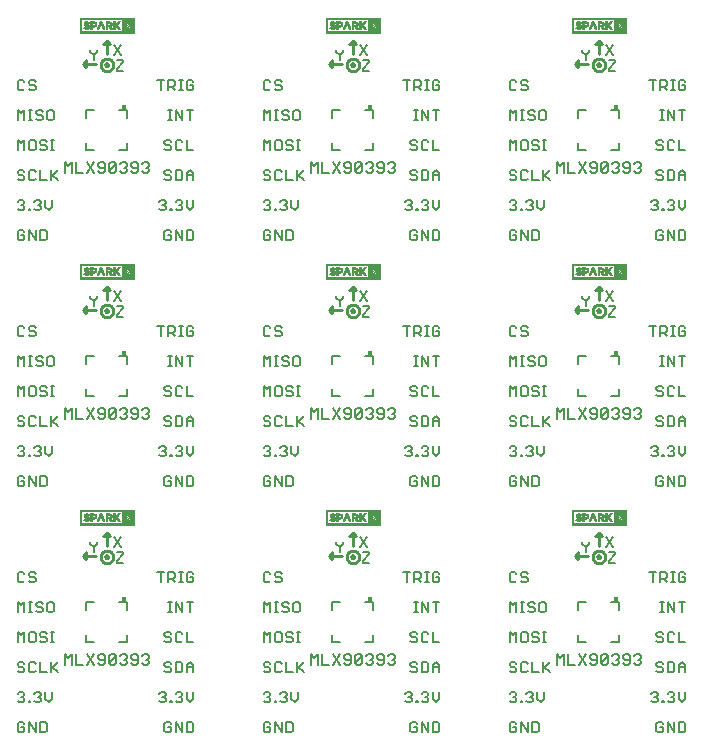
<source format=gto>
G75*
%MOIN*%
%OFA0B0*%
%FSLAX25Y25*%
%IPPOS*%
%LPD*%
%AMOC8*
5,1,8,0,0,1.08239X$1,22.5*
%
%ADD10C,0.00600*%
%ADD11C,0.01000*%
%ADD12C,0.01500*%
%ADD13C,0.00500*%
%ADD14C,0.00039*%
D10*
X0015360Y0007927D02*
X0015927Y0007360D01*
X0017061Y0007360D01*
X0017629Y0007927D01*
X0017629Y0009061D01*
X0016494Y0009061D01*
X0015360Y0007927D02*
X0015360Y0010196D01*
X0015927Y0010763D01*
X0017061Y0010763D01*
X0017629Y0010196D01*
X0019043Y0010763D02*
X0021312Y0007360D01*
X0021312Y0010763D01*
X0022726Y0010763D02*
X0024428Y0010763D01*
X0024995Y0010196D01*
X0024995Y0007927D01*
X0024428Y0007360D01*
X0022726Y0007360D01*
X0022726Y0010763D01*
X0019043Y0010763D02*
X0019043Y0007360D01*
X0019043Y0017360D02*
X0019610Y0017360D01*
X0019610Y0017927D01*
X0019043Y0017927D01*
X0019043Y0017360D01*
X0017629Y0017927D02*
X0017061Y0017360D01*
X0015927Y0017360D01*
X0015360Y0017927D01*
X0016494Y0019061D02*
X0017061Y0019061D01*
X0017629Y0018494D01*
X0017629Y0017927D01*
X0017061Y0019061D02*
X0017629Y0019629D01*
X0017629Y0020196D01*
X0017061Y0020763D01*
X0015927Y0020763D01*
X0015360Y0020196D01*
X0015927Y0027360D02*
X0015360Y0027927D01*
X0015927Y0027360D02*
X0017061Y0027360D01*
X0017629Y0027927D01*
X0017629Y0028494D01*
X0017061Y0029061D01*
X0015927Y0029061D01*
X0015360Y0029629D01*
X0015360Y0030196D01*
X0015927Y0030763D01*
X0017061Y0030763D01*
X0017629Y0030196D01*
X0019043Y0030196D02*
X0019043Y0027927D01*
X0019610Y0027360D01*
X0020745Y0027360D01*
X0021312Y0027927D01*
X0022726Y0027360D02*
X0024995Y0027360D01*
X0026409Y0027360D02*
X0026409Y0030763D01*
X0026977Y0029061D02*
X0028678Y0027360D01*
X0026409Y0028494D02*
X0028678Y0030763D01*
X0031127Y0029860D02*
X0031127Y0033263D01*
X0032262Y0032129D01*
X0033396Y0033263D01*
X0033396Y0029860D01*
X0034811Y0029860D02*
X0037079Y0029860D01*
X0038494Y0029860D02*
X0040762Y0033263D01*
X0042177Y0032696D02*
X0042177Y0032129D01*
X0042744Y0031561D01*
X0044445Y0031561D01*
X0044445Y0030427D02*
X0044445Y0032696D01*
X0043878Y0033263D01*
X0042744Y0033263D01*
X0042177Y0032696D01*
X0042177Y0030427D02*
X0042744Y0029860D01*
X0043878Y0029860D01*
X0044445Y0030427D01*
X0045860Y0030427D02*
X0048129Y0032696D01*
X0048129Y0030427D01*
X0047561Y0029860D01*
X0046427Y0029860D01*
X0045860Y0030427D01*
X0045860Y0032696D01*
X0046427Y0033263D01*
X0047561Y0033263D01*
X0048129Y0032696D01*
X0049543Y0032696D02*
X0050110Y0033263D01*
X0051245Y0033263D01*
X0051812Y0032696D01*
X0051812Y0032129D01*
X0051245Y0031561D01*
X0051812Y0030994D01*
X0051812Y0030427D01*
X0051245Y0029860D01*
X0050110Y0029860D01*
X0049543Y0030427D01*
X0050677Y0031561D02*
X0051245Y0031561D01*
X0053226Y0032129D02*
X0053226Y0032696D01*
X0053793Y0033263D01*
X0054928Y0033263D01*
X0055495Y0032696D01*
X0055495Y0030427D01*
X0054928Y0029860D01*
X0053793Y0029860D01*
X0053226Y0030427D01*
X0053793Y0031561D02*
X0055495Y0031561D01*
X0053793Y0031561D02*
X0053226Y0032129D01*
X0056909Y0032696D02*
X0057477Y0033263D01*
X0058611Y0033263D01*
X0059178Y0032696D01*
X0059178Y0032129D01*
X0058611Y0031561D01*
X0059178Y0030994D01*
X0059178Y0030427D01*
X0058611Y0029860D01*
X0057477Y0029860D01*
X0056909Y0030427D01*
X0058044Y0031561D02*
X0058611Y0031561D01*
X0064311Y0030196D02*
X0064311Y0029629D01*
X0064878Y0029061D01*
X0066012Y0029061D01*
X0066579Y0028494D01*
X0066579Y0027927D01*
X0066012Y0027360D01*
X0064878Y0027360D01*
X0064311Y0027927D01*
X0064311Y0030196D02*
X0064878Y0030763D01*
X0066012Y0030763D01*
X0066579Y0030196D01*
X0067994Y0030763D02*
X0069695Y0030763D01*
X0070262Y0030196D01*
X0070262Y0027927D01*
X0069695Y0027360D01*
X0067994Y0027360D01*
X0067994Y0030763D01*
X0071677Y0029629D02*
X0072811Y0030763D01*
X0073945Y0029629D01*
X0073945Y0027360D01*
X0073945Y0029061D02*
X0071677Y0029061D01*
X0071677Y0029629D02*
X0071677Y0027360D01*
X0071677Y0020763D02*
X0071677Y0018494D01*
X0072811Y0017360D01*
X0073945Y0018494D01*
X0073945Y0020763D01*
X0070262Y0020196D02*
X0070262Y0019629D01*
X0069695Y0019061D01*
X0070262Y0018494D01*
X0070262Y0017927D01*
X0069695Y0017360D01*
X0068561Y0017360D01*
X0067994Y0017927D01*
X0066719Y0017927D02*
X0066719Y0017360D01*
X0066152Y0017360D01*
X0066152Y0017927D01*
X0066719Y0017927D01*
X0064738Y0017927D02*
X0064170Y0017360D01*
X0063036Y0017360D01*
X0062469Y0017927D01*
X0063603Y0019061D02*
X0064170Y0019061D01*
X0064738Y0018494D01*
X0064738Y0017927D01*
X0064170Y0019061D02*
X0064738Y0019629D01*
X0064738Y0020196D01*
X0064170Y0020763D01*
X0063036Y0020763D01*
X0062469Y0020196D01*
X0067994Y0020196D02*
X0068561Y0020763D01*
X0069695Y0020763D01*
X0070262Y0020196D01*
X0069695Y0019061D02*
X0069128Y0019061D01*
X0067994Y0010763D02*
X0070262Y0007360D01*
X0070262Y0010763D01*
X0071677Y0010763D02*
X0073378Y0010763D01*
X0073945Y0010196D01*
X0073945Y0007927D01*
X0073378Y0007360D01*
X0071677Y0007360D01*
X0071677Y0010763D01*
X0067994Y0010763D02*
X0067994Y0007360D01*
X0066579Y0007927D02*
X0066579Y0009061D01*
X0065445Y0009061D01*
X0066579Y0007927D02*
X0066012Y0007360D01*
X0064878Y0007360D01*
X0064311Y0007927D01*
X0064311Y0010196D01*
X0064878Y0010763D01*
X0066012Y0010763D01*
X0066579Y0010196D01*
X0066012Y0037360D02*
X0064878Y0037360D01*
X0064311Y0037927D01*
X0064878Y0039061D02*
X0064311Y0039629D01*
X0064311Y0040196D01*
X0064878Y0040763D01*
X0066012Y0040763D01*
X0066579Y0040196D01*
X0066012Y0039061D02*
X0066579Y0038494D01*
X0066579Y0037927D01*
X0066012Y0037360D01*
X0066012Y0039061D02*
X0064878Y0039061D01*
X0067994Y0037927D02*
X0068561Y0037360D01*
X0069695Y0037360D01*
X0070262Y0037927D01*
X0071677Y0037360D02*
X0073945Y0037360D01*
X0071677Y0037360D02*
X0071677Y0040763D01*
X0070262Y0040196D02*
X0069695Y0040763D01*
X0068561Y0040763D01*
X0067994Y0040196D01*
X0067994Y0037927D01*
X0067994Y0047360D02*
X0067994Y0050763D01*
X0070262Y0047360D01*
X0070262Y0050763D01*
X0071677Y0050763D02*
X0073945Y0050763D01*
X0072811Y0050763D02*
X0072811Y0047360D01*
X0066673Y0047360D02*
X0065538Y0047360D01*
X0066105Y0047360D02*
X0066105Y0050763D01*
X0065538Y0050763D02*
X0066673Y0050763D01*
X0067807Y0057360D02*
X0066673Y0058494D01*
X0067240Y0058494D02*
X0065538Y0058494D01*
X0065538Y0057360D02*
X0065538Y0060763D01*
X0067240Y0060763D01*
X0067807Y0060196D01*
X0067807Y0059061D01*
X0067240Y0058494D01*
X0069221Y0057360D02*
X0070356Y0057360D01*
X0069789Y0057360D02*
X0069789Y0060763D01*
X0070356Y0060763D02*
X0069221Y0060763D01*
X0071677Y0060196D02*
X0071677Y0057927D01*
X0072244Y0057360D01*
X0073378Y0057360D01*
X0073945Y0057927D01*
X0073945Y0059061D01*
X0072811Y0059061D01*
X0071677Y0060196D02*
X0072244Y0060763D01*
X0073378Y0060763D01*
X0073945Y0060196D01*
X0064124Y0060763D02*
X0061855Y0060763D01*
X0062989Y0060763D02*
X0062989Y0057360D01*
X0050629Y0063860D02*
X0048360Y0063860D01*
X0048360Y0064427D01*
X0050629Y0066696D01*
X0050629Y0067263D01*
X0048360Y0067263D01*
X0047447Y0069085D02*
X0049716Y0072488D01*
X0047447Y0072488D02*
X0049716Y0069085D01*
X0041791Y0070196D02*
X0041791Y0070763D01*
X0041791Y0070196D02*
X0040657Y0069061D01*
X0040657Y0067360D01*
X0040657Y0069061D02*
X0039522Y0070196D01*
X0039522Y0070763D01*
X0021312Y0060196D02*
X0020745Y0060763D01*
X0019610Y0060763D01*
X0019043Y0060196D01*
X0019043Y0059629D01*
X0019610Y0059061D01*
X0020745Y0059061D01*
X0021312Y0058494D01*
X0021312Y0057927D01*
X0020745Y0057360D01*
X0019610Y0057360D01*
X0019043Y0057927D01*
X0017629Y0057927D02*
X0017061Y0057360D01*
X0015927Y0057360D01*
X0015360Y0057927D01*
X0015360Y0060196D01*
X0015927Y0060763D01*
X0017061Y0060763D01*
X0017629Y0060196D01*
X0017629Y0050763D02*
X0017629Y0047360D01*
X0019043Y0047360D02*
X0020177Y0047360D01*
X0019610Y0047360D02*
X0019610Y0050763D01*
X0019043Y0050763D02*
X0020177Y0050763D01*
X0021499Y0050196D02*
X0021499Y0049629D01*
X0022066Y0049061D01*
X0023200Y0049061D01*
X0023767Y0048494D01*
X0023767Y0047927D01*
X0023200Y0047360D01*
X0022066Y0047360D01*
X0021499Y0047927D01*
X0021499Y0050196D02*
X0022066Y0050763D01*
X0023200Y0050763D01*
X0023767Y0050196D01*
X0025182Y0050196D02*
X0025182Y0047927D01*
X0025749Y0047360D01*
X0026883Y0047360D01*
X0027450Y0047927D01*
X0027450Y0050196D01*
X0026883Y0050763D01*
X0025749Y0050763D01*
X0025182Y0050196D01*
X0017629Y0050763D02*
X0016494Y0049629D01*
X0015360Y0050763D01*
X0015360Y0047360D01*
X0015360Y0040763D02*
X0016494Y0039629D01*
X0017629Y0040763D01*
X0017629Y0037360D01*
X0019043Y0037927D02*
X0019610Y0037360D01*
X0020745Y0037360D01*
X0021312Y0037927D01*
X0021312Y0040196D01*
X0020745Y0040763D01*
X0019610Y0040763D01*
X0019043Y0040196D01*
X0019043Y0037927D01*
X0022726Y0037927D02*
X0023293Y0037360D01*
X0024428Y0037360D01*
X0024995Y0037927D01*
X0024995Y0038494D01*
X0024428Y0039061D01*
X0023293Y0039061D01*
X0022726Y0039629D01*
X0022726Y0040196D01*
X0023293Y0040763D01*
X0024428Y0040763D01*
X0024995Y0040196D01*
X0026409Y0040763D02*
X0027544Y0040763D01*
X0026977Y0040763D02*
X0026977Y0037360D01*
X0027544Y0037360D02*
X0026409Y0037360D01*
X0022726Y0030763D02*
X0022726Y0027360D01*
X0021312Y0030196D02*
X0020745Y0030763D01*
X0019610Y0030763D01*
X0019043Y0030196D01*
X0015360Y0037360D02*
X0015360Y0040763D01*
X0034811Y0033263D02*
X0034811Y0029860D01*
X0038494Y0033263D02*
X0040762Y0029860D01*
X0026836Y0020763D02*
X0026836Y0018494D01*
X0025702Y0017360D01*
X0024568Y0018494D01*
X0024568Y0020763D01*
X0023153Y0020196D02*
X0023153Y0019629D01*
X0022586Y0019061D01*
X0023153Y0018494D01*
X0023153Y0017927D01*
X0022586Y0017360D01*
X0021452Y0017360D01*
X0020885Y0017927D01*
X0022019Y0019061D02*
X0022586Y0019061D01*
X0023153Y0020196D02*
X0022586Y0020763D01*
X0021452Y0020763D01*
X0020885Y0020196D01*
X0021312Y0089360D02*
X0021312Y0092763D01*
X0022726Y0092763D02*
X0024428Y0092763D01*
X0024995Y0092196D01*
X0024995Y0089927D01*
X0024428Y0089360D01*
X0022726Y0089360D01*
X0022726Y0092763D01*
X0019043Y0092763D02*
X0021312Y0089360D01*
X0019043Y0089360D02*
X0019043Y0092763D01*
X0017629Y0092196D02*
X0017061Y0092763D01*
X0015927Y0092763D01*
X0015360Y0092196D01*
X0015360Y0089927D01*
X0015927Y0089360D01*
X0017061Y0089360D01*
X0017629Y0089927D01*
X0017629Y0091061D01*
X0016494Y0091061D01*
X0015927Y0099360D02*
X0015360Y0099927D01*
X0015927Y0099360D02*
X0017061Y0099360D01*
X0017629Y0099927D01*
X0017629Y0100494D01*
X0017061Y0101061D01*
X0016494Y0101061D01*
X0017061Y0101061D02*
X0017629Y0101629D01*
X0017629Y0102196D01*
X0017061Y0102763D01*
X0015927Y0102763D01*
X0015360Y0102196D01*
X0019043Y0099927D02*
X0019610Y0099927D01*
X0019610Y0099360D01*
X0019043Y0099360D01*
X0019043Y0099927D01*
X0020885Y0099927D02*
X0021452Y0099360D01*
X0022586Y0099360D01*
X0023153Y0099927D01*
X0023153Y0100494D01*
X0022586Y0101061D01*
X0022019Y0101061D01*
X0022586Y0101061D02*
X0023153Y0101629D01*
X0023153Y0102196D01*
X0022586Y0102763D01*
X0021452Y0102763D01*
X0020885Y0102196D01*
X0024568Y0102763D02*
X0024568Y0100494D01*
X0025702Y0099360D01*
X0026836Y0100494D01*
X0026836Y0102763D01*
X0026409Y0109360D02*
X0026409Y0112763D01*
X0026977Y0111061D02*
X0028678Y0109360D01*
X0026409Y0110494D02*
X0028678Y0112763D01*
X0031127Y0111860D02*
X0031127Y0115263D01*
X0032262Y0114129D01*
X0033396Y0115263D01*
X0033396Y0111860D01*
X0034811Y0111860D02*
X0037079Y0111860D01*
X0038494Y0111860D02*
X0040762Y0115263D01*
X0042177Y0114696D02*
X0042177Y0114129D01*
X0042744Y0113561D01*
X0044445Y0113561D01*
X0044445Y0112427D02*
X0044445Y0114696D01*
X0043878Y0115263D01*
X0042744Y0115263D01*
X0042177Y0114696D01*
X0042177Y0112427D02*
X0042744Y0111860D01*
X0043878Y0111860D01*
X0044445Y0112427D01*
X0045860Y0112427D02*
X0048129Y0114696D01*
X0048129Y0112427D01*
X0047561Y0111860D01*
X0046427Y0111860D01*
X0045860Y0112427D01*
X0045860Y0114696D01*
X0046427Y0115263D01*
X0047561Y0115263D01*
X0048129Y0114696D01*
X0049543Y0114696D02*
X0050110Y0115263D01*
X0051245Y0115263D01*
X0051812Y0114696D01*
X0051812Y0114129D01*
X0051245Y0113561D01*
X0051812Y0112994D01*
X0051812Y0112427D01*
X0051245Y0111860D01*
X0050110Y0111860D01*
X0049543Y0112427D01*
X0050677Y0113561D02*
X0051245Y0113561D01*
X0053226Y0114129D02*
X0053793Y0113561D01*
X0055495Y0113561D01*
X0055495Y0112427D02*
X0055495Y0114696D01*
X0054928Y0115263D01*
X0053793Y0115263D01*
X0053226Y0114696D01*
X0053226Y0114129D01*
X0053226Y0112427D02*
X0053793Y0111860D01*
X0054928Y0111860D01*
X0055495Y0112427D01*
X0056909Y0112427D02*
X0057477Y0111860D01*
X0058611Y0111860D01*
X0059178Y0112427D01*
X0059178Y0112994D01*
X0058611Y0113561D01*
X0058044Y0113561D01*
X0058611Y0113561D02*
X0059178Y0114129D01*
X0059178Y0114696D01*
X0058611Y0115263D01*
X0057477Y0115263D01*
X0056909Y0114696D01*
X0064311Y0112196D02*
X0064311Y0111629D01*
X0064878Y0111061D01*
X0066012Y0111061D01*
X0066579Y0110494D01*
X0066579Y0109927D01*
X0066012Y0109360D01*
X0064878Y0109360D01*
X0064311Y0109927D01*
X0064311Y0112196D02*
X0064878Y0112763D01*
X0066012Y0112763D01*
X0066579Y0112196D01*
X0067994Y0112763D02*
X0067994Y0109360D01*
X0069695Y0109360D01*
X0070262Y0109927D01*
X0070262Y0112196D01*
X0069695Y0112763D01*
X0067994Y0112763D01*
X0071677Y0111629D02*
X0072811Y0112763D01*
X0073945Y0111629D01*
X0073945Y0109360D01*
X0073945Y0111061D02*
X0071677Y0111061D01*
X0071677Y0111629D02*
X0071677Y0109360D01*
X0071677Y0102763D02*
X0071677Y0100494D01*
X0072811Y0099360D01*
X0073945Y0100494D01*
X0073945Y0102763D01*
X0070262Y0102196D02*
X0070262Y0101629D01*
X0069695Y0101061D01*
X0070262Y0100494D01*
X0070262Y0099927D01*
X0069695Y0099360D01*
X0068561Y0099360D01*
X0067994Y0099927D01*
X0066719Y0099927D02*
X0066719Y0099360D01*
X0066152Y0099360D01*
X0066152Y0099927D01*
X0066719Y0099927D01*
X0064738Y0099927D02*
X0064170Y0099360D01*
X0063036Y0099360D01*
X0062469Y0099927D01*
X0063603Y0101061D02*
X0064170Y0101061D01*
X0064738Y0100494D01*
X0064738Y0099927D01*
X0064170Y0101061D02*
X0064738Y0101629D01*
X0064738Y0102196D01*
X0064170Y0102763D01*
X0063036Y0102763D01*
X0062469Y0102196D01*
X0067994Y0102196D02*
X0068561Y0102763D01*
X0069695Y0102763D01*
X0070262Y0102196D01*
X0069695Y0101061D02*
X0069128Y0101061D01*
X0067994Y0092763D02*
X0070262Y0089360D01*
X0070262Y0092763D01*
X0071677Y0092763D02*
X0073378Y0092763D01*
X0073945Y0092196D01*
X0073945Y0089927D01*
X0073378Y0089360D01*
X0071677Y0089360D01*
X0071677Y0092763D01*
X0067994Y0092763D02*
X0067994Y0089360D01*
X0066579Y0089927D02*
X0066579Y0091061D01*
X0065445Y0091061D01*
X0066579Y0089927D02*
X0066012Y0089360D01*
X0064878Y0089360D01*
X0064311Y0089927D01*
X0064311Y0092196D01*
X0064878Y0092763D01*
X0066012Y0092763D01*
X0066579Y0092196D01*
X0040762Y0111860D02*
X0038494Y0115263D01*
X0034811Y0115263D02*
X0034811Y0111860D01*
X0027544Y0119360D02*
X0026409Y0119360D01*
X0026977Y0119360D02*
X0026977Y0122763D01*
X0027544Y0122763D02*
X0026409Y0122763D01*
X0024995Y0122196D02*
X0024428Y0122763D01*
X0023293Y0122763D01*
X0022726Y0122196D01*
X0022726Y0121629D01*
X0023293Y0121061D01*
X0024428Y0121061D01*
X0024995Y0120494D01*
X0024995Y0119927D01*
X0024428Y0119360D01*
X0023293Y0119360D01*
X0022726Y0119927D01*
X0021312Y0119927D02*
X0021312Y0122196D01*
X0020745Y0122763D01*
X0019610Y0122763D01*
X0019043Y0122196D01*
X0019043Y0119927D01*
X0019610Y0119360D01*
X0020745Y0119360D01*
X0021312Y0119927D01*
X0017629Y0119360D02*
X0017629Y0122763D01*
X0016494Y0121629D01*
X0015360Y0122763D01*
X0015360Y0119360D01*
X0015927Y0112763D02*
X0015360Y0112196D01*
X0015360Y0111629D01*
X0015927Y0111061D01*
X0017061Y0111061D01*
X0017629Y0110494D01*
X0017629Y0109927D01*
X0017061Y0109360D01*
X0015927Y0109360D01*
X0015360Y0109927D01*
X0017629Y0112196D02*
X0017061Y0112763D01*
X0015927Y0112763D01*
X0019043Y0112196D02*
X0019043Y0109927D01*
X0019610Y0109360D01*
X0020745Y0109360D01*
X0021312Y0109927D01*
X0022726Y0109360D02*
X0024995Y0109360D01*
X0022726Y0109360D02*
X0022726Y0112763D01*
X0021312Y0112196D02*
X0020745Y0112763D01*
X0019610Y0112763D01*
X0019043Y0112196D01*
X0019043Y0129360D02*
X0020177Y0129360D01*
X0019610Y0129360D02*
X0019610Y0132763D01*
X0019043Y0132763D02*
X0020177Y0132763D01*
X0021499Y0132196D02*
X0021499Y0131629D01*
X0022066Y0131061D01*
X0023200Y0131061D01*
X0023767Y0130494D01*
X0023767Y0129927D01*
X0023200Y0129360D01*
X0022066Y0129360D01*
X0021499Y0129927D01*
X0021499Y0132196D02*
X0022066Y0132763D01*
X0023200Y0132763D01*
X0023767Y0132196D01*
X0025182Y0132196D02*
X0025182Y0129927D01*
X0025749Y0129360D01*
X0026883Y0129360D01*
X0027450Y0129927D01*
X0027450Y0132196D01*
X0026883Y0132763D01*
X0025749Y0132763D01*
X0025182Y0132196D01*
X0017629Y0132763D02*
X0017629Y0129360D01*
X0015360Y0129360D02*
X0015360Y0132763D01*
X0016494Y0131629D01*
X0017629Y0132763D01*
X0017061Y0139360D02*
X0017629Y0139927D01*
X0017061Y0139360D02*
X0015927Y0139360D01*
X0015360Y0139927D01*
X0015360Y0142196D01*
X0015927Y0142763D01*
X0017061Y0142763D01*
X0017629Y0142196D01*
X0019043Y0142196D02*
X0019610Y0142763D01*
X0020745Y0142763D01*
X0021312Y0142196D01*
X0020745Y0141061D02*
X0021312Y0140494D01*
X0021312Y0139927D01*
X0020745Y0139360D01*
X0019610Y0139360D01*
X0019043Y0139927D01*
X0019610Y0141061D02*
X0020745Y0141061D01*
X0019610Y0141061D02*
X0019043Y0141629D01*
X0019043Y0142196D01*
X0040657Y0149360D02*
X0040657Y0151061D01*
X0041791Y0152196D01*
X0041791Y0152763D01*
X0040657Y0151061D02*
X0039522Y0152196D01*
X0039522Y0152763D01*
X0047447Y0151085D02*
X0049716Y0154488D01*
X0047447Y0154488D02*
X0049716Y0151085D01*
X0050629Y0149263D02*
X0048360Y0149263D01*
X0050629Y0149263D02*
X0050629Y0148696D01*
X0048360Y0146427D01*
X0048360Y0145860D01*
X0050629Y0145860D01*
X0061855Y0142763D02*
X0064124Y0142763D01*
X0062989Y0142763D02*
X0062989Y0139360D01*
X0065538Y0139360D02*
X0065538Y0142763D01*
X0067240Y0142763D01*
X0067807Y0142196D01*
X0067807Y0141061D01*
X0067240Y0140494D01*
X0065538Y0140494D01*
X0066673Y0140494D02*
X0067807Y0139360D01*
X0069221Y0139360D02*
X0070356Y0139360D01*
X0069789Y0139360D02*
X0069789Y0142763D01*
X0070356Y0142763D02*
X0069221Y0142763D01*
X0071677Y0142196D02*
X0071677Y0139927D01*
X0072244Y0139360D01*
X0073378Y0139360D01*
X0073945Y0139927D01*
X0073945Y0141061D01*
X0072811Y0141061D01*
X0071677Y0142196D02*
X0072244Y0142763D01*
X0073378Y0142763D01*
X0073945Y0142196D01*
X0073945Y0132763D02*
X0071677Y0132763D01*
X0072811Y0132763D02*
X0072811Y0129360D01*
X0070262Y0129360D02*
X0070262Y0132763D01*
X0067994Y0132763D02*
X0070262Y0129360D01*
X0067994Y0129360D02*
X0067994Y0132763D01*
X0066673Y0132763D02*
X0065538Y0132763D01*
X0066105Y0132763D02*
X0066105Y0129360D01*
X0065538Y0129360D02*
X0066673Y0129360D01*
X0066012Y0122763D02*
X0064878Y0122763D01*
X0064311Y0122196D01*
X0064311Y0121629D01*
X0064878Y0121061D01*
X0066012Y0121061D01*
X0066579Y0120494D01*
X0066579Y0119927D01*
X0066012Y0119360D01*
X0064878Y0119360D01*
X0064311Y0119927D01*
X0066579Y0122196D02*
X0066012Y0122763D01*
X0067994Y0122196D02*
X0067994Y0119927D01*
X0068561Y0119360D01*
X0069695Y0119360D01*
X0070262Y0119927D01*
X0071677Y0119360D02*
X0073945Y0119360D01*
X0071677Y0119360D02*
X0071677Y0122763D01*
X0070262Y0122196D02*
X0069695Y0122763D01*
X0068561Y0122763D01*
X0067994Y0122196D01*
X0097360Y0122763D02*
X0097360Y0119360D01*
X0099629Y0119360D02*
X0099629Y0122763D01*
X0098494Y0121629D01*
X0097360Y0122763D01*
X0101043Y0122196D02*
X0101043Y0119927D01*
X0101610Y0119360D01*
X0102745Y0119360D01*
X0103312Y0119927D01*
X0103312Y0122196D01*
X0102745Y0122763D01*
X0101610Y0122763D01*
X0101043Y0122196D01*
X0104726Y0122196D02*
X0105293Y0122763D01*
X0106428Y0122763D01*
X0106995Y0122196D01*
X0106428Y0121061D02*
X0106995Y0120494D01*
X0106995Y0119927D01*
X0106428Y0119360D01*
X0105293Y0119360D01*
X0104726Y0119927D01*
X0105293Y0121061D02*
X0106428Y0121061D01*
X0105293Y0121061D02*
X0104726Y0121629D01*
X0104726Y0122196D01*
X0108409Y0122763D02*
X0109544Y0122763D01*
X0108977Y0122763D02*
X0108977Y0119360D01*
X0109544Y0119360D02*
X0108409Y0119360D01*
X0113127Y0115263D02*
X0114262Y0114129D01*
X0115396Y0115263D01*
X0115396Y0111860D01*
X0116811Y0111860D02*
X0119079Y0111860D01*
X0120494Y0111860D02*
X0122762Y0115263D01*
X0124177Y0114696D02*
X0124177Y0114129D01*
X0124744Y0113561D01*
X0126445Y0113561D01*
X0126445Y0112427D02*
X0126445Y0114696D01*
X0125878Y0115263D01*
X0124744Y0115263D01*
X0124177Y0114696D01*
X0124177Y0112427D02*
X0124744Y0111860D01*
X0125878Y0111860D01*
X0126445Y0112427D01*
X0127860Y0112427D02*
X0130129Y0114696D01*
X0130129Y0112427D01*
X0129561Y0111860D01*
X0128427Y0111860D01*
X0127860Y0112427D01*
X0127860Y0114696D01*
X0128427Y0115263D01*
X0129561Y0115263D01*
X0130129Y0114696D01*
X0131543Y0114696D02*
X0132110Y0115263D01*
X0133245Y0115263D01*
X0133812Y0114696D01*
X0133812Y0114129D01*
X0133245Y0113561D01*
X0133812Y0112994D01*
X0133812Y0112427D01*
X0133245Y0111860D01*
X0132110Y0111860D01*
X0131543Y0112427D01*
X0132677Y0113561D02*
X0133245Y0113561D01*
X0135226Y0114129D02*
X0135793Y0113561D01*
X0137495Y0113561D01*
X0137495Y0112427D02*
X0137495Y0114696D01*
X0136928Y0115263D01*
X0135793Y0115263D01*
X0135226Y0114696D01*
X0135226Y0114129D01*
X0135226Y0112427D02*
X0135793Y0111860D01*
X0136928Y0111860D01*
X0137495Y0112427D01*
X0138909Y0112427D02*
X0139477Y0111860D01*
X0140611Y0111860D01*
X0141178Y0112427D01*
X0141178Y0112994D01*
X0140611Y0113561D01*
X0140044Y0113561D01*
X0140611Y0113561D02*
X0141178Y0114129D01*
X0141178Y0114696D01*
X0140611Y0115263D01*
X0139477Y0115263D01*
X0138909Y0114696D01*
X0146311Y0112196D02*
X0146311Y0111629D01*
X0146878Y0111061D01*
X0148012Y0111061D01*
X0148579Y0110494D01*
X0148579Y0109927D01*
X0148012Y0109360D01*
X0146878Y0109360D01*
X0146311Y0109927D01*
X0146311Y0112196D02*
X0146878Y0112763D01*
X0148012Y0112763D01*
X0148579Y0112196D01*
X0149994Y0112763D02*
X0149994Y0109360D01*
X0151695Y0109360D01*
X0152262Y0109927D01*
X0152262Y0112196D01*
X0151695Y0112763D01*
X0149994Y0112763D01*
X0153677Y0111629D02*
X0154811Y0112763D01*
X0155945Y0111629D01*
X0155945Y0109360D01*
X0155945Y0111061D02*
X0153677Y0111061D01*
X0153677Y0111629D02*
X0153677Y0109360D01*
X0153677Y0102763D02*
X0153677Y0100494D01*
X0154811Y0099360D01*
X0155945Y0100494D01*
X0155945Y0102763D01*
X0152262Y0102196D02*
X0152262Y0101629D01*
X0151695Y0101061D01*
X0152262Y0100494D01*
X0152262Y0099927D01*
X0151695Y0099360D01*
X0150561Y0099360D01*
X0149994Y0099927D01*
X0148719Y0099927D02*
X0148719Y0099360D01*
X0148152Y0099360D01*
X0148152Y0099927D01*
X0148719Y0099927D01*
X0146738Y0099927D02*
X0146170Y0099360D01*
X0145036Y0099360D01*
X0144469Y0099927D01*
X0145603Y0101061D02*
X0146170Y0101061D01*
X0146738Y0100494D01*
X0146738Y0099927D01*
X0146170Y0101061D02*
X0146738Y0101629D01*
X0146738Y0102196D01*
X0146170Y0102763D01*
X0145036Y0102763D01*
X0144469Y0102196D01*
X0149994Y0102196D02*
X0150561Y0102763D01*
X0151695Y0102763D01*
X0152262Y0102196D01*
X0151695Y0101061D02*
X0151128Y0101061D01*
X0149994Y0092763D02*
X0152262Y0089360D01*
X0152262Y0092763D01*
X0153677Y0092763D02*
X0155378Y0092763D01*
X0155945Y0092196D01*
X0155945Y0089927D01*
X0155378Y0089360D01*
X0153677Y0089360D01*
X0153677Y0092763D01*
X0149994Y0092763D02*
X0149994Y0089360D01*
X0148579Y0089927D02*
X0148579Y0091061D01*
X0147445Y0091061D01*
X0148579Y0089927D02*
X0148012Y0089360D01*
X0146878Y0089360D01*
X0146311Y0089927D01*
X0146311Y0092196D01*
X0146878Y0092763D01*
X0148012Y0092763D01*
X0148579Y0092196D01*
X0131716Y0072488D02*
X0129447Y0069085D01*
X0130360Y0067263D02*
X0132629Y0067263D01*
X0132629Y0066696D01*
X0130360Y0064427D01*
X0130360Y0063860D01*
X0132629Y0063860D01*
X0131716Y0069085D02*
X0129447Y0072488D01*
X0123791Y0070763D02*
X0123791Y0070196D01*
X0122657Y0069061D01*
X0122657Y0067360D01*
X0122657Y0069061D02*
X0121522Y0070196D01*
X0121522Y0070763D01*
X0103312Y0060196D02*
X0102745Y0060763D01*
X0101610Y0060763D01*
X0101043Y0060196D01*
X0101043Y0059629D01*
X0101610Y0059061D01*
X0102745Y0059061D01*
X0103312Y0058494D01*
X0103312Y0057927D01*
X0102745Y0057360D01*
X0101610Y0057360D01*
X0101043Y0057927D01*
X0099629Y0057927D02*
X0099061Y0057360D01*
X0097927Y0057360D01*
X0097360Y0057927D01*
X0097360Y0060196D01*
X0097927Y0060763D01*
X0099061Y0060763D01*
X0099629Y0060196D01*
X0099629Y0050763D02*
X0099629Y0047360D01*
X0101043Y0047360D02*
X0102177Y0047360D01*
X0101610Y0047360D02*
X0101610Y0050763D01*
X0101043Y0050763D02*
X0102177Y0050763D01*
X0103499Y0050196D02*
X0103499Y0049629D01*
X0104066Y0049061D01*
X0105200Y0049061D01*
X0105767Y0048494D01*
X0105767Y0047927D01*
X0105200Y0047360D01*
X0104066Y0047360D01*
X0103499Y0047927D01*
X0103499Y0050196D02*
X0104066Y0050763D01*
X0105200Y0050763D01*
X0105767Y0050196D01*
X0107182Y0050196D02*
X0107182Y0047927D01*
X0107749Y0047360D01*
X0108883Y0047360D01*
X0109450Y0047927D01*
X0109450Y0050196D01*
X0108883Y0050763D01*
X0107749Y0050763D01*
X0107182Y0050196D01*
X0099629Y0050763D02*
X0098494Y0049629D01*
X0097360Y0050763D01*
X0097360Y0047360D01*
X0097360Y0040763D02*
X0098494Y0039629D01*
X0099629Y0040763D01*
X0099629Y0037360D01*
X0101043Y0037927D02*
X0101610Y0037360D01*
X0102745Y0037360D01*
X0103312Y0037927D01*
X0103312Y0040196D01*
X0102745Y0040763D01*
X0101610Y0040763D01*
X0101043Y0040196D01*
X0101043Y0037927D01*
X0104726Y0037927D02*
X0105293Y0037360D01*
X0106428Y0037360D01*
X0106995Y0037927D01*
X0106995Y0038494D01*
X0106428Y0039061D01*
X0105293Y0039061D01*
X0104726Y0039629D01*
X0104726Y0040196D01*
X0105293Y0040763D01*
X0106428Y0040763D01*
X0106995Y0040196D01*
X0108409Y0040763D02*
X0109544Y0040763D01*
X0108977Y0040763D02*
X0108977Y0037360D01*
X0109544Y0037360D02*
X0108409Y0037360D01*
X0113127Y0033263D02*
X0114262Y0032129D01*
X0115396Y0033263D01*
X0115396Y0029860D01*
X0116811Y0029860D02*
X0119079Y0029860D01*
X0120494Y0029860D02*
X0122762Y0033263D01*
X0124177Y0032696D02*
X0124177Y0032129D01*
X0124744Y0031561D01*
X0126445Y0031561D01*
X0126445Y0030427D02*
X0126445Y0032696D01*
X0125878Y0033263D01*
X0124744Y0033263D01*
X0124177Y0032696D01*
X0124177Y0030427D02*
X0124744Y0029860D01*
X0125878Y0029860D01*
X0126445Y0030427D01*
X0127860Y0030427D02*
X0130129Y0032696D01*
X0130129Y0030427D01*
X0129561Y0029860D01*
X0128427Y0029860D01*
X0127860Y0030427D01*
X0127860Y0032696D01*
X0128427Y0033263D01*
X0129561Y0033263D01*
X0130129Y0032696D01*
X0131543Y0032696D02*
X0132110Y0033263D01*
X0133245Y0033263D01*
X0133812Y0032696D01*
X0133812Y0032129D01*
X0133245Y0031561D01*
X0133812Y0030994D01*
X0133812Y0030427D01*
X0133245Y0029860D01*
X0132110Y0029860D01*
X0131543Y0030427D01*
X0132677Y0031561D02*
X0133245Y0031561D01*
X0135226Y0032129D02*
X0135226Y0032696D01*
X0135793Y0033263D01*
X0136928Y0033263D01*
X0137495Y0032696D01*
X0137495Y0030427D01*
X0136928Y0029860D01*
X0135793Y0029860D01*
X0135226Y0030427D01*
X0135793Y0031561D02*
X0137495Y0031561D01*
X0135793Y0031561D02*
X0135226Y0032129D01*
X0138909Y0032696D02*
X0139477Y0033263D01*
X0140611Y0033263D01*
X0141178Y0032696D01*
X0141178Y0032129D01*
X0140611Y0031561D01*
X0141178Y0030994D01*
X0141178Y0030427D01*
X0140611Y0029860D01*
X0139477Y0029860D01*
X0138909Y0030427D01*
X0140044Y0031561D02*
X0140611Y0031561D01*
X0146311Y0030196D02*
X0146311Y0029629D01*
X0146878Y0029061D01*
X0148012Y0029061D01*
X0148579Y0028494D01*
X0148579Y0027927D01*
X0148012Y0027360D01*
X0146878Y0027360D01*
X0146311Y0027927D01*
X0146311Y0030196D02*
X0146878Y0030763D01*
X0148012Y0030763D01*
X0148579Y0030196D01*
X0149994Y0030763D02*
X0151695Y0030763D01*
X0152262Y0030196D01*
X0152262Y0027927D01*
X0151695Y0027360D01*
X0149994Y0027360D01*
X0149994Y0030763D01*
X0153677Y0029629D02*
X0154811Y0030763D01*
X0155945Y0029629D01*
X0155945Y0027360D01*
X0155945Y0029061D02*
X0153677Y0029061D01*
X0153677Y0029629D02*
X0153677Y0027360D01*
X0153677Y0020763D02*
X0153677Y0018494D01*
X0154811Y0017360D01*
X0155945Y0018494D01*
X0155945Y0020763D01*
X0152262Y0020196D02*
X0152262Y0019629D01*
X0151695Y0019061D01*
X0152262Y0018494D01*
X0152262Y0017927D01*
X0151695Y0017360D01*
X0150561Y0017360D01*
X0149994Y0017927D01*
X0148719Y0017927D02*
X0148719Y0017360D01*
X0148152Y0017360D01*
X0148152Y0017927D01*
X0148719Y0017927D01*
X0146738Y0017927D02*
X0146170Y0017360D01*
X0145036Y0017360D01*
X0144469Y0017927D01*
X0145603Y0019061D02*
X0146170Y0019061D01*
X0146738Y0018494D01*
X0146738Y0017927D01*
X0146170Y0019061D02*
X0146738Y0019629D01*
X0146738Y0020196D01*
X0146170Y0020763D01*
X0145036Y0020763D01*
X0144469Y0020196D01*
X0149994Y0020196D02*
X0150561Y0020763D01*
X0151695Y0020763D01*
X0152262Y0020196D01*
X0151695Y0019061D02*
X0151128Y0019061D01*
X0149994Y0010763D02*
X0152262Y0007360D01*
X0152262Y0010763D01*
X0153677Y0010763D02*
X0155378Y0010763D01*
X0155945Y0010196D01*
X0155945Y0007927D01*
X0155378Y0007360D01*
X0153677Y0007360D01*
X0153677Y0010763D01*
X0149994Y0010763D02*
X0149994Y0007360D01*
X0148579Y0007927D02*
X0148579Y0009061D01*
X0147445Y0009061D01*
X0148579Y0007927D02*
X0148012Y0007360D01*
X0146878Y0007360D01*
X0146311Y0007927D01*
X0146311Y0010196D01*
X0146878Y0010763D01*
X0148012Y0010763D01*
X0148579Y0010196D01*
X0148012Y0037360D02*
X0146878Y0037360D01*
X0146311Y0037927D01*
X0146878Y0039061D02*
X0146311Y0039629D01*
X0146311Y0040196D01*
X0146878Y0040763D01*
X0148012Y0040763D01*
X0148579Y0040196D01*
X0148012Y0039061D02*
X0148579Y0038494D01*
X0148579Y0037927D01*
X0148012Y0037360D01*
X0148012Y0039061D02*
X0146878Y0039061D01*
X0149994Y0037927D02*
X0150561Y0037360D01*
X0151695Y0037360D01*
X0152262Y0037927D01*
X0153677Y0037360D02*
X0155945Y0037360D01*
X0153677Y0037360D02*
X0153677Y0040763D01*
X0152262Y0040196D02*
X0151695Y0040763D01*
X0150561Y0040763D01*
X0149994Y0040196D01*
X0149994Y0037927D01*
X0149994Y0047360D02*
X0149994Y0050763D01*
X0152262Y0047360D01*
X0152262Y0050763D01*
X0153677Y0050763D02*
X0155945Y0050763D01*
X0154811Y0050763D02*
X0154811Y0047360D01*
X0148673Y0047360D02*
X0147538Y0047360D01*
X0148105Y0047360D02*
X0148105Y0050763D01*
X0147538Y0050763D02*
X0148673Y0050763D01*
X0149807Y0057360D02*
X0148673Y0058494D01*
X0149240Y0058494D02*
X0147538Y0058494D01*
X0147538Y0057360D02*
X0147538Y0060763D01*
X0149240Y0060763D01*
X0149807Y0060196D01*
X0149807Y0059061D01*
X0149240Y0058494D01*
X0151221Y0057360D02*
X0152356Y0057360D01*
X0151789Y0057360D02*
X0151789Y0060763D01*
X0152356Y0060763D02*
X0151221Y0060763D01*
X0153677Y0060196D02*
X0153677Y0057927D01*
X0154244Y0057360D01*
X0155378Y0057360D01*
X0155945Y0057927D01*
X0155945Y0059061D01*
X0154811Y0059061D01*
X0153677Y0060196D02*
X0154244Y0060763D01*
X0155378Y0060763D01*
X0155945Y0060196D01*
X0146124Y0060763D02*
X0143855Y0060763D01*
X0144989Y0060763D02*
X0144989Y0057360D01*
X0120494Y0033263D02*
X0122762Y0029860D01*
X0116811Y0029860D02*
X0116811Y0033263D01*
X0113127Y0033263D02*
X0113127Y0029860D01*
X0110678Y0030763D02*
X0108409Y0028494D01*
X0108977Y0029061D02*
X0110678Y0027360D01*
X0108409Y0027360D02*
X0108409Y0030763D01*
X0104726Y0030763D02*
X0104726Y0027360D01*
X0106995Y0027360D01*
X0103312Y0027927D02*
X0102745Y0027360D01*
X0101610Y0027360D01*
X0101043Y0027927D01*
X0101043Y0030196D01*
X0101610Y0030763D01*
X0102745Y0030763D01*
X0103312Y0030196D01*
X0099629Y0030196D02*
X0099061Y0030763D01*
X0097927Y0030763D01*
X0097360Y0030196D01*
X0097360Y0029629D01*
X0097927Y0029061D01*
X0099061Y0029061D01*
X0099629Y0028494D01*
X0099629Y0027927D01*
X0099061Y0027360D01*
X0097927Y0027360D01*
X0097360Y0027927D01*
X0097927Y0020763D02*
X0097360Y0020196D01*
X0097927Y0020763D02*
X0099061Y0020763D01*
X0099629Y0020196D01*
X0099629Y0019629D01*
X0099061Y0019061D01*
X0099629Y0018494D01*
X0099629Y0017927D01*
X0099061Y0017360D01*
X0097927Y0017360D01*
X0097360Y0017927D01*
X0098494Y0019061D02*
X0099061Y0019061D01*
X0101043Y0017927D02*
X0101043Y0017360D01*
X0101610Y0017360D01*
X0101610Y0017927D01*
X0101043Y0017927D01*
X0102885Y0017927D02*
X0103452Y0017360D01*
X0104586Y0017360D01*
X0105153Y0017927D01*
X0105153Y0018494D01*
X0104586Y0019061D01*
X0104019Y0019061D01*
X0104586Y0019061D02*
X0105153Y0019629D01*
X0105153Y0020196D01*
X0104586Y0020763D01*
X0103452Y0020763D01*
X0102885Y0020196D01*
X0106568Y0020763D02*
X0106568Y0018494D01*
X0107702Y0017360D01*
X0108836Y0018494D01*
X0108836Y0020763D01*
X0106428Y0010763D02*
X0104726Y0010763D01*
X0104726Y0007360D01*
X0106428Y0007360D01*
X0106995Y0007927D01*
X0106995Y0010196D01*
X0106428Y0010763D01*
X0103312Y0010763D02*
X0103312Y0007360D01*
X0101043Y0010763D01*
X0101043Y0007360D01*
X0099629Y0007927D02*
X0099629Y0009061D01*
X0098494Y0009061D01*
X0097360Y0007927D02*
X0097360Y0010196D01*
X0097927Y0010763D01*
X0099061Y0010763D01*
X0099629Y0010196D01*
X0099629Y0007927D02*
X0099061Y0007360D01*
X0097927Y0007360D01*
X0097360Y0007927D01*
X0097360Y0037360D02*
X0097360Y0040763D01*
X0097927Y0089360D02*
X0097360Y0089927D01*
X0097360Y0092196D01*
X0097927Y0092763D01*
X0099061Y0092763D01*
X0099629Y0092196D01*
X0099629Y0091061D02*
X0098494Y0091061D01*
X0099629Y0091061D02*
X0099629Y0089927D01*
X0099061Y0089360D01*
X0097927Y0089360D01*
X0101043Y0089360D02*
X0101043Y0092763D01*
X0103312Y0089360D01*
X0103312Y0092763D01*
X0104726Y0092763D02*
X0106428Y0092763D01*
X0106995Y0092196D01*
X0106995Y0089927D01*
X0106428Y0089360D01*
X0104726Y0089360D01*
X0104726Y0092763D01*
X0104586Y0099360D02*
X0103452Y0099360D01*
X0102885Y0099927D01*
X0101610Y0099927D02*
X0101610Y0099360D01*
X0101043Y0099360D01*
X0101043Y0099927D01*
X0101610Y0099927D01*
X0099629Y0099927D02*
X0099629Y0100494D01*
X0099061Y0101061D01*
X0098494Y0101061D01*
X0099061Y0101061D02*
X0099629Y0101629D01*
X0099629Y0102196D01*
X0099061Y0102763D01*
X0097927Y0102763D01*
X0097360Y0102196D01*
X0097360Y0099927D02*
X0097927Y0099360D01*
X0099061Y0099360D01*
X0099629Y0099927D01*
X0102885Y0102196D02*
X0103452Y0102763D01*
X0104586Y0102763D01*
X0105153Y0102196D01*
X0105153Y0101629D01*
X0104586Y0101061D01*
X0105153Y0100494D01*
X0105153Y0099927D01*
X0104586Y0099360D01*
X0104586Y0101061D02*
X0104019Y0101061D01*
X0106568Y0100494D02*
X0107702Y0099360D01*
X0108836Y0100494D01*
X0108836Y0102763D01*
X0106568Y0102763D02*
X0106568Y0100494D01*
X0106995Y0109360D02*
X0104726Y0109360D01*
X0104726Y0112763D01*
X0103312Y0112196D02*
X0102745Y0112763D01*
X0101610Y0112763D01*
X0101043Y0112196D01*
X0101043Y0109927D01*
X0101610Y0109360D01*
X0102745Y0109360D01*
X0103312Y0109927D01*
X0099629Y0109927D02*
X0099061Y0109360D01*
X0097927Y0109360D01*
X0097360Y0109927D01*
X0097927Y0111061D02*
X0097360Y0111629D01*
X0097360Y0112196D01*
X0097927Y0112763D01*
X0099061Y0112763D01*
X0099629Y0112196D01*
X0099061Y0111061D02*
X0099629Y0110494D01*
X0099629Y0109927D01*
X0099061Y0111061D02*
X0097927Y0111061D01*
X0108409Y0110494D02*
X0110678Y0112763D01*
X0108409Y0112763D02*
X0108409Y0109360D01*
X0108977Y0111061D02*
X0110678Y0109360D01*
X0113127Y0111860D02*
X0113127Y0115263D01*
X0116811Y0115263D02*
X0116811Y0111860D01*
X0120494Y0115263D02*
X0122762Y0111860D01*
X0108883Y0129360D02*
X0107749Y0129360D01*
X0107182Y0129927D01*
X0107182Y0132196D01*
X0107749Y0132763D01*
X0108883Y0132763D01*
X0109450Y0132196D01*
X0109450Y0129927D01*
X0108883Y0129360D01*
X0105767Y0129927D02*
X0105767Y0130494D01*
X0105200Y0131061D01*
X0104066Y0131061D01*
X0103499Y0131629D01*
X0103499Y0132196D01*
X0104066Y0132763D01*
X0105200Y0132763D01*
X0105767Y0132196D01*
X0105767Y0129927D02*
X0105200Y0129360D01*
X0104066Y0129360D01*
X0103499Y0129927D01*
X0102177Y0129360D02*
X0101043Y0129360D01*
X0101610Y0129360D02*
X0101610Y0132763D01*
X0101043Y0132763D02*
X0102177Y0132763D01*
X0099629Y0132763D02*
X0098494Y0131629D01*
X0097360Y0132763D01*
X0097360Y0129360D01*
X0099629Y0129360D02*
X0099629Y0132763D01*
X0099061Y0139360D02*
X0099629Y0139927D01*
X0099061Y0139360D02*
X0097927Y0139360D01*
X0097360Y0139927D01*
X0097360Y0142196D01*
X0097927Y0142763D01*
X0099061Y0142763D01*
X0099629Y0142196D01*
X0101043Y0142196D02*
X0101610Y0142763D01*
X0102745Y0142763D01*
X0103312Y0142196D01*
X0102745Y0141061D02*
X0103312Y0140494D01*
X0103312Y0139927D01*
X0102745Y0139360D01*
X0101610Y0139360D01*
X0101043Y0139927D01*
X0101610Y0141061D02*
X0102745Y0141061D01*
X0101610Y0141061D02*
X0101043Y0141629D01*
X0101043Y0142196D01*
X0122657Y0149360D02*
X0122657Y0151061D01*
X0123791Y0152196D01*
X0123791Y0152763D01*
X0122657Y0151061D02*
X0121522Y0152196D01*
X0121522Y0152763D01*
X0129447Y0151085D02*
X0131716Y0154488D01*
X0129447Y0154488D02*
X0131716Y0151085D01*
X0132629Y0149263D02*
X0130360Y0149263D01*
X0132629Y0149263D02*
X0132629Y0148696D01*
X0130360Y0146427D01*
X0130360Y0145860D01*
X0132629Y0145860D01*
X0143855Y0142763D02*
X0146124Y0142763D01*
X0144989Y0142763D02*
X0144989Y0139360D01*
X0147538Y0139360D02*
X0147538Y0142763D01*
X0149240Y0142763D01*
X0149807Y0142196D01*
X0149807Y0141061D01*
X0149240Y0140494D01*
X0147538Y0140494D01*
X0148673Y0140494D02*
X0149807Y0139360D01*
X0151221Y0139360D02*
X0152356Y0139360D01*
X0151789Y0139360D02*
X0151789Y0142763D01*
X0152356Y0142763D02*
X0151221Y0142763D01*
X0153677Y0142196D02*
X0153677Y0139927D01*
X0154244Y0139360D01*
X0155378Y0139360D01*
X0155945Y0139927D01*
X0155945Y0141061D01*
X0154811Y0141061D01*
X0153677Y0142196D02*
X0154244Y0142763D01*
X0155378Y0142763D01*
X0155945Y0142196D01*
X0155945Y0132763D02*
X0153677Y0132763D01*
X0154811Y0132763D02*
X0154811Y0129360D01*
X0152262Y0129360D02*
X0152262Y0132763D01*
X0149994Y0132763D02*
X0152262Y0129360D01*
X0149994Y0129360D02*
X0149994Y0132763D01*
X0148673Y0132763D02*
X0147538Y0132763D01*
X0148105Y0132763D02*
X0148105Y0129360D01*
X0147538Y0129360D02*
X0148673Y0129360D01*
X0148012Y0122763D02*
X0146878Y0122763D01*
X0146311Y0122196D01*
X0146311Y0121629D01*
X0146878Y0121061D01*
X0148012Y0121061D01*
X0148579Y0120494D01*
X0148579Y0119927D01*
X0148012Y0119360D01*
X0146878Y0119360D01*
X0146311Y0119927D01*
X0148579Y0122196D02*
X0148012Y0122763D01*
X0149994Y0122196D02*
X0149994Y0119927D01*
X0150561Y0119360D01*
X0151695Y0119360D01*
X0152262Y0119927D01*
X0153677Y0119360D02*
X0155945Y0119360D01*
X0153677Y0119360D02*
X0153677Y0122763D01*
X0152262Y0122196D02*
X0151695Y0122763D01*
X0150561Y0122763D01*
X0149994Y0122196D01*
X0179360Y0122763D02*
X0179360Y0119360D01*
X0181629Y0119360D02*
X0181629Y0122763D01*
X0180494Y0121629D01*
X0179360Y0122763D01*
X0183043Y0122196D02*
X0183043Y0119927D01*
X0183610Y0119360D01*
X0184745Y0119360D01*
X0185312Y0119927D01*
X0185312Y0122196D01*
X0184745Y0122763D01*
X0183610Y0122763D01*
X0183043Y0122196D01*
X0186726Y0122196D02*
X0187293Y0122763D01*
X0188428Y0122763D01*
X0188995Y0122196D01*
X0188428Y0121061D02*
X0188995Y0120494D01*
X0188995Y0119927D01*
X0188428Y0119360D01*
X0187293Y0119360D01*
X0186726Y0119927D01*
X0187293Y0121061D02*
X0188428Y0121061D01*
X0187293Y0121061D02*
X0186726Y0121629D01*
X0186726Y0122196D01*
X0190409Y0122763D02*
X0191544Y0122763D01*
X0190977Y0122763D02*
X0190977Y0119360D01*
X0191544Y0119360D02*
X0190409Y0119360D01*
X0195127Y0115263D02*
X0196262Y0114129D01*
X0197396Y0115263D01*
X0197396Y0111860D01*
X0198811Y0111860D02*
X0201079Y0111860D01*
X0202494Y0111860D02*
X0204762Y0115263D01*
X0206177Y0114696D02*
X0206177Y0114129D01*
X0206744Y0113561D01*
X0208445Y0113561D01*
X0208445Y0112427D02*
X0208445Y0114696D01*
X0207878Y0115263D01*
X0206744Y0115263D01*
X0206177Y0114696D01*
X0206177Y0112427D02*
X0206744Y0111860D01*
X0207878Y0111860D01*
X0208445Y0112427D01*
X0209860Y0112427D02*
X0209860Y0114696D01*
X0210427Y0115263D01*
X0211561Y0115263D01*
X0212129Y0114696D01*
X0209860Y0112427D01*
X0210427Y0111860D01*
X0211561Y0111860D01*
X0212129Y0112427D01*
X0212129Y0114696D01*
X0213543Y0114696D02*
X0214110Y0115263D01*
X0215245Y0115263D01*
X0215812Y0114696D01*
X0215812Y0114129D01*
X0215245Y0113561D01*
X0215812Y0112994D01*
X0215812Y0112427D01*
X0215245Y0111860D01*
X0214110Y0111860D01*
X0213543Y0112427D01*
X0214677Y0113561D02*
X0215245Y0113561D01*
X0217226Y0114129D02*
X0217793Y0113561D01*
X0219495Y0113561D01*
X0219495Y0112427D02*
X0219495Y0114696D01*
X0218928Y0115263D01*
X0217793Y0115263D01*
X0217226Y0114696D01*
X0217226Y0114129D01*
X0217226Y0112427D02*
X0217793Y0111860D01*
X0218928Y0111860D01*
X0219495Y0112427D01*
X0220909Y0112427D02*
X0221477Y0111860D01*
X0222611Y0111860D01*
X0223178Y0112427D01*
X0223178Y0112994D01*
X0222611Y0113561D01*
X0222044Y0113561D01*
X0222611Y0113561D02*
X0223178Y0114129D01*
X0223178Y0114696D01*
X0222611Y0115263D01*
X0221477Y0115263D01*
X0220909Y0114696D01*
X0228311Y0112196D02*
X0228311Y0111629D01*
X0228878Y0111061D01*
X0230012Y0111061D01*
X0230579Y0110494D01*
X0230579Y0109927D01*
X0230012Y0109360D01*
X0228878Y0109360D01*
X0228311Y0109927D01*
X0228311Y0112196D02*
X0228878Y0112763D01*
X0230012Y0112763D01*
X0230579Y0112196D01*
X0231994Y0112763D02*
X0231994Y0109360D01*
X0233695Y0109360D01*
X0234262Y0109927D01*
X0234262Y0112196D01*
X0233695Y0112763D01*
X0231994Y0112763D01*
X0235677Y0111629D02*
X0236811Y0112763D01*
X0237945Y0111629D01*
X0237945Y0109360D01*
X0237945Y0111061D02*
X0235677Y0111061D01*
X0235677Y0111629D02*
X0235677Y0109360D01*
X0235677Y0102763D02*
X0235677Y0100494D01*
X0236811Y0099360D01*
X0237945Y0100494D01*
X0237945Y0102763D01*
X0234262Y0102196D02*
X0234262Y0101629D01*
X0233695Y0101061D01*
X0234262Y0100494D01*
X0234262Y0099927D01*
X0233695Y0099360D01*
X0232561Y0099360D01*
X0231994Y0099927D01*
X0230719Y0099927D02*
X0230719Y0099360D01*
X0230152Y0099360D01*
X0230152Y0099927D01*
X0230719Y0099927D01*
X0228738Y0099927D02*
X0228738Y0100494D01*
X0228170Y0101061D01*
X0227603Y0101061D01*
X0228170Y0101061D02*
X0228738Y0101629D01*
X0228738Y0102196D01*
X0228170Y0102763D01*
X0227036Y0102763D01*
X0226469Y0102196D01*
X0226469Y0099927D02*
X0227036Y0099360D01*
X0228170Y0099360D01*
X0228738Y0099927D01*
X0231994Y0102196D02*
X0232561Y0102763D01*
X0233695Y0102763D01*
X0234262Y0102196D01*
X0233695Y0101061D02*
X0233128Y0101061D01*
X0231994Y0092763D02*
X0234262Y0089360D01*
X0234262Y0092763D01*
X0235677Y0092763D02*
X0237378Y0092763D01*
X0237945Y0092196D01*
X0237945Y0089927D01*
X0237378Y0089360D01*
X0235677Y0089360D01*
X0235677Y0092763D01*
X0231994Y0092763D02*
X0231994Y0089360D01*
X0230579Y0089927D02*
X0230579Y0091061D01*
X0229445Y0091061D01*
X0230579Y0089927D02*
X0230012Y0089360D01*
X0228878Y0089360D01*
X0228311Y0089927D01*
X0228311Y0092196D01*
X0228878Y0092763D01*
X0230012Y0092763D01*
X0230579Y0092196D01*
X0213716Y0072488D02*
X0211447Y0069085D01*
X0212360Y0067263D02*
X0214629Y0067263D01*
X0214629Y0066696D01*
X0212360Y0064427D01*
X0212360Y0063860D01*
X0214629Y0063860D01*
X0213716Y0069085D02*
X0211447Y0072488D01*
X0205791Y0070763D02*
X0205791Y0070196D01*
X0204657Y0069061D01*
X0204657Y0067360D01*
X0204657Y0069061D02*
X0203522Y0070196D01*
X0203522Y0070763D01*
X0185312Y0060196D02*
X0184745Y0060763D01*
X0183610Y0060763D01*
X0183043Y0060196D01*
X0183043Y0059629D01*
X0183610Y0059061D01*
X0184745Y0059061D01*
X0185312Y0058494D01*
X0185312Y0057927D01*
X0184745Y0057360D01*
X0183610Y0057360D01*
X0183043Y0057927D01*
X0181629Y0057927D02*
X0181061Y0057360D01*
X0179927Y0057360D01*
X0179360Y0057927D01*
X0179360Y0060196D01*
X0179927Y0060763D01*
X0181061Y0060763D01*
X0181629Y0060196D01*
X0181629Y0050763D02*
X0181629Y0047360D01*
X0183043Y0047360D02*
X0184177Y0047360D01*
X0183610Y0047360D02*
X0183610Y0050763D01*
X0183043Y0050763D02*
X0184177Y0050763D01*
X0185499Y0050196D02*
X0185499Y0049629D01*
X0186066Y0049061D01*
X0187200Y0049061D01*
X0187767Y0048494D01*
X0187767Y0047927D01*
X0187200Y0047360D01*
X0186066Y0047360D01*
X0185499Y0047927D01*
X0185499Y0050196D02*
X0186066Y0050763D01*
X0187200Y0050763D01*
X0187767Y0050196D01*
X0189182Y0050196D02*
X0189182Y0047927D01*
X0189749Y0047360D01*
X0190883Y0047360D01*
X0191450Y0047927D01*
X0191450Y0050196D01*
X0190883Y0050763D01*
X0189749Y0050763D01*
X0189182Y0050196D01*
X0181629Y0050763D02*
X0180494Y0049629D01*
X0179360Y0050763D01*
X0179360Y0047360D01*
X0179360Y0040763D02*
X0180494Y0039629D01*
X0181629Y0040763D01*
X0181629Y0037360D01*
X0183043Y0037927D02*
X0183610Y0037360D01*
X0184745Y0037360D01*
X0185312Y0037927D01*
X0185312Y0040196D01*
X0184745Y0040763D01*
X0183610Y0040763D01*
X0183043Y0040196D01*
X0183043Y0037927D01*
X0186726Y0037927D02*
X0187293Y0037360D01*
X0188428Y0037360D01*
X0188995Y0037927D01*
X0188995Y0038494D01*
X0188428Y0039061D01*
X0187293Y0039061D01*
X0186726Y0039629D01*
X0186726Y0040196D01*
X0187293Y0040763D01*
X0188428Y0040763D01*
X0188995Y0040196D01*
X0190409Y0040763D02*
X0191544Y0040763D01*
X0190977Y0040763D02*
X0190977Y0037360D01*
X0191544Y0037360D02*
X0190409Y0037360D01*
X0195127Y0033263D02*
X0196262Y0032129D01*
X0197396Y0033263D01*
X0197396Y0029860D01*
X0198811Y0029860D02*
X0201079Y0029860D01*
X0202494Y0029860D02*
X0204762Y0033263D01*
X0206177Y0032696D02*
X0206177Y0032129D01*
X0206744Y0031561D01*
X0208445Y0031561D01*
X0208445Y0030427D02*
X0208445Y0032696D01*
X0207878Y0033263D01*
X0206744Y0033263D01*
X0206177Y0032696D01*
X0206177Y0030427D02*
X0206744Y0029860D01*
X0207878Y0029860D01*
X0208445Y0030427D01*
X0209860Y0030427D02*
X0210427Y0029860D01*
X0211561Y0029860D01*
X0212129Y0030427D01*
X0212129Y0032696D01*
X0209860Y0030427D01*
X0209860Y0032696D01*
X0210427Y0033263D01*
X0211561Y0033263D01*
X0212129Y0032696D01*
X0213543Y0032696D02*
X0214110Y0033263D01*
X0215245Y0033263D01*
X0215812Y0032696D01*
X0215812Y0032129D01*
X0215245Y0031561D01*
X0215812Y0030994D01*
X0215812Y0030427D01*
X0215245Y0029860D01*
X0214110Y0029860D01*
X0213543Y0030427D01*
X0214677Y0031561D02*
X0215245Y0031561D01*
X0217226Y0032129D02*
X0217226Y0032696D01*
X0217793Y0033263D01*
X0218928Y0033263D01*
X0219495Y0032696D01*
X0219495Y0030427D01*
X0218928Y0029860D01*
X0217793Y0029860D01*
X0217226Y0030427D01*
X0217793Y0031561D02*
X0219495Y0031561D01*
X0217793Y0031561D02*
X0217226Y0032129D01*
X0220909Y0032696D02*
X0221477Y0033263D01*
X0222611Y0033263D01*
X0223178Y0032696D01*
X0223178Y0032129D01*
X0222611Y0031561D01*
X0223178Y0030994D01*
X0223178Y0030427D01*
X0222611Y0029860D01*
X0221477Y0029860D01*
X0220909Y0030427D01*
X0222044Y0031561D02*
X0222611Y0031561D01*
X0228311Y0030196D02*
X0228311Y0029629D01*
X0228878Y0029061D01*
X0230012Y0029061D01*
X0230579Y0028494D01*
X0230579Y0027927D01*
X0230012Y0027360D01*
X0228878Y0027360D01*
X0228311Y0027927D01*
X0228311Y0030196D02*
X0228878Y0030763D01*
X0230012Y0030763D01*
X0230579Y0030196D01*
X0231994Y0030763D02*
X0233695Y0030763D01*
X0234262Y0030196D01*
X0234262Y0027927D01*
X0233695Y0027360D01*
X0231994Y0027360D01*
X0231994Y0030763D01*
X0235677Y0029629D02*
X0236811Y0030763D01*
X0237945Y0029629D01*
X0237945Y0027360D01*
X0237945Y0029061D02*
X0235677Y0029061D01*
X0235677Y0029629D02*
X0235677Y0027360D01*
X0235677Y0020763D02*
X0235677Y0018494D01*
X0236811Y0017360D01*
X0237945Y0018494D01*
X0237945Y0020763D01*
X0234262Y0020196D02*
X0234262Y0019629D01*
X0233695Y0019061D01*
X0234262Y0018494D01*
X0234262Y0017927D01*
X0233695Y0017360D01*
X0232561Y0017360D01*
X0231994Y0017927D01*
X0230719Y0017927D02*
X0230719Y0017360D01*
X0230152Y0017360D01*
X0230152Y0017927D01*
X0230719Y0017927D01*
X0228738Y0017927D02*
X0228170Y0017360D01*
X0227036Y0017360D01*
X0226469Y0017927D01*
X0227603Y0019061D02*
X0228170Y0019061D01*
X0228738Y0018494D01*
X0228738Y0017927D01*
X0228170Y0019061D02*
X0228738Y0019629D01*
X0228738Y0020196D01*
X0228170Y0020763D01*
X0227036Y0020763D01*
X0226469Y0020196D01*
X0231994Y0020196D02*
X0232561Y0020763D01*
X0233695Y0020763D01*
X0234262Y0020196D01*
X0233695Y0019061D02*
X0233128Y0019061D01*
X0231994Y0010763D02*
X0234262Y0007360D01*
X0234262Y0010763D01*
X0235677Y0010763D02*
X0237378Y0010763D01*
X0237945Y0010196D01*
X0237945Y0007927D01*
X0237378Y0007360D01*
X0235677Y0007360D01*
X0235677Y0010763D01*
X0231994Y0010763D02*
X0231994Y0007360D01*
X0230579Y0007927D02*
X0230579Y0009061D01*
X0229445Y0009061D01*
X0230579Y0007927D02*
X0230012Y0007360D01*
X0228878Y0007360D01*
X0228311Y0007927D01*
X0228311Y0010196D01*
X0228878Y0010763D01*
X0230012Y0010763D01*
X0230579Y0010196D01*
X0230012Y0037360D02*
X0228878Y0037360D01*
X0228311Y0037927D01*
X0228878Y0039061D02*
X0230012Y0039061D01*
X0230579Y0038494D01*
X0230579Y0037927D01*
X0230012Y0037360D01*
X0228878Y0039061D02*
X0228311Y0039629D01*
X0228311Y0040196D01*
X0228878Y0040763D01*
X0230012Y0040763D01*
X0230579Y0040196D01*
X0231994Y0040196D02*
X0231994Y0037927D01*
X0232561Y0037360D01*
X0233695Y0037360D01*
X0234262Y0037927D01*
X0235677Y0037360D02*
X0237945Y0037360D01*
X0235677Y0037360D02*
X0235677Y0040763D01*
X0234262Y0040196D02*
X0233695Y0040763D01*
X0232561Y0040763D01*
X0231994Y0040196D01*
X0231994Y0047360D02*
X0231994Y0050763D01*
X0234262Y0047360D01*
X0234262Y0050763D01*
X0235677Y0050763D02*
X0237945Y0050763D01*
X0236811Y0050763D02*
X0236811Y0047360D01*
X0230673Y0047360D02*
X0229538Y0047360D01*
X0230105Y0047360D02*
X0230105Y0050763D01*
X0229538Y0050763D02*
X0230673Y0050763D01*
X0231807Y0057360D02*
X0230673Y0058494D01*
X0231240Y0058494D02*
X0229538Y0058494D01*
X0229538Y0057360D02*
X0229538Y0060763D01*
X0231240Y0060763D01*
X0231807Y0060196D01*
X0231807Y0059061D01*
X0231240Y0058494D01*
X0233221Y0057360D02*
X0234356Y0057360D01*
X0233789Y0057360D02*
X0233789Y0060763D01*
X0234356Y0060763D02*
X0233221Y0060763D01*
X0235677Y0060196D02*
X0235677Y0057927D01*
X0236244Y0057360D01*
X0237378Y0057360D01*
X0237945Y0057927D01*
X0237945Y0059061D01*
X0236811Y0059061D01*
X0235677Y0060196D02*
X0236244Y0060763D01*
X0237378Y0060763D01*
X0237945Y0060196D01*
X0228124Y0060763D02*
X0225855Y0060763D01*
X0226989Y0060763D02*
X0226989Y0057360D01*
X0202494Y0033263D02*
X0204762Y0029860D01*
X0198811Y0029860D02*
X0198811Y0033263D01*
X0195127Y0033263D02*
X0195127Y0029860D01*
X0192678Y0030763D02*
X0190409Y0028494D01*
X0190977Y0029061D02*
X0192678Y0027360D01*
X0190409Y0027360D02*
X0190409Y0030763D01*
X0186726Y0030763D02*
X0186726Y0027360D01*
X0188995Y0027360D01*
X0185312Y0027927D02*
X0184745Y0027360D01*
X0183610Y0027360D01*
X0183043Y0027927D01*
X0183043Y0030196D01*
X0183610Y0030763D01*
X0184745Y0030763D01*
X0185312Y0030196D01*
X0181629Y0030196D02*
X0181061Y0030763D01*
X0179927Y0030763D01*
X0179360Y0030196D01*
X0179360Y0029629D01*
X0179927Y0029061D01*
X0181061Y0029061D01*
X0181629Y0028494D01*
X0181629Y0027927D01*
X0181061Y0027360D01*
X0179927Y0027360D01*
X0179360Y0027927D01*
X0179927Y0020763D02*
X0181061Y0020763D01*
X0181629Y0020196D01*
X0181629Y0019629D01*
X0181061Y0019061D01*
X0181629Y0018494D01*
X0181629Y0017927D01*
X0181061Y0017360D01*
X0179927Y0017360D01*
X0179360Y0017927D01*
X0180494Y0019061D02*
X0181061Y0019061D01*
X0179360Y0020196D02*
X0179927Y0020763D01*
X0183043Y0017927D02*
X0183043Y0017360D01*
X0183610Y0017360D01*
X0183610Y0017927D01*
X0183043Y0017927D01*
X0184885Y0017927D02*
X0185452Y0017360D01*
X0186586Y0017360D01*
X0187153Y0017927D01*
X0187153Y0018494D01*
X0186586Y0019061D01*
X0186019Y0019061D01*
X0186586Y0019061D02*
X0187153Y0019629D01*
X0187153Y0020196D01*
X0186586Y0020763D01*
X0185452Y0020763D01*
X0184885Y0020196D01*
X0188568Y0020763D02*
X0188568Y0018494D01*
X0189702Y0017360D01*
X0190836Y0018494D01*
X0190836Y0020763D01*
X0188428Y0010763D02*
X0186726Y0010763D01*
X0186726Y0007360D01*
X0188428Y0007360D01*
X0188995Y0007927D01*
X0188995Y0010196D01*
X0188428Y0010763D01*
X0185312Y0010763D02*
X0185312Y0007360D01*
X0183043Y0010763D01*
X0183043Y0007360D01*
X0181629Y0007927D02*
X0181629Y0009061D01*
X0180494Y0009061D01*
X0179360Y0007927D02*
X0179927Y0007360D01*
X0181061Y0007360D01*
X0181629Y0007927D01*
X0181629Y0010196D02*
X0181061Y0010763D01*
X0179927Y0010763D01*
X0179360Y0010196D01*
X0179360Y0007927D01*
X0179360Y0037360D02*
X0179360Y0040763D01*
X0179927Y0089360D02*
X0181061Y0089360D01*
X0181629Y0089927D01*
X0181629Y0091061D01*
X0180494Y0091061D01*
X0179360Y0089927D02*
X0179927Y0089360D01*
X0179360Y0089927D02*
X0179360Y0092196D01*
X0179927Y0092763D01*
X0181061Y0092763D01*
X0181629Y0092196D01*
X0183043Y0092763D02*
X0183043Y0089360D01*
X0185312Y0089360D02*
X0185312Y0092763D01*
X0186726Y0092763D02*
X0188428Y0092763D01*
X0188995Y0092196D01*
X0188995Y0089927D01*
X0188428Y0089360D01*
X0186726Y0089360D01*
X0186726Y0092763D01*
X0183043Y0092763D02*
X0185312Y0089360D01*
X0185452Y0099360D02*
X0184885Y0099927D01*
X0185452Y0099360D02*
X0186586Y0099360D01*
X0187153Y0099927D01*
X0187153Y0100494D01*
X0186586Y0101061D01*
X0186019Y0101061D01*
X0186586Y0101061D02*
X0187153Y0101629D01*
X0187153Y0102196D01*
X0186586Y0102763D01*
X0185452Y0102763D01*
X0184885Y0102196D01*
X0183610Y0099927D02*
X0183610Y0099360D01*
X0183043Y0099360D01*
X0183043Y0099927D01*
X0183610Y0099927D01*
X0181629Y0099927D02*
X0181629Y0100494D01*
X0181061Y0101061D01*
X0180494Y0101061D01*
X0181061Y0101061D02*
X0181629Y0101629D01*
X0181629Y0102196D01*
X0181061Y0102763D01*
X0179927Y0102763D01*
X0179360Y0102196D01*
X0179360Y0099927D02*
X0179927Y0099360D01*
X0181061Y0099360D01*
X0181629Y0099927D01*
X0188568Y0100494D02*
X0189702Y0099360D01*
X0190836Y0100494D01*
X0190836Y0102763D01*
X0188568Y0102763D02*
X0188568Y0100494D01*
X0188995Y0109360D02*
X0186726Y0109360D01*
X0186726Y0112763D01*
X0185312Y0112196D02*
X0184745Y0112763D01*
X0183610Y0112763D01*
X0183043Y0112196D01*
X0183043Y0109927D01*
X0183610Y0109360D01*
X0184745Y0109360D01*
X0185312Y0109927D01*
X0190409Y0109360D02*
X0190409Y0112763D01*
X0190977Y0111061D02*
X0192678Y0109360D01*
X0190409Y0110494D02*
X0192678Y0112763D01*
X0195127Y0111860D02*
X0195127Y0115263D01*
X0198811Y0115263D02*
X0198811Y0111860D01*
X0202494Y0115263D02*
X0204762Y0111860D01*
X0190883Y0129360D02*
X0189749Y0129360D01*
X0189182Y0129927D01*
X0189182Y0132196D01*
X0189749Y0132763D01*
X0190883Y0132763D01*
X0191450Y0132196D01*
X0191450Y0129927D01*
X0190883Y0129360D01*
X0187767Y0129927D02*
X0187200Y0129360D01*
X0186066Y0129360D01*
X0185499Y0129927D01*
X0186066Y0131061D02*
X0187200Y0131061D01*
X0187767Y0130494D01*
X0187767Y0129927D01*
X0186066Y0131061D02*
X0185499Y0131629D01*
X0185499Y0132196D01*
X0186066Y0132763D01*
X0187200Y0132763D01*
X0187767Y0132196D01*
X0184177Y0132763D02*
X0183043Y0132763D01*
X0183610Y0132763D02*
X0183610Y0129360D01*
X0183043Y0129360D02*
X0184177Y0129360D01*
X0181629Y0129360D02*
X0181629Y0132763D01*
X0180494Y0131629D01*
X0179360Y0132763D01*
X0179360Y0129360D01*
X0179927Y0139360D02*
X0181061Y0139360D01*
X0181629Y0139927D01*
X0183043Y0139927D02*
X0183610Y0139360D01*
X0184745Y0139360D01*
X0185312Y0139927D01*
X0185312Y0140494D01*
X0184745Y0141061D01*
X0183610Y0141061D01*
X0183043Y0141629D01*
X0183043Y0142196D01*
X0183610Y0142763D01*
X0184745Y0142763D01*
X0185312Y0142196D01*
X0181629Y0142196D02*
X0181061Y0142763D01*
X0179927Y0142763D01*
X0179360Y0142196D01*
X0179360Y0139927D01*
X0179927Y0139360D01*
X0179927Y0112763D02*
X0179360Y0112196D01*
X0179360Y0111629D01*
X0179927Y0111061D01*
X0181061Y0111061D01*
X0181629Y0110494D01*
X0181629Y0109927D01*
X0181061Y0109360D01*
X0179927Y0109360D01*
X0179360Y0109927D01*
X0181629Y0112196D02*
X0181061Y0112763D01*
X0179927Y0112763D01*
X0212360Y0145860D02*
X0214629Y0145860D01*
X0212360Y0145860D02*
X0212360Y0146427D01*
X0214629Y0148696D01*
X0214629Y0149263D01*
X0212360Y0149263D01*
X0211447Y0151085D02*
X0213716Y0154488D01*
X0211447Y0154488D02*
X0213716Y0151085D01*
X0205791Y0152196D02*
X0205791Y0152763D01*
X0205791Y0152196D02*
X0204657Y0151061D01*
X0204657Y0149360D01*
X0204657Y0151061D02*
X0203522Y0152196D01*
X0203522Y0152763D01*
X0188428Y0171360D02*
X0186726Y0171360D01*
X0186726Y0174763D01*
X0188428Y0174763D01*
X0188995Y0174196D01*
X0188995Y0171927D01*
X0188428Y0171360D01*
X0185312Y0171360D02*
X0185312Y0174763D01*
X0183043Y0174763D02*
X0183043Y0171360D01*
X0181629Y0171927D02*
X0181629Y0173061D01*
X0180494Y0173061D01*
X0179360Y0171927D02*
X0179927Y0171360D01*
X0181061Y0171360D01*
X0181629Y0171927D01*
X0181629Y0174196D02*
X0181061Y0174763D01*
X0179927Y0174763D01*
X0179360Y0174196D01*
X0179360Y0171927D01*
X0183043Y0174763D02*
X0185312Y0171360D01*
X0185452Y0181360D02*
X0184885Y0181927D01*
X0185452Y0181360D02*
X0186586Y0181360D01*
X0187153Y0181927D01*
X0187153Y0182494D01*
X0186586Y0183061D01*
X0186019Y0183061D01*
X0186586Y0183061D02*
X0187153Y0183629D01*
X0187153Y0184196D01*
X0186586Y0184763D01*
X0185452Y0184763D01*
X0184885Y0184196D01*
X0183610Y0181927D02*
X0183610Y0181360D01*
X0183043Y0181360D01*
X0183043Y0181927D01*
X0183610Y0181927D01*
X0181629Y0181927D02*
X0181061Y0181360D01*
X0179927Y0181360D01*
X0179360Y0181927D01*
X0180494Y0183061D02*
X0181061Y0183061D01*
X0181629Y0182494D01*
X0181629Y0181927D01*
X0181061Y0183061D02*
X0181629Y0183629D01*
X0181629Y0184196D01*
X0181061Y0184763D01*
X0179927Y0184763D01*
X0179360Y0184196D01*
X0179927Y0191360D02*
X0179360Y0191927D01*
X0179927Y0191360D02*
X0181061Y0191360D01*
X0181629Y0191927D01*
X0181629Y0192494D01*
X0181061Y0193061D01*
X0179927Y0193061D01*
X0179360Y0193629D01*
X0179360Y0194196D01*
X0179927Y0194763D01*
X0181061Y0194763D01*
X0181629Y0194196D01*
X0183043Y0194196D02*
X0183043Y0191927D01*
X0183610Y0191360D01*
X0184745Y0191360D01*
X0185312Y0191927D01*
X0186726Y0191360D02*
X0188995Y0191360D01*
X0190409Y0191360D02*
X0190409Y0194763D01*
X0190977Y0193061D02*
X0192678Y0191360D01*
X0190409Y0192494D02*
X0192678Y0194763D01*
X0195127Y0193860D02*
X0195127Y0197263D01*
X0196262Y0196129D01*
X0197396Y0197263D01*
X0197396Y0193860D01*
X0198811Y0193860D02*
X0198811Y0197263D01*
X0198811Y0193860D02*
X0201079Y0193860D01*
X0202494Y0193860D02*
X0204762Y0197263D01*
X0206177Y0196696D02*
X0206177Y0196129D01*
X0206744Y0195561D01*
X0208445Y0195561D01*
X0208445Y0194427D02*
X0208445Y0196696D01*
X0207878Y0197263D01*
X0206744Y0197263D01*
X0206177Y0196696D01*
X0206177Y0194427D02*
X0206744Y0193860D01*
X0207878Y0193860D01*
X0208445Y0194427D01*
X0209860Y0194427D02*
X0209860Y0196696D01*
X0210427Y0197263D01*
X0211561Y0197263D01*
X0212129Y0196696D01*
X0209860Y0194427D01*
X0210427Y0193860D01*
X0211561Y0193860D01*
X0212129Y0194427D01*
X0212129Y0196696D01*
X0213543Y0196696D02*
X0214110Y0197263D01*
X0215245Y0197263D01*
X0215812Y0196696D01*
X0215812Y0196129D01*
X0215245Y0195561D01*
X0215812Y0194994D01*
X0215812Y0194427D01*
X0215245Y0193860D01*
X0214110Y0193860D01*
X0213543Y0194427D01*
X0214677Y0195561D02*
X0215245Y0195561D01*
X0217226Y0196129D02*
X0217793Y0195561D01*
X0219495Y0195561D01*
X0219495Y0194427D02*
X0219495Y0196696D01*
X0218928Y0197263D01*
X0217793Y0197263D01*
X0217226Y0196696D01*
X0217226Y0196129D01*
X0217226Y0194427D02*
X0217793Y0193860D01*
X0218928Y0193860D01*
X0219495Y0194427D01*
X0220909Y0194427D02*
X0221477Y0193860D01*
X0222611Y0193860D01*
X0223178Y0194427D01*
X0223178Y0194994D01*
X0222611Y0195561D01*
X0222044Y0195561D01*
X0222611Y0195561D02*
X0223178Y0196129D01*
X0223178Y0196696D01*
X0222611Y0197263D01*
X0221477Y0197263D01*
X0220909Y0196696D01*
X0228311Y0194196D02*
X0228311Y0193629D01*
X0228878Y0193061D01*
X0230012Y0193061D01*
X0230579Y0192494D01*
X0230579Y0191927D01*
X0230012Y0191360D01*
X0228878Y0191360D01*
X0228311Y0191927D01*
X0228311Y0194196D02*
X0228878Y0194763D01*
X0230012Y0194763D01*
X0230579Y0194196D01*
X0231994Y0194763D02*
X0231994Y0191360D01*
X0233695Y0191360D01*
X0234262Y0191927D01*
X0234262Y0194196D01*
X0233695Y0194763D01*
X0231994Y0194763D01*
X0235677Y0193629D02*
X0235677Y0191360D01*
X0235677Y0193061D02*
X0237945Y0193061D01*
X0237945Y0193629D02*
X0237945Y0191360D01*
X0237945Y0193629D02*
X0236811Y0194763D01*
X0235677Y0193629D01*
X0235677Y0201360D02*
X0237945Y0201360D01*
X0235677Y0201360D02*
X0235677Y0204763D01*
X0234262Y0204196D02*
X0233695Y0204763D01*
X0232561Y0204763D01*
X0231994Y0204196D01*
X0231994Y0201927D01*
X0232561Y0201360D01*
X0233695Y0201360D01*
X0234262Y0201927D01*
X0230579Y0201927D02*
X0230012Y0201360D01*
X0228878Y0201360D01*
X0228311Y0201927D01*
X0228878Y0203061D02*
X0230012Y0203061D01*
X0230579Y0202494D01*
X0230579Y0201927D01*
X0228878Y0203061D02*
X0228311Y0203629D01*
X0228311Y0204196D01*
X0228878Y0204763D01*
X0230012Y0204763D01*
X0230579Y0204196D01*
X0230673Y0211360D02*
X0229538Y0211360D01*
X0230105Y0211360D02*
X0230105Y0214763D01*
X0229538Y0214763D02*
X0230673Y0214763D01*
X0231994Y0214763D02*
X0231994Y0211360D01*
X0234262Y0211360D02*
X0231994Y0214763D01*
X0234262Y0214763D02*
X0234262Y0211360D01*
X0236811Y0211360D02*
X0236811Y0214763D01*
X0235677Y0214763D02*
X0237945Y0214763D01*
X0237378Y0221360D02*
X0236244Y0221360D01*
X0235677Y0221927D01*
X0235677Y0224196D01*
X0236244Y0224763D01*
X0237378Y0224763D01*
X0237945Y0224196D01*
X0237945Y0223061D02*
X0236811Y0223061D01*
X0237945Y0223061D02*
X0237945Y0221927D01*
X0237378Y0221360D01*
X0234356Y0221360D02*
X0233221Y0221360D01*
X0233789Y0221360D02*
X0233789Y0224763D01*
X0234356Y0224763D02*
X0233221Y0224763D01*
X0231807Y0224196D02*
X0231807Y0223061D01*
X0231240Y0222494D01*
X0229538Y0222494D01*
X0229538Y0221360D02*
X0229538Y0224763D01*
X0231240Y0224763D01*
X0231807Y0224196D01*
X0230673Y0222494D02*
X0231807Y0221360D01*
X0226989Y0221360D02*
X0226989Y0224763D01*
X0225855Y0224763D02*
X0228124Y0224763D01*
X0214629Y0227860D02*
X0212360Y0227860D01*
X0212360Y0228427D01*
X0214629Y0230696D01*
X0214629Y0231263D01*
X0212360Y0231263D01*
X0211447Y0233085D02*
X0213716Y0236488D01*
X0211447Y0236488D02*
X0213716Y0233085D01*
X0205791Y0234196D02*
X0205791Y0234763D01*
X0205791Y0234196D02*
X0204657Y0233061D01*
X0204657Y0231360D01*
X0204657Y0233061D02*
X0203522Y0234196D01*
X0203522Y0234763D01*
X0185312Y0224196D02*
X0184745Y0224763D01*
X0183610Y0224763D01*
X0183043Y0224196D01*
X0183043Y0223629D01*
X0183610Y0223061D01*
X0184745Y0223061D01*
X0185312Y0222494D01*
X0185312Y0221927D01*
X0184745Y0221360D01*
X0183610Y0221360D01*
X0183043Y0221927D01*
X0181629Y0221927D02*
X0181061Y0221360D01*
X0179927Y0221360D01*
X0179360Y0221927D01*
X0179360Y0224196D01*
X0179927Y0224763D01*
X0181061Y0224763D01*
X0181629Y0224196D01*
X0181629Y0214763D02*
X0181629Y0211360D01*
X0183043Y0211360D02*
X0184177Y0211360D01*
X0183610Y0211360D02*
X0183610Y0214763D01*
X0183043Y0214763D02*
X0184177Y0214763D01*
X0185499Y0214196D02*
X0185499Y0213629D01*
X0186066Y0213061D01*
X0187200Y0213061D01*
X0187767Y0212494D01*
X0187767Y0211927D01*
X0187200Y0211360D01*
X0186066Y0211360D01*
X0185499Y0211927D01*
X0185499Y0214196D02*
X0186066Y0214763D01*
X0187200Y0214763D01*
X0187767Y0214196D01*
X0189182Y0214196D02*
X0189182Y0211927D01*
X0189749Y0211360D01*
X0190883Y0211360D01*
X0191450Y0211927D01*
X0191450Y0214196D01*
X0190883Y0214763D01*
X0189749Y0214763D01*
X0189182Y0214196D01*
X0181629Y0214763D02*
X0180494Y0213629D01*
X0179360Y0214763D01*
X0179360Y0211360D01*
X0179360Y0204763D02*
X0180494Y0203629D01*
X0181629Y0204763D01*
X0181629Y0201360D01*
X0183043Y0201927D02*
X0183043Y0204196D01*
X0183610Y0204763D01*
X0184745Y0204763D01*
X0185312Y0204196D01*
X0185312Y0201927D01*
X0184745Y0201360D01*
X0183610Y0201360D01*
X0183043Y0201927D01*
X0186726Y0201927D02*
X0187293Y0201360D01*
X0188428Y0201360D01*
X0188995Y0201927D01*
X0188995Y0202494D01*
X0188428Y0203061D01*
X0187293Y0203061D01*
X0186726Y0203629D01*
X0186726Y0204196D01*
X0187293Y0204763D01*
X0188428Y0204763D01*
X0188995Y0204196D01*
X0190409Y0204763D02*
X0191544Y0204763D01*
X0190977Y0204763D02*
X0190977Y0201360D01*
X0191544Y0201360D02*
X0190409Y0201360D01*
X0186726Y0194763D02*
X0186726Y0191360D01*
X0185312Y0194196D02*
X0184745Y0194763D01*
X0183610Y0194763D01*
X0183043Y0194196D01*
X0179360Y0201360D02*
X0179360Y0204763D01*
X0188568Y0184763D02*
X0188568Y0182494D01*
X0189702Y0181360D01*
X0190836Y0182494D01*
X0190836Y0184763D01*
X0204762Y0193860D02*
X0202494Y0197263D01*
X0226469Y0184196D02*
X0227036Y0184763D01*
X0228170Y0184763D01*
X0228738Y0184196D01*
X0228738Y0183629D01*
X0228170Y0183061D01*
X0228738Y0182494D01*
X0228738Y0181927D01*
X0228170Y0181360D01*
X0227036Y0181360D01*
X0226469Y0181927D01*
X0227603Y0183061D02*
X0228170Y0183061D01*
X0230152Y0181927D02*
X0230719Y0181927D01*
X0230719Y0181360D01*
X0230152Y0181360D01*
X0230152Y0181927D01*
X0231994Y0181927D02*
X0232561Y0181360D01*
X0233695Y0181360D01*
X0234262Y0181927D01*
X0234262Y0182494D01*
X0233695Y0183061D01*
X0233128Y0183061D01*
X0233695Y0183061D02*
X0234262Y0183629D01*
X0234262Y0184196D01*
X0233695Y0184763D01*
X0232561Y0184763D01*
X0231994Y0184196D01*
X0235677Y0184763D02*
X0235677Y0182494D01*
X0236811Y0181360D01*
X0237945Y0182494D01*
X0237945Y0184763D01*
X0237378Y0174763D02*
X0235677Y0174763D01*
X0235677Y0171360D01*
X0237378Y0171360D01*
X0237945Y0171927D01*
X0237945Y0174196D01*
X0237378Y0174763D01*
X0234262Y0174763D02*
X0234262Y0171360D01*
X0231994Y0174763D01*
X0231994Y0171360D01*
X0230579Y0171927D02*
X0230579Y0173061D01*
X0229445Y0173061D01*
X0230579Y0171927D02*
X0230012Y0171360D01*
X0228878Y0171360D01*
X0228311Y0171927D01*
X0228311Y0174196D01*
X0228878Y0174763D01*
X0230012Y0174763D01*
X0230579Y0174196D01*
X0231240Y0142763D02*
X0231807Y0142196D01*
X0231807Y0141061D01*
X0231240Y0140494D01*
X0229538Y0140494D01*
X0229538Y0139360D02*
X0229538Y0142763D01*
X0231240Y0142763D01*
X0233221Y0142763D02*
X0234356Y0142763D01*
X0233789Y0142763D02*
X0233789Y0139360D01*
X0234356Y0139360D02*
X0233221Y0139360D01*
X0231807Y0139360D02*
X0230673Y0140494D01*
X0228124Y0142763D02*
X0225855Y0142763D01*
X0226989Y0142763D02*
X0226989Y0139360D01*
X0229538Y0132763D02*
X0230673Y0132763D01*
X0230105Y0132763D02*
X0230105Y0129360D01*
X0229538Y0129360D02*
X0230673Y0129360D01*
X0231994Y0129360D02*
X0231994Y0132763D01*
X0234262Y0129360D01*
X0234262Y0132763D01*
X0235677Y0132763D02*
X0237945Y0132763D01*
X0236811Y0132763D02*
X0236811Y0129360D01*
X0235677Y0122763D02*
X0235677Y0119360D01*
X0237945Y0119360D01*
X0234262Y0119927D02*
X0233695Y0119360D01*
X0232561Y0119360D01*
X0231994Y0119927D01*
X0231994Y0122196D01*
X0232561Y0122763D01*
X0233695Y0122763D01*
X0234262Y0122196D01*
X0230579Y0122196D02*
X0230012Y0122763D01*
X0228878Y0122763D01*
X0228311Y0122196D01*
X0228311Y0121629D01*
X0228878Y0121061D01*
X0230012Y0121061D01*
X0230579Y0120494D01*
X0230579Y0119927D01*
X0230012Y0119360D01*
X0228878Y0119360D01*
X0228311Y0119927D01*
X0236244Y0139360D02*
X0237378Y0139360D01*
X0237945Y0139927D01*
X0237945Y0141061D01*
X0236811Y0141061D01*
X0235677Y0139927D02*
X0236244Y0139360D01*
X0235677Y0139927D02*
X0235677Y0142196D01*
X0236244Y0142763D01*
X0237378Y0142763D01*
X0237945Y0142196D01*
X0155945Y0171927D02*
X0155945Y0174196D01*
X0155378Y0174763D01*
X0153677Y0174763D01*
X0153677Y0171360D01*
X0155378Y0171360D01*
X0155945Y0171927D01*
X0152262Y0171360D02*
X0152262Y0174763D01*
X0149994Y0174763D02*
X0149994Y0171360D01*
X0148579Y0171927D02*
X0148579Y0173061D01*
X0147445Y0173061D01*
X0148579Y0171927D02*
X0148012Y0171360D01*
X0146878Y0171360D01*
X0146311Y0171927D01*
X0146311Y0174196D01*
X0146878Y0174763D01*
X0148012Y0174763D01*
X0148579Y0174196D01*
X0149994Y0174763D02*
X0152262Y0171360D01*
X0151695Y0181360D02*
X0150561Y0181360D01*
X0149994Y0181927D01*
X0148719Y0181927D02*
X0148719Y0181360D01*
X0148152Y0181360D01*
X0148152Y0181927D01*
X0148719Y0181927D01*
X0146738Y0181927D02*
X0146170Y0181360D01*
X0145036Y0181360D01*
X0144469Y0181927D01*
X0145603Y0183061D02*
X0146170Y0183061D01*
X0146738Y0182494D01*
X0146738Y0181927D01*
X0146170Y0183061D02*
X0146738Y0183629D01*
X0146738Y0184196D01*
X0146170Y0184763D01*
X0145036Y0184763D01*
X0144469Y0184196D01*
X0149994Y0184196D02*
X0150561Y0184763D01*
X0151695Y0184763D01*
X0152262Y0184196D01*
X0152262Y0183629D01*
X0151695Y0183061D01*
X0152262Y0182494D01*
X0152262Y0181927D01*
X0151695Y0181360D01*
X0151695Y0183061D02*
X0151128Y0183061D01*
X0153677Y0182494D02*
X0154811Y0181360D01*
X0155945Y0182494D01*
X0155945Y0184763D01*
X0153677Y0184763D02*
X0153677Y0182494D01*
X0153677Y0191360D02*
X0153677Y0193629D01*
X0154811Y0194763D01*
X0155945Y0193629D01*
X0155945Y0191360D01*
X0155945Y0193061D02*
X0153677Y0193061D01*
X0152262Y0191927D02*
X0152262Y0194196D01*
X0151695Y0194763D01*
X0149994Y0194763D01*
X0149994Y0191360D01*
X0151695Y0191360D01*
X0152262Y0191927D01*
X0148579Y0191927D02*
X0148012Y0191360D01*
X0146878Y0191360D01*
X0146311Y0191927D01*
X0146878Y0193061D02*
X0146311Y0193629D01*
X0146311Y0194196D01*
X0146878Y0194763D01*
X0148012Y0194763D01*
X0148579Y0194196D01*
X0148012Y0193061D02*
X0148579Y0192494D01*
X0148579Y0191927D01*
X0148012Y0193061D02*
X0146878Y0193061D01*
X0141178Y0194427D02*
X0140611Y0193860D01*
X0139477Y0193860D01*
X0138909Y0194427D01*
X0137495Y0194427D02*
X0137495Y0196696D01*
X0136928Y0197263D01*
X0135793Y0197263D01*
X0135226Y0196696D01*
X0135226Y0196129D01*
X0135793Y0195561D01*
X0137495Y0195561D01*
X0137495Y0194427D02*
X0136928Y0193860D01*
X0135793Y0193860D01*
X0135226Y0194427D01*
X0133812Y0194427D02*
X0133245Y0193860D01*
X0132110Y0193860D01*
X0131543Y0194427D01*
X0130129Y0194427D02*
X0130129Y0196696D01*
X0127860Y0194427D01*
X0128427Y0193860D01*
X0129561Y0193860D01*
X0130129Y0194427D01*
X0130129Y0196696D02*
X0129561Y0197263D01*
X0128427Y0197263D01*
X0127860Y0196696D01*
X0127860Y0194427D01*
X0126445Y0194427D02*
X0126445Y0196696D01*
X0125878Y0197263D01*
X0124744Y0197263D01*
X0124177Y0196696D01*
X0124177Y0196129D01*
X0124744Y0195561D01*
X0126445Y0195561D01*
X0126445Y0194427D02*
X0125878Y0193860D01*
X0124744Y0193860D01*
X0124177Y0194427D01*
X0122762Y0193860D02*
X0120494Y0197263D01*
X0122762Y0197263D02*
X0120494Y0193860D01*
X0119079Y0193860D02*
X0116811Y0193860D01*
X0116811Y0197263D01*
X0115396Y0197263D02*
X0115396Y0193860D01*
X0113127Y0193860D02*
X0113127Y0197263D01*
X0114262Y0196129D01*
X0115396Y0197263D01*
X0110678Y0194763D02*
X0108409Y0192494D01*
X0108977Y0193061D02*
X0110678Y0191360D01*
X0108409Y0191360D02*
X0108409Y0194763D01*
X0106995Y0191360D02*
X0104726Y0191360D01*
X0104726Y0194763D01*
X0103312Y0194196D02*
X0102745Y0194763D01*
X0101610Y0194763D01*
X0101043Y0194196D01*
X0101043Y0191927D01*
X0101610Y0191360D01*
X0102745Y0191360D01*
X0103312Y0191927D01*
X0099629Y0191927D02*
X0099061Y0191360D01*
X0097927Y0191360D01*
X0097360Y0191927D01*
X0097927Y0193061D02*
X0097360Y0193629D01*
X0097360Y0194196D01*
X0097927Y0194763D01*
X0099061Y0194763D01*
X0099629Y0194196D01*
X0099061Y0193061D02*
X0099629Y0192494D01*
X0099629Y0191927D01*
X0099061Y0193061D02*
X0097927Y0193061D01*
X0097360Y0201360D02*
X0097360Y0204763D01*
X0098494Y0203629D01*
X0099629Y0204763D01*
X0099629Y0201360D01*
X0101043Y0201927D02*
X0101043Y0204196D01*
X0101610Y0204763D01*
X0102745Y0204763D01*
X0103312Y0204196D01*
X0103312Y0201927D01*
X0102745Y0201360D01*
X0101610Y0201360D01*
X0101043Y0201927D01*
X0104726Y0201927D02*
X0105293Y0201360D01*
X0106428Y0201360D01*
X0106995Y0201927D01*
X0106995Y0202494D01*
X0106428Y0203061D01*
X0105293Y0203061D01*
X0104726Y0203629D01*
X0104726Y0204196D01*
X0105293Y0204763D01*
X0106428Y0204763D01*
X0106995Y0204196D01*
X0108409Y0204763D02*
X0109544Y0204763D01*
X0108977Y0204763D02*
X0108977Y0201360D01*
X0109544Y0201360D02*
X0108409Y0201360D01*
X0108883Y0211360D02*
X0107749Y0211360D01*
X0107182Y0211927D01*
X0107182Y0214196D01*
X0107749Y0214763D01*
X0108883Y0214763D01*
X0109450Y0214196D01*
X0109450Y0211927D01*
X0108883Y0211360D01*
X0105767Y0211927D02*
X0105200Y0211360D01*
X0104066Y0211360D01*
X0103499Y0211927D01*
X0104066Y0213061D02*
X0105200Y0213061D01*
X0105767Y0212494D01*
X0105767Y0211927D01*
X0104066Y0213061D02*
X0103499Y0213629D01*
X0103499Y0214196D01*
X0104066Y0214763D01*
X0105200Y0214763D01*
X0105767Y0214196D01*
X0102177Y0214763D02*
X0101043Y0214763D01*
X0101610Y0214763D02*
X0101610Y0211360D01*
X0101043Y0211360D02*
X0102177Y0211360D01*
X0099629Y0211360D02*
X0099629Y0214763D01*
X0098494Y0213629D01*
X0097360Y0214763D01*
X0097360Y0211360D01*
X0097927Y0221360D02*
X0097360Y0221927D01*
X0097360Y0224196D01*
X0097927Y0224763D01*
X0099061Y0224763D01*
X0099629Y0224196D01*
X0101043Y0224196D02*
X0101043Y0223629D01*
X0101610Y0223061D01*
X0102745Y0223061D01*
X0103312Y0222494D01*
X0103312Y0221927D01*
X0102745Y0221360D01*
X0101610Y0221360D01*
X0101043Y0221927D01*
X0099629Y0221927D02*
X0099061Y0221360D01*
X0097927Y0221360D01*
X0101043Y0224196D02*
X0101610Y0224763D01*
X0102745Y0224763D01*
X0103312Y0224196D01*
X0122657Y0231360D02*
X0122657Y0233061D01*
X0123791Y0234196D01*
X0123791Y0234763D01*
X0122657Y0233061D02*
X0121522Y0234196D01*
X0121522Y0234763D01*
X0129447Y0233085D02*
X0131716Y0236488D01*
X0129447Y0236488D02*
X0131716Y0233085D01*
X0132629Y0231263D02*
X0130360Y0231263D01*
X0132629Y0231263D02*
X0132629Y0230696D01*
X0130360Y0228427D01*
X0130360Y0227860D01*
X0132629Y0227860D01*
X0143855Y0224763D02*
X0146124Y0224763D01*
X0144989Y0224763D02*
X0144989Y0221360D01*
X0147538Y0221360D02*
X0147538Y0224763D01*
X0149240Y0224763D01*
X0149807Y0224196D01*
X0149807Y0223061D01*
X0149240Y0222494D01*
X0147538Y0222494D01*
X0148673Y0222494D02*
X0149807Y0221360D01*
X0151221Y0221360D02*
X0152356Y0221360D01*
X0151789Y0221360D02*
X0151789Y0224763D01*
X0152356Y0224763D02*
X0151221Y0224763D01*
X0153677Y0224196D02*
X0153677Y0221927D01*
X0154244Y0221360D01*
X0155378Y0221360D01*
X0155945Y0221927D01*
X0155945Y0223061D01*
X0154811Y0223061D01*
X0153677Y0224196D02*
X0154244Y0224763D01*
X0155378Y0224763D01*
X0155945Y0224196D01*
X0155945Y0214763D02*
X0153677Y0214763D01*
X0154811Y0214763D02*
X0154811Y0211360D01*
X0152262Y0211360D02*
X0152262Y0214763D01*
X0149994Y0214763D02*
X0149994Y0211360D01*
X0148673Y0211360D02*
X0147538Y0211360D01*
X0148105Y0211360D02*
X0148105Y0214763D01*
X0147538Y0214763D02*
X0148673Y0214763D01*
X0149994Y0214763D02*
X0152262Y0211360D01*
X0151695Y0204763D02*
X0150561Y0204763D01*
X0149994Y0204196D01*
X0149994Y0201927D01*
X0150561Y0201360D01*
X0151695Y0201360D01*
X0152262Y0201927D01*
X0153677Y0201360D02*
X0155945Y0201360D01*
X0153677Y0201360D02*
X0153677Y0204763D01*
X0152262Y0204196D02*
X0151695Y0204763D01*
X0148579Y0204196D02*
X0148012Y0204763D01*
X0146878Y0204763D01*
X0146311Y0204196D01*
X0146311Y0203629D01*
X0146878Y0203061D01*
X0148012Y0203061D01*
X0148579Y0202494D01*
X0148579Y0201927D01*
X0148012Y0201360D01*
X0146878Y0201360D01*
X0146311Y0201927D01*
X0141178Y0196696D02*
X0141178Y0196129D01*
X0140611Y0195561D01*
X0141178Y0194994D01*
X0141178Y0194427D01*
X0140611Y0195561D02*
X0140044Y0195561D01*
X0141178Y0196696D02*
X0140611Y0197263D01*
X0139477Y0197263D01*
X0138909Y0196696D01*
X0133812Y0196696D02*
X0133812Y0196129D01*
X0133245Y0195561D01*
X0133812Y0194994D01*
X0133812Y0194427D01*
X0133245Y0195561D02*
X0132677Y0195561D01*
X0131543Y0196696D02*
X0132110Y0197263D01*
X0133245Y0197263D01*
X0133812Y0196696D01*
X0108836Y0184763D02*
X0108836Y0182494D01*
X0107702Y0181360D01*
X0106568Y0182494D01*
X0106568Y0184763D01*
X0105153Y0184196D02*
X0105153Y0183629D01*
X0104586Y0183061D01*
X0105153Y0182494D01*
X0105153Y0181927D01*
X0104586Y0181360D01*
X0103452Y0181360D01*
X0102885Y0181927D01*
X0101610Y0181927D02*
X0101610Y0181360D01*
X0101043Y0181360D01*
X0101043Y0181927D01*
X0101610Y0181927D01*
X0099629Y0181927D02*
X0099061Y0181360D01*
X0097927Y0181360D01*
X0097360Y0181927D01*
X0098494Y0183061D02*
X0099061Y0183061D01*
X0099629Y0182494D01*
X0099629Y0181927D01*
X0099061Y0183061D02*
X0099629Y0183629D01*
X0099629Y0184196D01*
X0099061Y0184763D01*
X0097927Y0184763D01*
X0097360Y0184196D01*
X0102885Y0184196D02*
X0103452Y0184763D01*
X0104586Y0184763D01*
X0105153Y0184196D01*
X0104586Y0183061D02*
X0104019Y0183061D01*
X0104726Y0174763D02*
X0106428Y0174763D01*
X0106995Y0174196D01*
X0106995Y0171927D01*
X0106428Y0171360D01*
X0104726Y0171360D01*
X0104726Y0174763D01*
X0103312Y0174763D02*
X0103312Y0171360D01*
X0101043Y0174763D01*
X0101043Y0171360D01*
X0099629Y0171927D02*
X0099629Y0173061D01*
X0098494Y0173061D01*
X0097360Y0171927D02*
X0097927Y0171360D01*
X0099061Y0171360D01*
X0099629Y0171927D01*
X0099629Y0174196D02*
X0099061Y0174763D01*
X0097927Y0174763D01*
X0097360Y0174196D01*
X0097360Y0171927D01*
X0073945Y0171927D02*
X0073945Y0174196D01*
X0073378Y0174763D01*
X0071677Y0174763D01*
X0071677Y0171360D01*
X0073378Y0171360D01*
X0073945Y0171927D01*
X0070262Y0171360D02*
X0070262Y0174763D01*
X0067994Y0174763D02*
X0067994Y0171360D01*
X0066579Y0171927D02*
X0066579Y0173061D01*
X0065445Y0173061D01*
X0066579Y0171927D02*
X0066012Y0171360D01*
X0064878Y0171360D01*
X0064311Y0171927D01*
X0064311Y0174196D01*
X0064878Y0174763D01*
X0066012Y0174763D01*
X0066579Y0174196D01*
X0067994Y0174763D02*
X0070262Y0171360D01*
X0069695Y0181360D02*
X0068561Y0181360D01*
X0067994Y0181927D01*
X0066719Y0181927D02*
X0066719Y0181360D01*
X0066152Y0181360D01*
X0066152Y0181927D01*
X0066719Y0181927D01*
X0064738Y0181927D02*
X0064170Y0181360D01*
X0063036Y0181360D01*
X0062469Y0181927D01*
X0063603Y0183061D02*
X0064170Y0183061D01*
X0064738Y0182494D01*
X0064738Y0181927D01*
X0064170Y0183061D02*
X0064738Y0183629D01*
X0064738Y0184196D01*
X0064170Y0184763D01*
X0063036Y0184763D01*
X0062469Y0184196D01*
X0067994Y0184196D02*
X0068561Y0184763D01*
X0069695Y0184763D01*
X0070262Y0184196D01*
X0070262Y0183629D01*
X0069695Y0183061D01*
X0070262Y0182494D01*
X0070262Y0181927D01*
X0069695Y0181360D01*
X0069695Y0183061D02*
X0069128Y0183061D01*
X0071677Y0182494D02*
X0072811Y0181360D01*
X0073945Y0182494D01*
X0073945Y0184763D01*
X0071677Y0184763D02*
X0071677Y0182494D01*
X0071677Y0191360D02*
X0071677Y0193629D01*
X0072811Y0194763D01*
X0073945Y0193629D01*
X0073945Y0191360D01*
X0073945Y0193061D02*
X0071677Y0193061D01*
X0070262Y0191927D02*
X0070262Y0194196D01*
X0069695Y0194763D01*
X0067994Y0194763D01*
X0067994Y0191360D01*
X0069695Y0191360D01*
X0070262Y0191927D01*
X0066579Y0191927D02*
X0066012Y0191360D01*
X0064878Y0191360D01*
X0064311Y0191927D01*
X0064878Y0193061D02*
X0064311Y0193629D01*
X0064311Y0194196D01*
X0064878Y0194763D01*
X0066012Y0194763D01*
X0066579Y0194196D01*
X0066012Y0193061D02*
X0066579Y0192494D01*
X0066579Y0191927D01*
X0066012Y0193061D02*
X0064878Y0193061D01*
X0059178Y0194427D02*
X0058611Y0193860D01*
X0057477Y0193860D01*
X0056909Y0194427D01*
X0055495Y0194427D02*
X0055495Y0196696D01*
X0054928Y0197263D01*
X0053793Y0197263D01*
X0053226Y0196696D01*
X0053226Y0196129D01*
X0053793Y0195561D01*
X0055495Y0195561D01*
X0055495Y0194427D02*
X0054928Y0193860D01*
X0053793Y0193860D01*
X0053226Y0194427D01*
X0051812Y0194427D02*
X0051245Y0193860D01*
X0050110Y0193860D01*
X0049543Y0194427D01*
X0048129Y0194427D02*
X0048129Y0196696D01*
X0045860Y0194427D01*
X0046427Y0193860D01*
X0047561Y0193860D01*
X0048129Y0194427D01*
X0048129Y0196696D02*
X0047561Y0197263D01*
X0046427Y0197263D01*
X0045860Y0196696D01*
X0045860Y0194427D01*
X0044445Y0194427D02*
X0044445Y0196696D01*
X0043878Y0197263D01*
X0042744Y0197263D01*
X0042177Y0196696D01*
X0042177Y0196129D01*
X0042744Y0195561D01*
X0044445Y0195561D01*
X0044445Y0194427D02*
X0043878Y0193860D01*
X0042744Y0193860D01*
X0042177Y0194427D01*
X0040762Y0193860D02*
X0038494Y0197263D01*
X0040762Y0197263D02*
X0038494Y0193860D01*
X0037079Y0193860D02*
X0034811Y0193860D01*
X0034811Y0197263D01*
X0033396Y0197263D02*
X0033396Y0193860D01*
X0031127Y0193860D02*
X0031127Y0197263D01*
X0032262Y0196129D01*
X0033396Y0197263D01*
X0028678Y0194763D02*
X0026409Y0192494D01*
X0026977Y0193061D02*
X0028678Y0191360D01*
X0026409Y0191360D02*
X0026409Y0194763D01*
X0024995Y0191360D02*
X0022726Y0191360D01*
X0022726Y0194763D01*
X0021312Y0194196D02*
X0020745Y0194763D01*
X0019610Y0194763D01*
X0019043Y0194196D01*
X0019043Y0191927D01*
X0019610Y0191360D01*
X0020745Y0191360D01*
X0021312Y0191927D01*
X0017629Y0191927D02*
X0017061Y0191360D01*
X0015927Y0191360D01*
X0015360Y0191927D01*
X0015927Y0193061D02*
X0015360Y0193629D01*
X0015360Y0194196D01*
X0015927Y0194763D01*
X0017061Y0194763D01*
X0017629Y0194196D01*
X0017061Y0193061D02*
X0017629Y0192494D01*
X0017629Y0191927D01*
X0017061Y0193061D02*
X0015927Y0193061D01*
X0015360Y0201360D02*
X0015360Y0204763D01*
X0016494Y0203629D01*
X0017629Y0204763D01*
X0017629Y0201360D01*
X0019043Y0201927D02*
X0019043Y0204196D01*
X0019610Y0204763D01*
X0020745Y0204763D01*
X0021312Y0204196D01*
X0021312Y0201927D01*
X0020745Y0201360D01*
X0019610Y0201360D01*
X0019043Y0201927D01*
X0022726Y0201927D02*
X0023293Y0201360D01*
X0024428Y0201360D01*
X0024995Y0201927D01*
X0024995Y0202494D01*
X0024428Y0203061D01*
X0023293Y0203061D01*
X0022726Y0203629D01*
X0022726Y0204196D01*
X0023293Y0204763D01*
X0024428Y0204763D01*
X0024995Y0204196D01*
X0026409Y0204763D02*
X0027544Y0204763D01*
X0026977Y0204763D02*
X0026977Y0201360D01*
X0027544Y0201360D02*
X0026409Y0201360D01*
X0026883Y0211360D02*
X0027450Y0211927D01*
X0027450Y0214196D01*
X0026883Y0214763D01*
X0025749Y0214763D01*
X0025182Y0214196D01*
X0025182Y0211927D01*
X0025749Y0211360D01*
X0026883Y0211360D01*
X0023767Y0211927D02*
X0023200Y0211360D01*
X0022066Y0211360D01*
X0021499Y0211927D01*
X0022066Y0213061D02*
X0023200Y0213061D01*
X0023767Y0212494D01*
X0023767Y0211927D01*
X0022066Y0213061D02*
X0021499Y0213629D01*
X0021499Y0214196D01*
X0022066Y0214763D01*
X0023200Y0214763D01*
X0023767Y0214196D01*
X0020177Y0214763D02*
X0019043Y0214763D01*
X0019610Y0214763D02*
X0019610Y0211360D01*
X0019043Y0211360D02*
X0020177Y0211360D01*
X0017629Y0211360D02*
X0017629Y0214763D01*
X0016494Y0213629D01*
X0015360Y0214763D01*
X0015360Y0211360D01*
X0015927Y0221360D02*
X0015360Y0221927D01*
X0015360Y0224196D01*
X0015927Y0224763D01*
X0017061Y0224763D01*
X0017629Y0224196D01*
X0019043Y0224196D02*
X0019043Y0223629D01*
X0019610Y0223061D01*
X0020745Y0223061D01*
X0021312Y0222494D01*
X0021312Y0221927D01*
X0020745Y0221360D01*
X0019610Y0221360D01*
X0019043Y0221927D01*
X0017629Y0221927D02*
X0017061Y0221360D01*
X0015927Y0221360D01*
X0019043Y0224196D02*
X0019610Y0224763D01*
X0020745Y0224763D01*
X0021312Y0224196D01*
X0040657Y0231360D02*
X0040657Y0233061D01*
X0041791Y0234196D01*
X0041791Y0234763D01*
X0040657Y0233061D02*
X0039522Y0234196D01*
X0039522Y0234763D01*
X0047447Y0233085D02*
X0049716Y0236488D01*
X0047447Y0236488D02*
X0049716Y0233085D01*
X0050629Y0231263D02*
X0048360Y0231263D01*
X0050629Y0231263D02*
X0050629Y0230696D01*
X0048360Y0228427D01*
X0048360Y0227860D01*
X0050629Y0227860D01*
X0061855Y0224763D02*
X0064124Y0224763D01*
X0062989Y0224763D02*
X0062989Y0221360D01*
X0065538Y0221360D02*
X0065538Y0224763D01*
X0067240Y0224763D01*
X0067807Y0224196D01*
X0067807Y0223061D01*
X0067240Y0222494D01*
X0065538Y0222494D01*
X0066673Y0222494D02*
X0067807Y0221360D01*
X0069221Y0221360D02*
X0070356Y0221360D01*
X0069789Y0221360D02*
X0069789Y0224763D01*
X0070356Y0224763D02*
X0069221Y0224763D01*
X0071677Y0224196D02*
X0071677Y0221927D01*
X0072244Y0221360D01*
X0073378Y0221360D01*
X0073945Y0221927D01*
X0073945Y0223061D01*
X0072811Y0223061D01*
X0071677Y0224196D02*
X0072244Y0224763D01*
X0073378Y0224763D01*
X0073945Y0224196D01*
X0073945Y0214763D02*
X0071677Y0214763D01*
X0072811Y0214763D02*
X0072811Y0211360D01*
X0070262Y0211360D02*
X0070262Y0214763D01*
X0067994Y0214763D02*
X0067994Y0211360D01*
X0066673Y0211360D02*
X0065538Y0211360D01*
X0066105Y0211360D02*
X0066105Y0214763D01*
X0065538Y0214763D02*
X0066673Y0214763D01*
X0067994Y0214763D02*
X0070262Y0211360D01*
X0069695Y0204763D02*
X0068561Y0204763D01*
X0067994Y0204196D01*
X0067994Y0201927D01*
X0068561Y0201360D01*
X0069695Y0201360D01*
X0070262Y0201927D01*
X0071677Y0201360D02*
X0073945Y0201360D01*
X0071677Y0201360D02*
X0071677Y0204763D01*
X0070262Y0204196D02*
X0069695Y0204763D01*
X0066579Y0204196D02*
X0066012Y0204763D01*
X0064878Y0204763D01*
X0064311Y0204196D01*
X0064311Y0203629D01*
X0064878Y0203061D01*
X0066012Y0203061D01*
X0066579Y0202494D01*
X0066579Y0201927D01*
X0066012Y0201360D01*
X0064878Y0201360D01*
X0064311Y0201927D01*
X0059178Y0196696D02*
X0059178Y0196129D01*
X0058611Y0195561D01*
X0059178Y0194994D01*
X0059178Y0194427D01*
X0058611Y0195561D02*
X0058044Y0195561D01*
X0059178Y0196696D02*
X0058611Y0197263D01*
X0057477Y0197263D01*
X0056909Y0196696D01*
X0051812Y0196696D02*
X0051812Y0196129D01*
X0051245Y0195561D01*
X0051812Y0194994D01*
X0051812Y0194427D01*
X0051245Y0195561D02*
X0050677Y0195561D01*
X0049543Y0196696D02*
X0050110Y0197263D01*
X0051245Y0197263D01*
X0051812Y0196696D01*
X0026836Y0184763D02*
X0026836Y0182494D01*
X0025702Y0181360D01*
X0024568Y0182494D01*
X0024568Y0184763D01*
X0023153Y0184196D02*
X0023153Y0183629D01*
X0022586Y0183061D01*
X0023153Y0182494D01*
X0023153Y0181927D01*
X0022586Y0181360D01*
X0021452Y0181360D01*
X0020885Y0181927D01*
X0019610Y0181927D02*
X0019610Y0181360D01*
X0019043Y0181360D01*
X0019043Y0181927D01*
X0019610Y0181927D01*
X0017629Y0181927D02*
X0017061Y0181360D01*
X0015927Y0181360D01*
X0015360Y0181927D01*
X0016494Y0183061D02*
X0017061Y0183061D01*
X0017629Y0182494D01*
X0017629Y0181927D01*
X0017061Y0183061D02*
X0017629Y0183629D01*
X0017629Y0184196D01*
X0017061Y0184763D01*
X0015927Y0184763D01*
X0015360Y0184196D01*
X0020885Y0184196D02*
X0021452Y0184763D01*
X0022586Y0184763D01*
X0023153Y0184196D01*
X0022586Y0183061D02*
X0022019Y0183061D01*
X0022726Y0174763D02*
X0024428Y0174763D01*
X0024995Y0174196D01*
X0024995Y0171927D01*
X0024428Y0171360D01*
X0022726Y0171360D01*
X0022726Y0174763D01*
X0021312Y0174763D02*
X0021312Y0171360D01*
X0019043Y0174763D01*
X0019043Y0171360D01*
X0017629Y0171927D02*
X0017629Y0173061D01*
X0016494Y0173061D01*
X0015360Y0171927D02*
X0015927Y0171360D01*
X0017061Y0171360D01*
X0017629Y0171927D01*
X0017629Y0174196D02*
X0017061Y0174763D01*
X0015927Y0174763D01*
X0015360Y0174196D01*
X0015360Y0171927D01*
D11*
X0038135Y0149222D02*
X0037135Y0148222D01*
X0038135Y0147222D01*
X0038235Y0147122D02*
X0038235Y0149322D01*
X0037135Y0148222D02*
X0041635Y0148222D01*
X0043010Y0147785D02*
X0043012Y0147877D01*
X0043018Y0147968D01*
X0043028Y0148059D01*
X0043042Y0148150D01*
X0043060Y0148240D01*
X0043082Y0148329D01*
X0043107Y0148416D01*
X0043137Y0148503D01*
X0043170Y0148589D01*
X0043207Y0148672D01*
X0043247Y0148755D01*
X0043291Y0148835D01*
X0043339Y0148913D01*
X0043390Y0148990D01*
X0043444Y0149063D01*
X0043501Y0149135D01*
X0043562Y0149204D01*
X0043625Y0149270D01*
X0043691Y0149333D01*
X0043760Y0149394D01*
X0043832Y0149451D01*
X0043905Y0149505D01*
X0043982Y0149556D01*
X0044060Y0149604D01*
X0044140Y0149648D01*
X0044223Y0149688D01*
X0044306Y0149725D01*
X0044392Y0149758D01*
X0044479Y0149788D01*
X0044566Y0149813D01*
X0044655Y0149835D01*
X0044745Y0149853D01*
X0044836Y0149867D01*
X0044927Y0149877D01*
X0045018Y0149883D01*
X0045110Y0149885D01*
X0045202Y0149883D01*
X0045293Y0149877D01*
X0045384Y0149867D01*
X0045475Y0149853D01*
X0045565Y0149835D01*
X0045654Y0149813D01*
X0045741Y0149788D01*
X0045828Y0149758D01*
X0045914Y0149725D01*
X0045997Y0149688D01*
X0046080Y0149648D01*
X0046160Y0149604D01*
X0046238Y0149556D01*
X0046315Y0149505D01*
X0046388Y0149451D01*
X0046460Y0149394D01*
X0046529Y0149333D01*
X0046595Y0149270D01*
X0046658Y0149204D01*
X0046719Y0149135D01*
X0046776Y0149063D01*
X0046830Y0148990D01*
X0046881Y0148913D01*
X0046929Y0148835D01*
X0046973Y0148755D01*
X0047013Y0148672D01*
X0047050Y0148589D01*
X0047083Y0148503D01*
X0047113Y0148416D01*
X0047138Y0148329D01*
X0047160Y0148240D01*
X0047178Y0148150D01*
X0047192Y0148059D01*
X0047202Y0147968D01*
X0047208Y0147877D01*
X0047210Y0147785D01*
X0047208Y0147693D01*
X0047202Y0147602D01*
X0047192Y0147511D01*
X0047178Y0147420D01*
X0047160Y0147330D01*
X0047138Y0147241D01*
X0047113Y0147154D01*
X0047083Y0147067D01*
X0047050Y0146981D01*
X0047013Y0146898D01*
X0046973Y0146815D01*
X0046929Y0146735D01*
X0046881Y0146657D01*
X0046830Y0146580D01*
X0046776Y0146507D01*
X0046719Y0146435D01*
X0046658Y0146366D01*
X0046595Y0146300D01*
X0046529Y0146237D01*
X0046460Y0146176D01*
X0046388Y0146119D01*
X0046315Y0146065D01*
X0046238Y0146014D01*
X0046160Y0145966D01*
X0046080Y0145922D01*
X0045997Y0145882D01*
X0045914Y0145845D01*
X0045828Y0145812D01*
X0045741Y0145782D01*
X0045654Y0145757D01*
X0045565Y0145735D01*
X0045475Y0145717D01*
X0045384Y0145703D01*
X0045293Y0145693D01*
X0045202Y0145687D01*
X0045110Y0145685D01*
X0045018Y0145687D01*
X0044927Y0145693D01*
X0044836Y0145703D01*
X0044745Y0145717D01*
X0044655Y0145735D01*
X0044566Y0145757D01*
X0044479Y0145782D01*
X0044392Y0145812D01*
X0044306Y0145845D01*
X0044223Y0145882D01*
X0044140Y0145922D01*
X0044060Y0145966D01*
X0043982Y0146014D01*
X0043905Y0146065D01*
X0043832Y0146119D01*
X0043760Y0146176D01*
X0043691Y0146237D01*
X0043625Y0146300D01*
X0043562Y0146366D01*
X0043501Y0146435D01*
X0043444Y0146507D01*
X0043390Y0146580D01*
X0043339Y0146657D01*
X0043291Y0146735D01*
X0043247Y0146815D01*
X0043207Y0146898D01*
X0043170Y0146981D01*
X0043137Y0147067D01*
X0043107Y0147154D01*
X0043082Y0147241D01*
X0043060Y0147330D01*
X0043042Y0147420D01*
X0043028Y0147511D01*
X0043018Y0147602D01*
X0043012Y0147693D01*
X0043010Y0147785D01*
X0044610Y0147785D02*
X0044612Y0147829D01*
X0044618Y0147873D01*
X0044628Y0147916D01*
X0044641Y0147958D01*
X0044658Y0147999D01*
X0044679Y0148038D01*
X0044703Y0148075D01*
X0044730Y0148110D01*
X0044760Y0148142D01*
X0044793Y0148172D01*
X0044829Y0148198D01*
X0044866Y0148222D01*
X0044906Y0148241D01*
X0044947Y0148258D01*
X0044990Y0148270D01*
X0045033Y0148279D01*
X0045077Y0148284D01*
X0045121Y0148285D01*
X0045165Y0148282D01*
X0045209Y0148275D01*
X0045252Y0148264D01*
X0045294Y0148250D01*
X0045334Y0148232D01*
X0045373Y0148210D01*
X0045409Y0148186D01*
X0045443Y0148158D01*
X0045475Y0148127D01*
X0045504Y0148093D01*
X0045530Y0148057D01*
X0045552Y0148019D01*
X0045571Y0147979D01*
X0045586Y0147937D01*
X0045598Y0147895D01*
X0045606Y0147851D01*
X0045610Y0147807D01*
X0045610Y0147763D01*
X0045606Y0147719D01*
X0045598Y0147675D01*
X0045586Y0147633D01*
X0045571Y0147591D01*
X0045552Y0147551D01*
X0045530Y0147513D01*
X0045504Y0147477D01*
X0045475Y0147443D01*
X0045443Y0147412D01*
X0045409Y0147384D01*
X0045373Y0147360D01*
X0045334Y0147338D01*
X0045294Y0147320D01*
X0045252Y0147306D01*
X0045209Y0147295D01*
X0045165Y0147288D01*
X0045121Y0147285D01*
X0045077Y0147286D01*
X0045033Y0147291D01*
X0044990Y0147300D01*
X0044947Y0147312D01*
X0044906Y0147329D01*
X0044866Y0147348D01*
X0044829Y0147372D01*
X0044793Y0147398D01*
X0044760Y0147428D01*
X0044730Y0147460D01*
X0044703Y0147495D01*
X0044679Y0147532D01*
X0044658Y0147571D01*
X0044641Y0147612D01*
X0044628Y0147654D01*
X0044618Y0147697D01*
X0044612Y0147741D01*
X0044610Y0147785D01*
X0045022Y0151285D02*
X0045022Y0155785D01*
X0046022Y0154785D01*
X0046122Y0154685D02*
X0043922Y0154685D01*
X0044022Y0154785D02*
X0045022Y0155785D01*
X0038235Y0229122D02*
X0038235Y0231322D01*
X0038135Y0231222D02*
X0037135Y0230222D01*
X0038135Y0229222D01*
X0037135Y0230222D02*
X0041635Y0230222D01*
X0043010Y0229785D02*
X0043012Y0229877D01*
X0043018Y0229968D01*
X0043028Y0230059D01*
X0043042Y0230150D01*
X0043060Y0230240D01*
X0043082Y0230329D01*
X0043107Y0230416D01*
X0043137Y0230503D01*
X0043170Y0230589D01*
X0043207Y0230672D01*
X0043247Y0230755D01*
X0043291Y0230835D01*
X0043339Y0230913D01*
X0043390Y0230990D01*
X0043444Y0231063D01*
X0043501Y0231135D01*
X0043562Y0231204D01*
X0043625Y0231270D01*
X0043691Y0231333D01*
X0043760Y0231394D01*
X0043832Y0231451D01*
X0043905Y0231505D01*
X0043982Y0231556D01*
X0044060Y0231604D01*
X0044140Y0231648D01*
X0044223Y0231688D01*
X0044306Y0231725D01*
X0044392Y0231758D01*
X0044479Y0231788D01*
X0044566Y0231813D01*
X0044655Y0231835D01*
X0044745Y0231853D01*
X0044836Y0231867D01*
X0044927Y0231877D01*
X0045018Y0231883D01*
X0045110Y0231885D01*
X0045202Y0231883D01*
X0045293Y0231877D01*
X0045384Y0231867D01*
X0045475Y0231853D01*
X0045565Y0231835D01*
X0045654Y0231813D01*
X0045741Y0231788D01*
X0045828Y0231758D01*
X0045914Y0231725D01*
X0045997Y0231688D01*
X0046080Y0231648D01*
X0046160Y0231604D01*
X0046238Y0231556D01*
X0046315Y0231505D01*
X0046388Y0231451D01*
X0046460Y0231394D01*
X0046529Y0231333D01*
X0046595Y0231270D01*
X0046658Y0231204D01*
X0046719Y0231135D01*
X0046776Y0231063D01*
X0046830Y0230990D01*
X0046881Y0230913D01*
X0046929Y0230835D01*
X0046973Y0230755D01*
X0047013Y0230672D01*
X0047050Y0230589D01*
X0047083Y0230503D01*
X0047113Y0230416D01*
X0047138Y0230329D01*
X0047160Y0230240D01*
X0047178Y0230150D01*
X0047192Y0230059D01*
X0047202Y0229968D01*
X0047208Y0229877D01*
X0047210Y0229785D01*
X0047208Y0229693D01*
X0047202Y0229602D01*
X0047192Y0229511D01*
X0047178Y0229420D01*
X0047160Y0229330D01*
X0047138Y0229241D01*
X0047113Y0229154D01*
X0047083Y0229067D01*
X0047050Y0228981D01*
X0047013Y0228898D01*
X0046973Y0228815D01*
X0046929Y0228735D01*
X0046881Y0228657D01*
X0046830Y0228580D01*
X0046776Y0228507D01*
X0046719Y0228435D01*
X0046658Y0228366D01*
X0046595Y0228300D01*
X0046529Y0228237D01*
X0046460Y0228176D01*
X0046388Y0228119D01*
X0046315Y0228065D01*
X0046238Y0228014D01*
X0046160Y0227966D01*
X0046080Y0227922D01*
X0045997Y0227882D01*
X0045914Y0227845D01*
X0045828Y0227812D01*
X0045741Y0227782D01*
X0045654Y0227757D01*
X0045565Y0227735D01*
X0045475Y0227717D01*
X0045384Y0227703D01*
X0045293Y0227693D01*
X0045202Y0227687D01*
X0045110Y0227685D01*
X0045018Y0227687D01*
X0044927Y0227693D01*
X0044836Y0227703D01*
X0044745Y0227717D01*
X0044655Y0227735D01*
X0044566Y0227757D01*
X0044479Y0227782D01*
X0044392Y0227812D01*
X0044306Y0227845D01*
X0044223Y0227882D01*
X0044140Y0227922D01*
X0044060Y0227966D01*
X0043982Y0228014D01*
X0043905Y0228065D01*
X0043832Y0228119D01*
X0043760Y0228176D01*
X0043691Y0228237D01*
X0043625Y0228300D01*
X0043562Y0228366D01*
X0043501Y0228435D01*
X0043444Y0228507D01*
X0043390Y0228580D01*
X0043339Y0228657D01*
X0043291Y0228735D01*
X0043247Y0228815D01*
X0043207Y0228898D01*
X0043170Y0228981D01*
X0043137Y0229067D01*
X0043107Y0229154D01*
X0043082Y0229241D01*
X0043060Y0229330D01*
X0043042Y0229420D01*
X0043028Y0229511D01*
X0043018Y0229602D01*
X0043012Y0229693D01*
X0043010Y0229785D01*
X0044610Y0229785D02*
X0044612Y0229829D01*
X0044618Y0229873D01*
X0044628Y0229916D01*
X0044641Y0229958D01*
X0044658Y0229999D01*
X0044679Y0230038D01*
X0044703Y0230075D01*
X0044730Y0230110D01*
X0044760Y0230142D01*
X0044793Y0230172D01*
X0044829Y0230198D01*
X0044866Y0230222D01*
X0044906Y0230241D01*
X0044947Y0230258D01*
X0044990Y0230270D01*
X0045033Y0230279D01*
X0045077Y0230284D01*
X0045121Y0230285D01*
X0045165Y0230282D01*
X0045209Y0230275D01*
X0045252Y0230264D01*
X0045294Y0230250D01*
X0045334Y0230232D01*
X0045373Y0230210D01*
X0045409Y0230186D01*
X0045443Y0230158D01*
X0045475Y0230127D01*
X0045504Y0230093D01*
X0045530Y0230057D01*
X0045552Y0230019D01*
X0045571Y0229979D01*
X0045586Y0229937D01*
X0045598Y0229895D01*
X0045606Y0229851D01*
X0045610Y0229807D01*
X0045610Y0229763D01*
X0045606Y0229719D01*
X0045598Y0229675D01*
X0045586Y0229633D01*
X0045571Y0229591D01*
X0045552Y0229551D01*
X0045530Y0229513D01*
X0045504Y0229477D01*
X0045475Y0229443D01*
X0045443Y0229412D01*
X0045409Y0229384D01*
X0045373Y0229360D01*
X0045334Y0229338D01*
X0045294Y0229320D01*
X0045252Y0229306D01*
X0045209Y0229295D01*
X0045165Y0229288D01*
X0045121Y0229285D01*
X0045077Y0229286D01*
X0045033Y0229291D01*
X0044990Y0229300D01*
X0044947Y0229312D01*
X0044906Y0229329D01*
X0044866Y0229348D01*
X0044829Y0229372D01*
X0044793Y0229398D01*
X0044760Y0229428D01*
X0044730Y0229460D01*
X0044703Y0229495D01*
X0044679Y0229532D01*
X0044658Y0229571D01*
X0044641Y0229612D01*
X0044628Y0229654D01*
X0044618Y0229697D01*
X0044612Y0229741D01*
X0044610Y0229785D01*
X0045022Y0233285D02*
X0045022Y0237785D01*
X0046022Y0236785D01*
X0046122Y0236685D02*
X0043922Y0236685D01*
X0044022Y0236785D02*
X0045022Y0237785D01*
X0119135Y0230222D02*
X0120135Y0231222D01*
X0120235Y0231322D02*
X0120235Y0229122D01*
X0120135Y0229222D02*
X0119135Y0230222D01*
X0123635Y0230222D01*
X0125010Y0229785D02*
X0125012Y0229877D01*
X0125018Y0229968D01*
X0125028Y0230059D01*
X0125042Y0230150D01*
X0125060Y0230240D01*
X0125082Y0230329D01*
X0125107Y0230416D01*
X0125137Y0230503D01*
X0125170Y0230589D01*
X0125207Y0230672D01*
X0125247Y0230755D01*
X0125291Y0230835D01*
X0125339Y0230913D01*
X0125390Y0230990D01*
X0125444Y0231063D01*
X0125501Y0231135D01*
X0125562Y0231204D01*
X0125625Y0231270D01*
X0125691Y0231333D01*
X0125760Y0231394D01*
X0125832Y0231451D01*
X0125905Y0231505D01*
X0125982Y0231556D01*
X0126060Y0231604D01*
X0126140Y0231648D01*
X0126223Y0231688D01*
X0126306Y0231725D01*
X0126392Y0231758D01*
X0126479Y0231788D01*
X0126566Y0231813D01*
X0126655Y0231835D01*
X0126745Y0231853D01*
X0126836Y0231867D01*
X0126927Y0231877D01*
X0127018Y0231883D01*
X0127110Y0231885D01*
X0127202Y0231883D01*
X0127293Y0231877D01*
X0127384Y0231867D01*
X0127475Y0231853D01*
X0127565Y0231835D01*
X0127654Y0231813D01*
X0127741Y0231788D01*
X0127828Y0231758D01*
X0127914Y0231725D01*
X0127997Y0231688D01*
X0128080Y0231648D01*
X0128160Y0231604D01*
X0128238Y0231556D01*
X0128315Y0231505D01*
X0128388Y0231451D01*
X0128460Y0231394D01*
X0128529Y0231333D01*
X0128595Y0231270D01*
X0128658Y0231204D01*
X0128719Y0231135D01*
X0128776Y0231063D01*
X0128830Y0230990D01*
X0128881Y0230913D01*
X0128929Y0230835D01*
X0128973Y0230755D01*
X0129013Y0230672D01*
X0129050Y0230589D01*
X0129083Y0230503D01*
X0129113Y0230416D01*
X0129138Y0230329D01*
X0129160Y0230240D01*
X0129178Y0230150D01*
X0129192Y0230059D01*
X0129202Y0229968D01*
X0129208Y0229877D01*
X0129210Y0229785D01*
X0129208Y0229693D01*
X0129202Y0229602D01*
X0129192Y0229511D01*
X0129178Y0229420D01*
X0129160Y0229330D01*
X0129138Y0229241D01*
X0129113Y0229154D01*
X0129083Y0229067D01*
X0129050Y0228981D01*
X0129013Y0228898D01*
X0128973Y0228815D01*
X0128929Y0228735D01*
X0128881Y0228657D01*
X0128830Y0228580D01*
X0128776Y0228507D01*
X0128719Y0228435D01*
X0128658Y0228366D01*
X0128595Y0228300D01*
X0128529Y0228237D01*
X0128460Y0228176D01*
X0128388Y0228119D01*
X0128315Y0228065D01*
X0128238Y0228014D01*
X0128160Y0227966D01*
X0128080Y0227922D01*
X0127997Y0227882D01*
X0127914Y0227845D01*
X0127828Y0227812D01*
X0127741Y0227782D01*
X0127654Y0227757D01*
X0127565Y0227735D01*
X0127475Y0227717D01*
X0127384Y0227703D01*
X0127293Y0227693D01*
X0127202Y0227687D01*
X0127110Y0227685D01*
X0127018Y0227687D01*
X0126927Y0227693D01*
X0126836Y0227703D01*
X0126745Y0227717D01*
X0126655Y0227735D01*
X0126566Y0227757D01*
X0126479Y0227782D01*
X0126392Y0227812D01*
X0126306Y0227845D01*
X0126223Y0227882D01*
X0126140Y0227922D01*
X0126060Y0227966D01*
X0125982Y0228014D01*
X0125905Y0228065D01*
X0125832Y0228119D01*
X0125760Y0228176D01*
X0125691Y0228237D01*
X0125625Y0228300D01*
X0125562Y0228366D01*
X0125501Y0228435D01*
X0125444Y0228507D01*
X0125390Y0228580D01*
X0125339Y0228657D01*
X0125291Y0228735D01*
X0125247Y0228815D01*
X0125207Y0228898D01*
X0125170Y0228981D01*
X0125137Y0229067D01*
X0125107Y0229154D01*
X0125082Y0229241D01*
X0125060Y0229330D01*
X0125042Y0229420D01*
X0125028Y0229511D01*
X0125018Y0229602D01*
X0125012Y0229693D01*
X0125010Y0229785D01*
X0126610Y0229785D02*
X0126612Y0229829D01*
X0126618Y0229873D01*
X0126628Y0229916D01*
X0126641Y0229958D01*
X0126658Y0229999D01*
X0126679Y0230038D01*
X0126703Y0230075D01*
X0126730Y0230110D01*
X0126760Y0230142D01*
X0126793Y0230172D01*
X0126829Y0230198D01*
X0126866Y0230222D01*
X0126906Y0230241D01*
X0126947Y0230258D01*
X0126990Y0230270D01*
X0127033Y0230279D01*
X0127077Y0230284D01*
X0127121Y0230285D01*
X0127165Y0230282D01*
X0127209Y0230275D01*
X0127252Y0230264D01*
X0127294Y0230250D01*
X0127334Y0230232D01*
X0127373Y0230210D01*
X0127409Y0230186D01*
X0127443Y0230158D01*
X0127475Y0230127D01*
X0127504Y0230093D01*
X0127530Y0230057D01*
X0127552Y0230019D01*
X0127571Y0229979D01*
X0127586Y0229937D01*
X0127598Y0229895D01*
X0127606Y0229851D01*
X0127610Y0229807D01*
X0127610Y0229763D01*
X0127606Y0229719D01*
X0127598Y0229675D01*
X0127586Y0229633D01*
X0127571Y0229591D01*
X0127552Y0229551D01*
X0127530Y0229513D01*
X0127504Y0229477D01*
X0127475Y0229443D01*
X0127443Y0229412D01*
X0127409Y0229384D01*
X0127373Y0229360D01*
X0127334Y0229338D01*
X0127294Y0229320D01*
X0127252Y0229306D01*
X0127209Y0229295D01*
X0127165Y0229288D01*
X0127121Y0229285D01*
X0127077Y0229286D01*
X0127033Y0229291D01*
X0126990Y0229300D01*
X0126947Y0229312D01*
X0126906Y0229329D01*
X0126866Y0229348D01*
X0126829Y0229372D01*
X0126793Y0229398D01*
X0126760Y0229428D01*
X0126730Y0229460D01*
X0126703Y0229495D01*
X0126679Y0229532D01*
X0126658Y0229571D01*
X0126641Y0229612D01*
X0126628Y0229654D01*
X0126618Y0229697D01*
X0126612Y0229741D01*
X0126610Y0229785D01*
X0127022Y0233285D02*
X0127022Y0237785D01*
X0128022Y0236785D01*
X0128122Y0236685D02*
X0125922Y0236685D01*
X0126022Y0236785D02*
X0127022Y0237785D01*
X0201135Y0230222D02*
X0202135Y0231222D01*
X0202235Y0231322D02*
X0202235Y0229122D01*
X0202135Y0229222D02*
X0201135Y0230222D01*
X0205635Y0230222D01*
X0207010Y0229785D02*
X0207012Y0229877D01*
X0207018Y0229968D01*
X0207028Y0230059D01*
X0207042Y0230150D01*
X0207060Y0230240D01*
X0207082Y0230329D01*
X0207107Y0230416D01*
X0207137Y0230503D01*
X0207170Y0230589D01*
X0207207Y0230672D01*
X0207247Y0230755D01*
X0207291Y0230835D01*
X0207339Y0230913D01*
X0207390Y0230990D01*
X0207444Y0231063D01*
X0207501Y0231135D01*
X0207562Y0231204D01*
X0207625Y0231270D01*
X0207691Y0231333D01*
X0207760Y0231394D01*
X0207832Y0231451D01*
X0207905Y0231505D01*
X0207982Y0231556D01*
X0208060Y0231604D01*
X0208140Y0231648D01*
X0208223Y0231688D01*
X0208306Y0231725D01*
X0208392Y0231758D01*
X0208479Y0231788D01*
X0208566Y0231813D01*
X0208655Y0231835D01*
X0208745Y0231853D01*
X0208836Y0231867D01*
X0208927Y0231877D01*
X0209018Y0231883D01*
X0209110Y0231885D01*
X0209202Y0231883D01*
X0209293Y0231877D01*
X0209384Y0231867D01*
X0209475Y0231853D01*
X0209565Y0231835D01*
X0209654Y0231813D01*
X0209741Y0231788D01*
X0209828Y0231758D01*
X0209914Y0231725D01*
X0209997Y0231688D01*
X0210080Y0231648D01*
X0210160Y0231604D01*
X0210238Y0231556D01*
X0210315Y0231505D01*
X0210388Y0231451D01*
X0210460Y0231394D01*
X0210529Y0231333D01*
X0210595Y0231270D01*
X0210658Y0231204D01*
X0210719Y0231135D01*
X0210776Y0231063D01*
X0210830Y0230990D01*
X0210881Y0230913D01*
X0210929Y0230835D01*
X0210973Y0230755D01*
X0211013Y0230672D01*
X0211050Y0230589D01*
X0211083Y0230503D01*
X0211113Y0230416D01*
X0211138Y0230329D01*
X0211160Y0230240D01*
X0211178Y0230150D01*
X0211192Y0230059D01*
X0211202Y0229968D01*
X0211208Y0229877D01*
X0211210Y0229785D01*
X0211208Y0229693D01*
X0211202Y0229602D01*
X0211192Y0229511D01*
X0211178Y0229420D01*
X0211160Y0229330D01*
X0211138Y0229241D01*
X0211113Y0229154D01*
X0211083Y0229067D01*
X0211050Y0228981D01*
X0211013Y0228898D01*
X0210973Y0228815D01*
X0210929Y0228735D01*
X0210881Y0228657D01*
X0210830Y0228580D01*
X0210776Y0228507D01*
X0210719Y0228435D01*
X0210658Y0228366D01*
X0210595Y0228300D01*
X0210529Y0228237D01*
X0210460Y0228176D01*
X0210388Y0228119D01*
X0210315Y0228065D01*
X0210238Y0228014D01*
X0210160Y0227966D01*
X0210080Y0227922D01*
X0209997Y0227882D01*
X0209914Y0227845D01*
X0209828Y0227812D01*
X0209741Y0227782D01*
X0209654Y0227757D01*
X0209565Y0227735D01*
X0209475Y0227717D01*
X0209384Y0227703D01*
X0209293Y0227693D01*
X0209202Y0227687D01*
X0209110Y0227685D01*
X0209018Y0227687D01*
X0208927Y0227693D01*
X0208836Y0227703D01*
X0208745Y0227717D01*
X0208655Y0227735D01*
X0208566Y0227757D01*
X0208479Y0227782D01*
X0208392Y0227812D01*
X0208306Y0227845D01*
X0208223Y0227882D01*
X0208140Y0227922D01*
X0208060Y0227966D01*
X0207982Y0228014D01*
X0207905Y0228065D01*
X0207832Y0228119D01*
X0207760Y0228176D01*
X0207691Y0228237D01*
X0207625Y0228300D01*
X0207562Y0228366D01*
X0207501Y0228435D01*
X0207444Y0228507D01*
X0207390Y0228580D01*
X0207339Y0228657D01*
X0207291Y0228735D01*
X0207247Y0228815D01*
X0207207Y0228898D01*
X0207170Y0228981D01*
X0207137Y0229067D01*
X0207107Y0229154D01*
X0207082Y0229241D01*
X0207060Y0229330D01*
X0207042Y0229420D01*
X0207028Y0229511D01*
X0207018Y0229602D01*
X0207012Y0229693D01*
X0207010Y0229785D01*
X0208610Y0229785D02*
X0208612Y0229829D01*
X0208618Y0229873D01*
X0208628Y0229916D01*
X0208641Y0229958D01*
X0208658Y0229999D01*
X0208679Y0230038D01*
X0208703Y0230075D01*
X0208730Y0230110D01*
X0208760Y0230142D01*
X0208793Y0230172D01*
X0208829Y0230198D01*
X0208866Y0230222D01*
X0208906Y0230241D01*
X0208947Y0230258D01*
X0208990Y0230270D01*
X0209033Y0230279D01*
X0209077Y0230284D01*
X0209121Y0230285D01*
X0209165Y0230282D01*
X0209209Y0230275D01*
X0209252Y0230264D01*
X0209294Y0230250D01*
X0209334Y0230232D01*
X0209373Y0230210D01*
X0209409Y0230186D01*
X0209443Y0230158D01*
X0209475Y0230127D01*
X0209504Y0230093D01*
X0209530Y0230057D01*
X0209552Y0230019D01*
X0209571Y0229979D01*
X0209586Y0229937D01*
X0209598Y0229895D01*
X0209606Y0229851D01*
X0209610Y0229807D01*
X0209610Y0229763D01*
X0209606Y0229719D01*
X0209598Y0229675D01*
X0209586Y0229633D01*
X0209571Y0229591D01*
X0209552Y0229551D01*
X0209530Y0229513D01*
X0209504Y0229477D01*
X0209475Y0229443D01*
X0209443Y0229412D01*
X0209409Y0229384D01*
X0209373Y0229360D01*
X0209334Y0229338D01*
X0209294Y0229320D01*
X0209252Y0229306D01*
X0209209Y0229295D01*
X0209165Y0229288D01*
X0209121Y0229285D01*
X0209077Y0229286D01*
X0209033Y0229291D01*
X0208990Y0229300D01*
X0208947Y0229312D01*
X0208906Y0229329D01*
X0208866Y0229348D01*
X0208829Y0229372D01*
X0208793Y0229398D01*
X0208760Y0229428D01*
X0208730Y0229460D01*
X0208703Y0229495D01*
X0208679Y0229532D01*
X0208658Y0229571D01*
X0208641Y0229612D01*
X0208628Y0229654D01*
X0208618Y0229697D01*
X0208612Y0229741D01*
X0208610Y0229785D01*
X0209022Y0233285D02*
X0209022Y0237785D01*
X0210022Y0236785D01*
X0210122Y0236685D02*
X0207922Y0236685D01*
X0208022Y0236785D02*
X0209022Y0237785D01*
X0209022Y0155785D02*
X0210022Y0154785D01*
X0210122Y0154685D02*
X0207922Y0154685D01*
X0208022Y0154785D02*
X0209022Y0155785D01*
X0209022Y0151285D01*
X0207010Y0147785D02*
X0207012Y0147877D01*
X0207018Y0147968D01*
X0207028Y0148059D01*
X0207042Y0148150D01*
X0207060Y0148240D01*
X0207082Y0148329D01*
X0207107Y0148416D01*
X0207137Y0148503D01*
X0207170Y0148589D01*
X0207207Y0148672D01*
X0207247Y0148755D01*
X0207291Y0148835D01*
X0207339Y0148913D01*
X0207390Y0148990D01*
X0207444Y0149063D01*
X0207501Y0149135D01*
X0207562Y0149204D01*
X0207625Y0149270D01*
X0207691Y0149333D01*
X0207760Y0149394D01*
X0207832Y0149451D01*
X0207905Y0149505D01*
X0207982Y0149556D01*
X0208060Y0149604D01*
X0208140Y0149648D01*
X0208223Y0149688D01*
X0208306Y0149725D01*
X0208392Y0149758D01*
X0208479Y0149788D01*
X0208566Y0149813D01*
X0208655Y0149835D01*
X0208745Y0149853D01*
X0208836Y0149867D01*
X0208927Y0149877D01*
X0209018Y0149883D01*
X0209110Y0149885D01*
X0209202Y0149883D01*
X0209293Y0149877D01*
X0209384Y0149867D01*
X0209475Y0149853D01*
X0209565Y0149835D01*
X0209654Y0149813D01*
X0209741Y0149788D01*
X0209828Y0149758D01*
X0209914Y0149725D01*
X0209997Y0149688D01*
X0210080Y0149648D01*
X0210160Y0149604D01*
X0210238Y0149556D01*
X0210315Y0149505D01*
X0210388Y0149451D01*
X0210460Y0149394D01*
X0210529Y0149333D01*
X0210595Y0149270D01*
X0210658Y0149204D01*
X0210719Y0149135D01*
X0210776Y0149063D01*
X0210830Y0148990D01*
X0210881Y0148913D01*
X0210929Y0148835D01*
X0210973Y0148755D01*
X0211013Y0148672D01*
X0211050Y0148589D01*
X0211083Y0148503D01*
X0211113Y0148416D01*
X0211138Y0148329D01*
X0211160Y0148240D01*
X0211178Y0148150D01*
X0211192Y0148059D01*
X0211202Y0147968D01*
X0211208Y0147877D01*
X0211210Y0147785D01*
X0211208Y0147693D01*
X0211202Y0147602D01*
X0211192Y0147511D01*
X0211178Y0147420D01*
X0211160Y0147330D01*
X0211138Y0147241D01*
X0211113Y0147154D01*
X0211083Y0147067D01*
X0211050Y0146981D01*
X0211013Y0146898D01*
X0210973Y0146815D01*
X0210929Y0146735D01*
X0210881Y0146657D01*
X0210830Y0146580D01*
X0210776Y0146507D01*
X0210719Y0146435D01*
X0210658Y0146366D01*
X0210595Y0146300D01*
X0210529Y0146237D01*
X0210460Y0146176D01*
X0210388Y0146119D01*
X0210315Y0146065D01*
X0210238Y0146014D01*
X0210160Y0145966D01*
X0210080Y0145922D01*
X0209997Y0145882D01*
X0209914Y0145845D01*
X0209828Y0145812D01*
X0209741Y0145782D01*
X0209654Y0145757D01*
X0209565Y0145735D01*
X0209475Y0145717D01*
X0209384Y0145703D01*
X0209293Y0145693D01*
X0209202Y0145687D01*
X0209110Y0145685D01*
X0209018Y0145687D01*
X0208927Y0145693D01*
X0208836Y0145703D01*
X0208745Y0145717D01*
X0208655Y0145735D01*
X0208566Y0145757D01*
X0208479Y0145782D01*
X0208392Y0145812D01*
X0208306Y0145845D01*
X0208223Y0145882D01*
X0208140Y0145922D01*
X0208060Y0145966D01*
X0207982Y0146014D01*
X0207905Y0146065D01*
X0207832Y0146119D01*
X0207760Y0146176D01*
X0207691Y0146237D01*
X0207625Y0146300D01*
X0207562Y0146366D01*
X0207501Y0146435D01*
X0207444Y0146507D01*
X0207390Y0146580D01*
X0207339Y0146657D01*
X0207291Y0146735D01*
X0207247Y0146815D01*
X0207207Y0146898D01*
X0207170Y0146981D01*
X0207137Y0147067D01*
X0207107Y0147154D01*
X0207082Y0147241D01*
X0207060Y0147330D01*
X0207042Y0147420D01*
X0207028Y0147511D01*
X0207018Y0147602D01*
X0207012Y0147693D01*
X0207010Y0147785D01*
X0205635Y0148222D02*
X0201135Y0148222D01*
X0202135Y0149222D01*
X0202235Y0149322D02*
X0202235Y0147122D01*
X0202135Y0147222D02*
X0201135Y0148222D01*
X0208610Y0147785D02*
X0208612Y0147829D01*
X0208618Y0147873D01*
X0208628Y0147916D01*
X0208641Y0147958D01*
X0208658Y0147999D01*
X0208679Y0148038D01*
X0208703Y0148075D01*
X0208730Y0148110D01*
X0208760Y0148142D01*
X0208793Y0148172D01*
X0208829Y0148198D01*
X0208866Y0148222D01*
X0208906Y0148241D01*
X0208947Y0148258D01*
X0208990Y0148270D01*
X0209033Y0148279D01*
X0209077Y0148284D01*
X0209121Y0148285D01*
X0209165Y0148282D01*
X0209209Y0148275D01*
X0209252Y0148264D01*
X0209294Y0148250D01*
X0209334Y0148232D01*
X0209373Y0148210D01*
X0209409Y0148186D01*
X0209443Y0148158D01*
X0209475Y0148127D01*
X0209504Y0148093D01*
X0209530Y0148057D01*
X0209552Y0148019D01*
X0209571Y0147979D01*
X0209586Y0147937D01*
X0209598Y0147895D01*
X0209606Y0147851D01*
X0209610Y0147807D01*
X0209610Y0147763D01*
X0209606Y0147719D01*
X0209598Y0147675D01*
X0209586Y0147633D01*
X0209571Y0147591D01*
X0209552Y0147551D01*
X0209530Y0147513D01*
X0209504Y0147477D01*
X0209475Y0147443D01*
X0209443Y0147412D01*
X0209409Y0147384D01*
X0209373Y0147360D01*
X0209334Y0147338D01*
X0209294Y0147320D01*
X0209252Y0147306D01*
X0209209Y0147295D01*
X0209165Y0147288D01*
X0209121Y0147285D01*
X0209077Y0147286D01*
X0209033Y0147291D01*
X0208990Y0147300D01*
X0208947Y0147312D01*
X0208906Y0147329D01*
X0208866Y0147348D01*
X0208829Y0147372D01*
X0208793Y0147398D01*
X0208760Y0147428D01*
X0208730Y0147460D01*
X0208703Y0147495D01*
X0208679Y0147532D01*
X0208658Y0147571D01*
X0208641Y0147612D01*
X0208628Y0147654D01*
X0208618Y0147697D01*
X0208612Y0147741D01*
X0208610Y0147785D01*
X0209022Y0073785D02*
X0208022Y0072785D01*
X0207922Y0072685D02*
X0210122Y0072685D01*
X0210022Y0072785D02*
X0209022Y0073785D01*
X0209022Y0069285D01*
X0207010Y0065785D02*
X0207012Y0065877D01*
X0207018Y0065968D01*
X0207028Y0066059D01*
X0207042Y0066150D01*
X0207060Y0066240D01*
X0207082Y0066329D01*
X0207107Y0066416D01*
X0207137Y0066503D01*
X0207170Y0066589D01*
X0207207Y0066672D01*
X0207247Y0066755D01*
X0207291Y0066835D01*
X0207339Y0066913D01*
X0207390Y0066990D01*
X0207444Y0067063D01*
X0207501Y0067135D01*
X0207562Y0067204D01*
X0207625Y0067270D01*
X0207691Y0067333D01*
X0207760Y0067394D01*
X0207832Y0067451D01*
X0207905Y0067505D01*
X0207982Y0067556D01*
X0208060Y0067604D01*
X0208140Y0067648D01*
X0208223Y0067688D01*
X0208306Y0067725D01*
X0208392Y0067758D01*
X0208479Y0067788D01*
X0208566Y0067813D01*
X0208655Y0067835D01*
X0208745Y0067853D01*
X0208836Y0067867D01*
X0208927Y0067877D01*
X0209018Y0067883D01*
X0209110Y0067885D01*
X0209202Y0067883D01*
X0209293Y0067877D01*
X0209384Y0067867D01*
X0209475Y0067853D01*
X0209565Y0067835D01*
X0209654Y0067813D01*
X0209741Y0067788D01*
X0209828Y0067758D01*
X0209914Y0067725D01*
X0209997Y0067688D01*
X0210080Y0067648D01*
X0210160Y0067604D01*
X0210238Y0067556D01*
X0210315Y0067505D01*
X0210388Y0067451D01*
X0210460Y0067394D01*
X0210529Y0067333D01*
X0210595Y0067270D01*
X0210658Y0067204D01*
X0210719Y0067135D01*
X0210776Y0067063D01*
X0210830Y0066990D01*
X0210881Y0066913D01*
X0210929Y0066835D01*
X0210973Y0066755D01*
X0211013Y0066672D01*
X0211050Y0066589D01*
X0211083Y0066503D01*
X0211113Y0066416D01*
X0211138Y0066329D01*
X0211160Y0066240D01*
X0211178Y0066150D01*
X0211192Y0066059D01*
X0211202Y0065968D01*
X0211208Y0065877D01*
X0211210Y0065785D01*
X0211208Y0065693D01*
X0211202Y0065602D01*
X0211192Y0065511D01*
X0211178Y0065420D01*
X0211160Y0065330D01*
X0211138Y0065241D01*
X0211113Y0065154D01*
X0211083Y0065067D01*
X0211050Y0064981D01*
X0211013Y0064898D01*
X0210973Y0064815D01*
X0210929Y0064735D01*
X0210881Y0064657D01*
X0210830Y0064580D01*
X0210776Y0064507D01*
X0210719Y0064435D01*
X0210658Y0064366D01*
X0210595Y0064300D01*
X0210529Y0064237D01*
X0210460Y0064176D01*
X0210388Y0064119D01*
X0210315Y0064065D01*
X0210238Y0064014D01*
X0210160Y0063966D01*
X0210080Y0063922D01*
X0209997Y0063882D01*
X0209914Y0063845D01*
X0209828Y0063812D01*
X0209741Y0063782D01*
X0209654Y0063757D01*
X0209565Y0063735D01*
X0209475Y0063717D01*
X0209384Y0063703D01*
X0209293Y0063693D01*
X0209202Y0063687D01*
X0209110Y0063685D01*
X0209018Y0063687D01*
X0208927Y0063693D01*
X0208836Y0063703D01*
X0208745Y0063717D01*
X0208655Y0063735D01*
X0208566Y0063757D01*
X0208479Y0063782D01*
X0208392Y0063812D01*
X0208306Y0063845D01*
X0208223Y0063882D01*
X0208140Y0063922D01*
X0208060Y0063966D01*
X0207982Y0064014D01*
X0207905Y0064065D01*
X0207832Y0064119D01*
X0207760Y0064176D01*
X0207691Y0064237D01*
X0207625Y0064300D01*
X0207562Y0064366D01*
X0207501Y0064435D01*
X0207444Y0064507D01*
X0207390Y0064580D01*
X0207339Y0064657D01*
X0207291Y0064735D01*
X0207247Y0064815D01*
X0207207Y0064898D01*
X0207170Y0064981D01*
X0207137Y0065067D01*
X0207107Y0065154D01*
X0207082Y0065241D01*
X0207060Y0065330D01*
X0207042Y0065420D01*
X0207028Y0065511D01*
X0207018Y0065602D01*
X0207012Y0065693D01*
X0207010Y0065785D01*
X0205635Y0066222D02*
X0201135Y0066222D01*
X0202135Y0067222D01*
X0202235Y0067322D02*
X0202235Y0065122D01*
X0202135Y0065222D02*
X0201135Y0066222D01*
X0208610Y0065785D02*
X0208612Y0065829D01*
X0208618Y0065873D01*
X0208628Y0065916D01*
X0208641Y0065958D01*
X0208658Y0065999D01*
X0208679Y0066038D01*
X0208703Y0066075D01*
X0208730Y0066110D01*
X0208760Y0066142D01*
X0208793Y0066172D01*
X0208829Y0066198D01*
X0208866Y0066222D01*
X0208906Y0066241D01*
X0208947Y0066258D01*
X0208990Y0066270D01*
X0209033Y0066279D01*
X0209077Y0066284D01*
X0209121Y0066285D01*
X0209165Y0066282D01*
X0209209Y0066275D01*
X0209252Y0066264D01*
X0209294Y0066250D01*
X0209334Y0066232D01*
X0209373Y0066210D01*
X0209409Y0066186D01*
X0209443Y0066158D01*
X0209475Y0066127D01*
X0209504Y0066093D01*
X0209530Y0066057D01*
X0209552Y0066019D01*
X0209571Y0065979D01*
X0209586Y0065937D01*
X0209598Y0065895D01*
X0209606Y0065851D01*
X0209610Y0065807D01*
X0209610Y0065763D01*
X0209606Y0065719D01*
X0209598Y0065675D01*
X0209586Y0065633D01*
X0209571Y0065591D01*
X0209552Y0065551D01*
X0209530Y0065513D01*
X0209504Y0065477D01*
X0209475Y0065443D01*
X0209443Y0065412D01*
X0209409Y0065384D01*
X0209373Y0065360D01*
X0209334Y0065338D01*
X0209294Y0065320D01*
X0209252Y0065306D01*
X0209209Y0065295D01*
X0209165Y0065288D01*
X0209121Y0065285D01*
X0209077Y0065286D01*
X0209033Y0065291D01*
X0208990Y0065300D01*
X0208947Y0065312D01*
X0208906Y0065329D01*
X0208866Y0065348D01*
X0208829Y0065372D01*
X0208793Y0065398D01*
X0208760Y0065428D01*
X0208730Y0065460D01*
X0208703Y0065495D01*
X0208679Y0065532D01*
X0208658Y0065571D01*
X0208641Y0065612D01*
X0208628Y0065654D01*
X0208618Y0065697D01*
X0208612Y0065741D01*
X0208610Y0065785D01*
X0128122Y0072685D02*
X0125922Y0072685D01*
X0126022Y0072785D02*
X0127022Y0073785D01*
X0128022Y0072785D01*
X0127022Y0073785D02*
X0127022Y0069285D01*
X0125010Y0065785D02*
X0125012Y0065877D01*
X0125018Y0065968D01*
X0125028Y0066059D01*
X0125042Y0066150D01*
X0125060Y0066240D01*
X0125082Y0066329D01*
X0125107Y0066416D01*
X0125137Y0066503D01*
X0125170Y0066589D01*
X0125207Y0066672D01*
X0125247Y0066755D01*
X0125291Y0066835D01*
X0125339Y0066913D01*
X0125390Y0066990D01*
X0125444Y0067063D01*
X0125501Y0067135D01*
X0125562Y0067204D01*
X0125625Y0067270D01*
X0125691Y0067333D01*
X0125760Y0067394D01*
X0125832Y0067451D01*
X0125905Y0067505D01*
X0125982Y0067556D01*
X0126060Y0067604D01*
X0126140Y0067648D01*
X0126223Y0067688D01*
X0126306Y0067725D01*
X0126392Y0067758D01*
X0126479Y0067788D01*
X0126566Y0067813D01*
X0126655Y0067835D01*
X0126745Y0067853D01*
X0126836Y0067867D01*
X0126927Y0067877D01*
X0127018Y0067883D01*
X0127110Y0067885D01*
X0127202Y0067883D01*
X0127293Y0067877D01*
X0127384Y0067867D01*
X0127475Y0067853D01*
X0127565Y0067835D01*
X0127654Y0067813D01*
X0127741Y0067788D01*
X0127828Y0067758D01*
X0127914Y0067725D01*
X0127997Y0067688D01*
X0128080Y0067648D01*
X0128160Y0067604D01*
X0128238Y0067556D01*
X0128315Y0067505D01*
X0128388Y0067451D01*
X0128460Y0067394D01*
X0128529Y0067333D01*
X0128595Y0067270D01*
X0128658Y0067204D01*
X0128719Y0067135D01*
X0128776Y0067063D01*
X0128830Y0066990D01*
X0128881Y0066913D01*
X0128929Y0066835D01*
X0128973Y0066755D01*
X0129013Y0066672D01*
X0129050Y0066589D01*
X0129083Y0066503D01*
X0129113Y0066416D01*
X0129138Y0066329D01*
X0129160Y0066240D01*
X0129178Y0066150D01*
X0129192Y0066059D01*
X0129202Y0065968D01*
X0129208Y0065877D01*
X0129210Y0065785D01*
X0129208Y0065693D01*
X0129202Y0065602D01*
X0129192Y0065511D01*
X0129178Y0065420D01*
X0129160Y0065330D01*
X0129138Y0065241D01*
X0129113Y0065154D01*
X0129083Y0065067D01*
X0129050Y0064981D01*
X0129013Y0064898D01*
X0128973Y0064815D01*
X0128929Y0064735D01*
X0128881Y0064657D01*
X0128830Y0064580D01*
X0128776Y0064507D01*
X0128719Y0064435D01*
X0128658Y0064366D01*
X0128595Y0064300D01*
X0128529Y0064237D01*
X0128460Y0064176D01*
X0128388Y0064119D01*
X0128315Y0064065D01*
X0128238Y0064014D01*
X0128160Y0063966D01*
X0128080Y0063922D01*
X0127997Y0063882D01*
X0127914Y0063845D01*
X0127828Y0063812D01*
X0127741Y0063782D01*
X0127654Y0063757D01*
X0127565Y0063735D01*
X0127475Y0063717D01*
X0127384Y0063703D01*
X0127293Y0063693D01*
X0127202Y0063687D01*
X0127110Y0063685D01*
X0127018Y0063687D01*
X0126927Y0063693D01*
X0126836Y0063703D01*
X0126745Y0063717D01*
X0126655Y0063735D01*
X0126566Y0063757D01*
X0126479Y0063782D01*
X0126392Y0063812D01*
X0126306Y0063845D01*
X0126223Y0063882D01*
X0126140Y0063922D01*
X0126060Y0063966D01*
X0125982Y0064014D01*
X0125905Y0064065D01*
X0125832Y0064119D01*
X0125760Y0064176D01*
X0125691Y0064237D01*
X0125625Y0064300D01*
X0125562Y0064366D01*
X0125501Y0064435D01*
X0125444Y0064507D01*
X0125390Y0064580D01*
X0125339Y0064657D01*
X0125291Y0064735D01*
X0125247Y0064815D01*
X0125207Y0064898D01*
X0125170Y0064981D01*
X0125137Y0065067D01*
X0125107Y0065154D01*
X0125082Y0065241D01*
X0125060Y0065330D01*
X0125042Y0065420D01*
X0125028Y0065511D01*
X0125018Y0065602D01*
X0125012Y0065693D01*
X0125010Y0065785D01*
X0123635Y0066222D02*
X0119135Y0066222D01*
X0120135Y0067222D01*
X0120235Y0067322D02*
X0120235Y0065122D01*
X0120135Y0065222D02*
X0119135Y0066222D01*
X0126610Y0065785D02*
X0126612Y0065829D01*
X0126618Y0065873D01*
X0126628Y0065916D01*
X0126641Y0065958D01*
X0126658Y0065999D01*
X0126679Y0066038D01*
X0126703Y0066075D01*
X0126730Y0066110D01*
X0126760Y0066142D01*
X0126793Y0066172D01*
X0126829Y0066198D01*
X0126866Y0066222D01*
X0126906Y0066241D01*
X0126947Y0066258D01*
X0126990Y0066270D01*
X0127033Y0066279D01*
X0127077Y0066284D01*
X0127121Y0066285D01*
X0127165Y0066282D01*
X0127209Y0066275D01*
X0127252Y0066264D01*
X0127294Y0066250D01*
X0127334Y0066232D01*
X0127373Y0066210D01*
X0127409Y0066186D01*
X0127443Y0066158D01*
X0127475Y0066127D01*
X0127504Y0066093D01*
X0127530Y0066057D01*
X0127552Y0066019D01*
X0127571Y0065979D01*
X0127586Y0065937D01*
X0127598Y0065895D01*
X0127606Y0065851D01*
X0127610Y0065807D01*
X0127610Y0065763D01*
X0127606Y0065719D01*
X0127598Y0065675D01*
X0127586Y0065633D01*
X0127571Y0065591D01*
X0127552Y0065551D01*
X0127530Y0065513D01*
X0127504Y0065477D01*
X0127475Y0065443D01*
X0127443Y0065412D01*
X0127409Y0065384D01*
X0127373Y0065360D01*
X0127334Y0065338D01*
X0127294Y0065320D01*
X0127252Y0065306D01*
X0127209Y0065295D01*
X0127165Y0065288D01*
X0127121Y0065285D01*
X0127077Y0065286D01*
X0127033Y0065291D01*
X0126990Y0065300D01*
X0126947Y0065312D01*
X0126906Y0065329D01*
X0126866Y0065348D01*
X0126829Y0065372D01*
X0126793Y0065398D01*
X0126760Y0065428D01*
X0126730Y0065460D01*
X0126703Y0065495D01*
X0126679Y0065532D01*
X0126658Y0065571D01*
X0126641Y0065612D01*
X0126628Y0065654D01*
X0126618Y0065697D01*
X0126612Y0065741D01*
X0126610Y0065785D01*
X0046122Y0072685D02*
X0043922Y0072685D01*
X0044022Y0072785D02*
X0045022Y0073785D01*
X0046022Y0072785D01*
X0045022Y0073785D02*
X0045022Y0069285D01*
X0043010Y0065785D02*
X0043012Y0065877D01*
X0043018Y0065968D01*
X0043028Y0066059D01*
X0043042Y0066150D01*
X0043060Y0066240D01*
X0043082Y0066329D01*
X0043107Y0066416D01*
X0043137Y0066503D01*
X0043170Y0066589D01*
X0043207Y0066672D01*
X0043247Y0066755D01*
X0043291Y0066835D01*
X0043339Y0066913D01*
X0043390Y0066990D01*
X0043444Y0067063D01*
X0043501Y0067135D01*
X0043562Y0067204D01*
X0043625Y0067270D01*
X0043691Y0067333D01*
X0043760Y0067394D01*
X0043832Y0067451D01*
X0043905Y0067505D01*
X0043982Y0067556D01*
X0044060Y0067604D01*
X0044140Y0067648D01*
X0044223Y0067688D01*
X0044306Y0067725D01*
X0044392Y0067758D01*
X0044479Y0067788D01*
X0044566Y0067813D01*
X0044655Y0067835D01*
X0044745Y0067853D01*
X0044836Y0067867D01*
X0044927Y0067877D01*
X0045018Y0067883D01*
X0045110Y0067885D01*
X0045202Y0067883D01*
X0045293Y0067877D01*
X0045384Y0067867D01*
X0045475Y0067853D01*
X0045565Y0067835D01*
X0045654Y0067813D01*
X0045741Y0067788D01*
X0045828Y0067758D01*
X0045914Y0067725D01*
X0045997Y0067688D01*
X0046080Y0067648D01*
X0046160Y0067604D01*
X0046238Y0067556D01*
X0046315Y0067505D01*
X0046388Y0067451D01*
X0046460Y0067394D01*
X0046529Y0067333D01*
X0046595Y0067270D01*
X0046658Y0067204D01*
X0046719Y0067135D01*
X0046776Y0067063D01*
X0046830Y0066990D01*
X0046881Y0066913D01*
X0046929Y0066835D01*
X0046973Y0066755D01*
X0047013Y0066672D01*
X0047050Y0066589D01*
X0047083Y0066503D01*
X0047113Y0066416D01*
X0047138Y0066329D01*
X0047160Y0066240D01*
X0047178Y0066150D01*
X0047192Y0066059D01*
X0047202Y0065968D01*
X0047208Y0065877D01*
X0047210Y0065785D01*
X0047208Y0065693D01*
X0047202Y0065602D01*
X0047192Y0065511D01*
X0047178Y0065420D01*
X0047160Y0065330D01*
X0047138Y0065241D01*
X0047113Y0065154D01*
X0047083Y0065067D01*
X0047050Y0064981D01*
X0047013Y0064898D01*
X0046973Y0064815D01*
X0046929Y0064735D01*
X0046881Y0064657D01*
X0046830Y0064580D01*
X0046776Y0064507D01*
X0046719Y0064435D01*
X0046658Y0064366D01*
X0046595Y0064300D01*
X0046529Y0064237D01*
X0046460Y0064176D01*
X0046388Y0064119D01*
X0046315Y0064065D01*
X0046238Y0064014D01*
X0046160Y0063966D01*
X0046080Y0063922D01*
X0045997Y0063882D01*
X0045914Y0063845D01*
X0045828Y0063812D01*
X0045741Y0063782D01*
X0045654Y0063757D01*
X0045565Y0063735D01*
X0045475Y0063717D01*
X0045384Y0063703D01*
X0045293Y0063693D01*
X0045202Y0063687D01*
X0045110Y0063685D01*
X0045018Y0063687D01*
X0044927Y0063693D01*
X0044836Y0063703D01*
X0044745Y0063717D01*
X0044655Y0063735D01*
X0044566Y0063757D01*
X0044479Y0063782D01*
X0044392Y0063812D01*
X0044306Y0063845D01*
X0044223Y0063882D01*
X0044140Y0063922D01*
X0044060Y0063966D01*
X0043982Y0064014D01*
X0043905Y0064065D01*
X0043832Y0064119D01*
X0043760Y0064176D01*
X0043691Y0064237D01*
X0043625Y0064300D01*
X0043562Y0064366D01*
X0043501Y0064435D01*
X0043444Y0064507D01*
X0043390Y0064580D01*
X0043339Y0064657D01*
X0043291Y0064735D01*
X0043247Y0064815D01*
X0043207Y0064898D01*
X0043170Y0064981D01*
X0043137Y0065067D01*
X0043107Y0065154D01*
X0043082Y0065241D01*
X0043060Y0065330D01*
X0043042Y0065420D01*
X0043028Y0065511D01*
X0043018Y0065602D01*
X0043012Y0065693D01*
X0043010Y0065785D01*
X0041635Y0066222D02*
X0037135Y0066222D01*
X0038135Y0067222D01*
X0038235Y0067322D02*
X0038235Y0065122D01*
X0038135Y0065222D02*
X0037135Y0066222D01*
X0044610Y0065785D02*
X0044612Y0065829D01*
X0044618Y0065873D01*
X0044628Y0065916D01*
X0044641Y0065958D01*
X0044658Y0065999D01*
X0044679Y0066038D01*
X0044703Y0066075D01*
X0044730Y0066110D01*
X0044760Y0066142D01*
X0044793Y0066172D01*
X0044829Y0066198D01*
X0044866Y0066222D01*
X0044906Y0066241D01*
X0044947Y0066258D01*
X0044990Y0066270D01*
X0045033Y0066279D01*
X0045077Y0066284D01*
X0045121Y0066285D01*
X0045165Y0066282D01*
X0045209Y0066275D01*
X0045252Y0066264D01*
X0045294Y0066250D01*
X0045334Y0066232D01*
X0045373Y0066210D01*
X0045409Y0066186D01*
X0045443Y0066158D01*
X0045475Y0066127D01*
X0045504Y0066093D01*
X0045530Y0066057D01*
X0045552Y0066019D01*
X0045571Y0065979D01*
X0045586Y0065937D01*
X0045598Y0065895D01*
X0045606Y0065851D01*
X0045610Y0065807D01*
X0045610Y0065763D01*
X0045606Y0065719D01*
X0045598Y0065675D01*
X0045586Y0065633D01*
X0045571Y0065591D01*
X0045552Y0065551D01*
X0045530Y0065513D01*
X0045504Y0065477D01*
X0045475Y0065443D01*
X0045443Y0065412D01*
X0045409Y0065384D01*
X0045373Y0065360D01*
X0045334Y0065338D01*
X0045294Y0065320D01*
X0045252Y0065306D01*
X0045209Y0065295D01*
X0045165Y0065288D01*
X0045121Y0065285D01*
X0045077Y0065286D01*
X0045033Y0065291D01*
X0044990Y0065300D01*
X0044947Y0065312D01*
X0044906Y0065329D01*
X0044866Y0065348D01*
X0044829Y0065372D01*
X0044793Y0065398D01*
X0044760Y0065428D01*
X0044730Y0065460D01*
X0044703Y0065495D01*
X0044679Y0065532D01*
X0044658Y0065571D01*
X0044641Y0065612D01*
X0044628Y0065654D01*
X0044618Y0065697D01*
X0044612Y0065741D01*
X0044610Y0065785D01*
X0120235Y0147122D02*
X0120235Y0149322D01*
X0120135Y0149222D02*
X0119135Y0148222D01*
X0120135Y0147222D01*
X0119135Y0148222D02*
X0123635Y0148222D01*
X0125010Y0147785D02*
X0125012Y0147877D01*
X0125018Y0147968D01*
X0125028Y0148059D01*
X0125042Y0148150D01*
X0125060Y0148240D01*
X0125082Y0148329D01*
X0125107Y0148416D01*
X0125137Y0148503D01*
X0125170Y0148589D01*
X0125207Y0148672D01*
X0125247Y0148755D01*
X0125291Y0148835D01*
X0125339Y0148913D01*
X0125390Y0148990D01*
X0125444Y0149063D01*
X0125501Y0149135D01*
X0125562Y0149204D01*
X0125625Y0149270D01*
X0125691Y0149333D01*
X0125760Y0149394D01*
X0125832Y0149451D01*
X0125905Y0149505D01*
X0125982Y0149556D01*
X0126060Y0149604D01*
X0126140Y0149648D01*
X0126223Y0149688D01*
X0126306Y0149725D01*
X0126392Y0149758D01*
X0126479Y0149788D01*
X0126566Y0149813D01*
X0126655Y0149835D01*
X0126745Y0149853D01*
X0126836Y0149867D01*
X0126927Y0149877D01*
X0127018Y0149883D01*
X0127110Y0149885D01*
X0127202Y0149883D01*
X0127293Y0149877D01*
X0127384Y0149867D01*
X0127475Y0149853D01*
X0127565Y0149835D01*
X0127654Y0149813D01*
X0127741Y0149788D01*
X0127828Y0149758D01*
X0127914Y0149725D01*
X0127997Y0149688D01*
X0128080Y0149648D01*
X0128160Y0149604D01*
X0128238Y0149556D01*
X0128315Y0149505D01*
X0128388Y0149451D01*
X0128460Y0149394D01*
X0128529Y0149333D01*
X0128595Y0149270D01*
X0128658Y0149204D01*
X0128719Y0149135D01*
X0128776Y0149063D01*
X0128830Y0148990D01*
X0128881Y0148913D01*
X0128929Y0148835D01*
X0128973Y0148755D01*
X0129013Y0148672D01*
X0129050Y0148589D01*
X0129083Y0148503D01*
X0129113Y0148416D01*
X0129138Y0148329D01*
X0129160Y0148240D01*
X0129178Y0148150D01*
X0129192Y0148059D01*
X0129202Y0147968D01*
X0129208Y0147877D01*
X0129210Y0147785D01*
X0129208Y0147693D01*
X0129202Y0147602D01*
X0129192Y0147511D01*
X0129178Y0147420D01*
X0129160Y0147330D01*
X0129138Y0147241D01*
X0129113Y0147154D01*
X0129083Y0147067D01*
X0129050Y0146981D01*
X0129013Y0146898D01*
X0128973Y0146815D01*
X0128929Y0146735D01*
X0128881Y0146657D01*
X0128830Y0146580D01*
X0128776Y0146507D01*
X0128719Y0146435D01*
X0128658Y0146366D01*
X0128595Y0146300D01*
X0128529Y0146237D01*
X0128460Y0146176D01*
X0128388Y0146119D01*
X0128315Y0146065D01*
X0128238Y0146014D01*
X0128160Y0145966D01*
X0128080Y0145922D01*
X0127997Y0145882D01*
X0127914Y0145845D01*
X0127828Y0145812D01*
X0127741Y0145782D01*
X0127654Y0145757D01*
X0127565Y0145735D01*
X0127475Y0145717D01*
X0127384Y0145703D01*
X0127293Y0145693D01*
X0127202Y0145687D01*
X0127110Y0145685D01*
X0127018Y0145687D01*
X0126927Y0145693D01*
X0126836Y0145703D01*
X0126745Y0145717D01*
X0126655Y0145735D01*
X0126566Y0145757D01*
X0126479Y0145782D01*
X0126392Y0145812D01*
X0126306Y0145845D01*
X0126223Y0145882D01*
X0126140Y0145922D01*
X0126060Y0145966D01*
X0125982Y0146014D01*
X0125905Y0146065D01*
X0125832Y0146119D01*
X0125760Y0146176D01*
X0125691Y0146237D01*
X0125625Y0146300D01*
X0125562Y0146366D01*
X0125501Y0146435D01*
X0125444Y0146507D01*
X0125390Y0146580D01*
X0125339Y0146657D01*
X0125291Y0146735D01*
X0125247Y0146815D01*
X0125207Y0146898D01*
X0125170Y0146981D01*
X0125137Y0147067D01*
X0125107Y0147154D01*
X0125082Y0147241D01*
X0125060Y0147330D01*
X0125042Y0147420D01*
X0125028Y0147511D01*
X0125018Y0147602D01*
X0125012Y0147693D01*
X0125010Y0147785D01*
X0126610Y0147785D02*
X0126612Y0147829D01*
X0126618Y0147873D01*
X0126628Y0147916D01*
X0126641Y0147958D01*
X0126658Y0147999D01*
X0126679Y0148038D01*
X0126703Y0148075D01*
X0126730Y0148110D01*
X0126760Y0148142D01*
X0126793Y0148172D01*
X0126829Y0148198D01*
X0126866Y0148222D01*
X0126906Y0148241D01*
X0126947Y0148258D01*
X0126990Y0148270D01*
X0127033Y0148279D01*
X0127077Y0148284D01*
X0127121Y0148285D01*
X0127165Y0148282D01*
X0127209Y0148275D01*
X0127252Y0148264D01*
X0127294Y0148250D01*
X0127334Y0148232D01*
X0127373Y0148210D01*
X0127409Y0148186D01*
X0127443Y0148158D01*
X0127475Y0148127D01*
X0127504Y0148093D01*
X0127530Y0148057D01*
X0127552Y0148019D01*
X0127571Y0147979D01*
X0127586Y0147937D01*
X0127598Y0147895D01*
X0127606Y0147851D01*
X0127610Y0147807D01*
X0127610Y0147763D01*
X0127606Y0147719D01*
X0127598Y0147675D01*
X0127586Y0147633D01*
X0127571Y0147591D01*
X0127552Y0147551D01*
X0127530Y0147513D01*
X0127504Y0147477D01*
X0127475Y0147443D01*
X0127443Y0147412D01*
X0127409Y0147384D01*
X0127373Y0147360D01*
X0127334Y0147338D01*
X0127294Y0147320D01*
X0127252Y0147306D01*
X0127209Y0147295D01*
X0127165Y0147288D01*
X0127121Y0147285D01*
X0127077Y0147286D01*
X0127033Y0147291D01*
X0126990Y0147300D01*
X0126947Y0147312D01*
X0126906Y0147329D01*
X0126866Y0147348D01*
X0126829Y0147372D01*
X0126793Y0147398D01*
X0126760Y0147428D01*
X0126730Y0147460D01*
X0126703Y0147495D01*
X0126679Y0147532D01*
X0126658Y0147571D01*
X0126641Y0147612D01*
X0126628Y0147654D01*
X0126618Y0147697D01*
X0126612Y0147741D01*
X0126610Y0147785D01*
X0127022Y0151285D02*
X0127022Y0155785D01*
X0128022Y0154785D01*
X0128122Y0154685D02*
X0125922Y0154685D01*
X0126022Y0154785D02*
X0127022Y0155785D01*
D12*
X0132664Y0133903D03*
X0214664Y0133903D03*
X0214664Y0215903D03*
X0132664Y0215903D03*
X0050664Y0215903D03*
X0050664Y0133903D03*
X0050664Y0051903D03*
X0132664Y0051903D03*
X0214664Y0051903D03*
D13*
X0215971Y0050710D02*
X0215971Y0048241D01*
X0215971Y0050710D02*
X0213253Y0050710D01*
X0204878Y0050710D02*
X0202160Y0050710D01*
X0202160Y0048241D01*
X0202160Y0039867D02*
X0202160Y0037399D01*
X0204878Y0037399D01*
X0213253Y0037399D02*
X0215971Y0037399D01*
X0215971Y0039867D01*
X0133971Y0039867D02*
X0133971Y0037399D01*
X0131253Y0037399D01*
X0122878Y0037399D02*
X0120160Y0037399D01*
X0120160Y0039867D01*
X0120160Y0048241D02*
X0120160Y0050710D01*
X0122878Y0050710D01*
X0131253Y0050710D02*
X0133971Y0050710D01*
X0133971Y0048241D01*
X0133971Y0119399D02*
X0131253Y0119399D01*
X0133971Y0119399D02*
X0133971Y0121867D01*
X0133971Y0130241D02*
X0133971Y0132710D01*
X0131253Y0132710D01*
X0122878Y0132710D02*
X0120160Y0132710D01*
X0120160Y0130241D01*
X0120160Y0121867D02*
X0120160Y0119399D01*
X0122878Y0119399D01*
X0051971Y0119399D02*
X0049253Y0119399D01*
X0051971Y0119399D02*
X0051971Y0121867D01*
X0051971Y0130241D02*
X0051971Y0132710D01*
X0049253Y0132710D01*
X0040878Y0132710D02*
X0038160Y0132710D01*
X0038160Y0130241D01*
X0038160Y0121867D02*
X0038160Y0119399D01*
X0040878Y0119399D01*
X0040878Y0050710D02*
X0038160Y0050710D01*
X0038160Y0048241D01*
X0038160Y0039867D02*
X0038160Y0037399D01*
X0040878Y0037399D01*
X0049253Y0037399D02*
X0051971Y0037399D01*
X0051971Y0039867D01*
X0051971Y0048241D02*
X0051971Y0050710D01*
X0049253Y0050710D01*
X0202160Y0119399D02*
X0204878Y0119399D01*
X0202160Y0119399D02*
X0202160Y0121867D01*
X0202160Y0130241D02*
X0202160Y0132710D01*
X0204878Y0132710D01*
X0213253Y0132710D02*
X0215971Y0132710D01*
X0215971Y0130241D01*
X0215971Y0121867D02*
X0215971Y0119399D01*
X0213253Y0119399D01*
X0213253Y0201399D02*
X0215971Y0201399D01*
X0215971Y0203867D01*
X0215971Y0212241D02*
X0215971Y0214710D01*
X0213253Y0214710D01*
X0204878Y0214710D02*
X0202160Y0214710D01*
X0202160Y0212241D01*
X0202160Y0203867D02*
X0202160Y0201399D01*
X0204878Y0201399D01*
X0133971Y0201399D02*
X0131253Y0201399D01*
X0133971Y0201399D02*
X0133971Y0203867D01*
X0133971Y0212241D02*
X0133971Y0214710D01*
X0131253Y0214710D01*
X0122878Y0214710D02*
X0120160Y0214710D01*
X0120160Y0212241D01*
X0120160Y0203867D02*
X0120160Y0201399D01*
X0122878Y0201399D01*
X0051971Y0201399D02*
X0049253Y0201399D01*
X0051971Y0201399D02*
X0051971Y0203867D01*
X0051971Y0212241D02*
X0051971Y0214710D01*
X0049253Y0214710D01*
X0040878Y0214710D02*
X0038160Y0214710D01*
X0038160Y0212241D01*
X0038160Y0203867D02*
X0038160Y0201399D01*
X0040878Y0201399D01*
D14*
X0036060Y0163551D02*
X0054060Y0163551D01*
X0054060Y0160817D01*
X0054060Y0158569D01*
X0049877Y0158569D01*
X0049877Y0159031D01*
X0050039Y0159031D01*
X0050039Y0160817D01*
X0051556Y0160817D01*
X0050894Y0159852D01*
X0051497Y0159852D01*
X0052042Y0160680D01*
X0052584Y0159852D01*
X0053209Y0159852D01*
X0052550Y0160817D01*
X0054060Y0160817D01*
X0052550Y0160817D01*
X0052366Y0161087D01*
X0053173Y0162266D01*
X0052570Y0162266D01*
X0052058Y0161483D01*
X0051551Y0162266D01*
X0050930Y0162266D01*
X0051736Y0161080D01*
X0051556Y0160817D01*
X0050039Y0160817D01*
X0050039Y0163089D01*
X0036523Y0163089D01*
X0036523Y0159031D01*
X0049877Y0159031D01*
X0049877Y0158569D01*
X0036060Y0158569D01*
X0036060Y0163551D01*
X0036060Y0163541D02*
X0054060Y0163541D01*
X0054060Y0163503D02*
X0036060Y0163503D01*
X0036060Y0163465D02*
X0054060Y0163465D01*
X0054060Y0163427D02*
X0036060Y0163427D01*
X0036060Y0163389D02*
X0054060Y0163389D01*
X0054060Y0163351D02*
X0036060Y0163351D01*
X0036060Y0163313D02*
X0054060Y0163313D01*
X0054060Y0163276D02*
X0036060Y0163276D01*
X0036060Y0163238D02*
X0054060Y0163238D01*
X0054060Y0163200D02*
X0036060Y0163200D01*
X0036060Y0163162D02*
X0054060Y0163162D01*
X0054060Y0163124D02*
X0036060Y0163124D01*
X0036060Y0163086D02*
X0036523Y0163086D01*
X0036523Y0163048D02*
X0036060Y0163048D01*
X0036060Y0163010D02*
X0036523Y0163010D01*
X0036523Y0162972D02*
X0036060Y0162972D01*
X0036060Y0162935D02*
X0036523Y0162935D01*
X0036523Y0162897D02*
X0036060Y0162897D01*
X0036060Y0162859D02*
X0036523Y0162859D01*
X0036523Y0162821D02*
X0036060Y0162821D01*
X0036060Y0162783D02*
X0036523Y0162783D01*
X0036523Y0162745D02*
X0036060Y0162745D01*
X0036060Y0162707D02*
X0036523Y0162707D01*
X0036523Y0162669D02*
X0036060Y0162669D01*
X0036060Y0162632D02*
X0036523Y0162632D01*
X0036523Y0162594D02*
X0036060Y0162594D01*
X0036060Y0162556D02*
X0036523Y0162556D01*
X0036523Y0162518D02*
X0036060Y0162518D01*
X0036060Y0162480D02*
X0036523Y0162480D01*
X0036523Y0162442D02*
X0036060Y0162442D01*
X0036060Y0162404D02*
X0036523Y0162404D01*
X0036523Y0162366D02*
X0036060Y0162366D01*
X0036060Y0162328D02*
X0036523Y0162328D01*
X0036523Y0162291D02*
X0036060Y0162291D01*
X0036060Y0162253D02*
X0036523Y0162253D01*
X0036523Y0162215D02*
X0036060Y0162215D01*
X0036060Y0162177D02*
X0036523Y0162177D01*
X0036523Y0162139D02*
X0036060Y0162139D01*
X0036060Y0162101D02*
X0036523Y0162101D01*
X0036523Y0162063D02*
X0036060Y0162063D01*
X0036060Y0162025D02*
X0036523Y0162025D01*
X0036523Y0161988D02*
X0036060Y0161988D01*
X0036060Y0161950D02*
X0036523Y0161950D01*
X0036523Y0161912D02*
X0036060Y0161912D01*
X0036060Y0161874D02*
X0036523Y0161874D01*
X0036523Y0161836D02*
X0036060Y0161836D01*
X0036060Y0161798D02*
X0036523Y0161798D01*
X0036523Y0161760D02*
X0036060Y0161760D01*
X0036060Y0161722D02*
X0036523Y0161722D01*
X0036523Y0161684D02*
X0036060Y0161684D01*
X0036060Y0161647D02*
X0036523Y0161647D01*
X0036523Y0161609D02*
X0036060Y0161609D01*
X0036060Y0161571D02*
X0036523Y0161571D01*
X0036523Y0161533D02*
X0036060Y0161533D01*
X0036060Y0161495D02*
X0036523Y0161495D01*
X0036523Y0161457D02*
X0036060Y0161457D01*
X0036060Y0161419D02*
X0036523Y0161419D01*
X0036523Y0161381D02*
X0036060Y0161381D01*
X0036060Y0161344D02*
X0036523Y0161344D01*
X0036523Y0161306D02*
X0036060Y0161306D01*
X0036060Y0161268D02*
X0036523Y0161268D01*
X0036523Y0161230D02*
X0036060Y0161230D01*
X0036060Y0161192D02*
X0036523Y0161192D01*
X0036523Y0161154D02*
X0036060Y0161154D01*
X0036060Y0161116D02*
X0036523Y0161116D01*
X0036523Y0161078D02*
X0036060Y0161078D01*
X0036060Y0161041D02*
X0036523Y0161041D01*
X0036523Y0161003D02*
X0036060Y0161003D01*
X0036060Y0160965D02*
X0036523Y0160965D01*
X0036523Y0160927D02*
X0036060Y0160927D01*
X0036060Y0160889D02*
X0036523Y0160889D01*
X0036523Y0160851D02*
X0036060Y0160851D01*
X0036060Y0160813D02*
X0036523Y0160813D01*
X0036523Y0160775D02*
X0036060Y0160775D01*
X0036060Y0160737D02*
X0036523Y0160737D01*
X0036523Y0160700D02*
X0036060Y0160700D01*
X0036060Y0160662D02*
X0036523Y0160662D01*
X0036523Y0160624D02*
X0036060Y0160624D01*
X0036060Y0160586D02*
X0036523Y0160586D01*
X0036523Y0160548D02*
X0036060Y0160548D01*
X0036060Y0160510D02*
X0036523Y0160510D01*
X0036523Y0160472D02*
X0036060Y0160472D01*
X0036060Y0160434D02*
X0036523Y0160434D01*
X0036523Y0160397D02*
X0036060Y0160397D01*
X0036060Y0160359D02*
X0036523Y0160359D01*
X0036523Y0160321D02*
X0036060Y0160321D01*
X0036060Y0160283D02*
X0036523Y0160283D01*
X0036523Y0160245D02*
X0036060Y0160245D01*
X0036060Y0160207D02*
X0036523Y0160207D01*
X0036523Y0160169D02*
X0036060Y0160169D01*
X0036060Y0160131D02*
X0036523Y0160131D01*
X0036523Y0160093D02*
X0036060Y0160093D01*
X0036060Y0160056D02*
X0036523Y0160056D01*
X0036523Y0160018D02*
X0036060Y0160018D01*
X0036060Y0159980D02*
X0036523Y0159980D01*
X0036523Y0159942D02*
X0036060Y0159942D01*
X0036060Y0159904D02*
X0036523Y0159904D01*
X0036523Y0159866D02*
X0036060Y0159866D01*
X0036060Y0159828D02*
X0036523Y0159828D01*
X0036523Y0159790D02*
X0036060Y0159790D01*
X0036060Y0159753D02*
X0036523Y0159753D01*
X0036523Y0159715D02*
X0036060Y0159715D01*
X0036060Y0159677D02*
X0036523Y0159677D01*
X0036523Y0159639D02*
X0036060Y0159639D01*
X0036060Y0159601D02*
X0036523Y0159601D01*
X0036523Y0159563D02*
X0036060Y0159563D01*
X0036060Y0159525D02*
X0036523Y0159525D01*
X0036523Y0159487D02*
X0036060Y0159487D01*
X0036060Y0159449D02*
X0036523Y0159449D01*
X0036523Y0159412D02*
X0036060Y0159412D01*
X0036060Y0159374D02*
X0036523Y0159374D01*
X0036523Y0159336D02*
X0036060Y0159336D01*
X0036060Y0159298D02*
X0036523Y0159298D01*
X0036523Y0159260D02*
X0036060Y0159260D01*
X0036060Y0159222D02*
X0036523Y0159222D01*
X0036523Y0159184D02*
X0036060Y0159184D01*
X0036060Y0159146D02*
X0036523Y0159146D01*
X0036523Y0159109D02*
X0036060Y0159109D01*
X0036060Y0159071D02*
X0036523Y0159071D01*
X0036523Y0159033D02*
X0036060Y0159033D01*
X0036060Y0158995D02*
X0049877Y0158995D01*
X0054060Y0158995D01*
X0054060Y0159033D02*
X0050039Y0159033D01*
X0050039Y0159071D02*
X0054060Y0159071D01*
X0054060Y0159109D02*
X0050039Y0159109D01*
X0050039Y0159146D02*
X0054060Y0159146D01*
X0054060Y0159184D02*
X0050039Y0159184D01*
X0050039Y0159222D02*
X0054060Y0159222D01*
X0054060Y0159260D02*
X0050039Y0159260D01*
X0050039Y0159298D02*
X0054060Y0159298D01*
X0054060Y0159336D02*
X0050039Y0159336D01*
X0050039Y0159374D02*
X0054060Y0159374D01*
X0054060Y0159412D02*
X0050039Y0159412D01*
X0050039Y0159449D02*
X0054060Y0159449D01*
X0054060Y0159487D02*
X0050039Y0159487D01*
X0050039Y0159525D02*
X0054060Y0159525D01*
X0054060Y0159563D02*
X0050039Y0159563D01*
X0050039Y0159601D02*
X0054060Y0159601D01*
X0054060Y0159639D02*
X0050039Y0159639D01*
X0050039Y0159677D02*
X0054060Y0159677D01*
X0054060Y0159715D02*
X0050039Y0159715D01*
X0050039Y0159753D02*
X0054060Y0159753D01*
X0054060Y0159790D02*
X0050039Y0159790D01*
X0050039Y0159828D02*
X0054060Y0159828D01*
X0054060Y0159866D02*
X0053199Y0159866D01*
X0053173Y0159904D02*
X0054060Y0159904D01*
X0054060Y0159942D02*
X0053147Y0159942D01*
X0053122Y0159980D02*
X0054060Y0159980D01*
X0054060Y0160018D02*
X0053096Y0160018D01*
X0053070Y0160056D02*
X0054060Y0160056D01*
X0054060Y0160093D02*
X0053044Y0160093D01*
X0053018Y0160131D02*
X0054060Y0160131D01*
X0054060Y0160169D02*
X0052992Y0160169D01*
X0052966Y0160207D02*
X0054060Y0160207D01*
X0054060Y0160245D02*
X0052941Y0160245D01*
X0052915Y0160283D02*
X0054060Y0160283D01*
X0054060Y0160321D02*
X0052889Y0160321D01*
X0052863Y0160359D02*
X0054060Y0160359D01*
X0054060Y0160397D02*
X0052837Y0160397D01*
X0052811Y0160434D02*
X0054060Y0160434D01*
X0054060Y0160472D02*
X0052786Y0160472D01*
X0052760Y0160510D02*
X0054060Y0160510D01*
X0054060Y0160548D02*
X0052734Y0160548D01*
X0052708Y0160586D02*
X0054060Y0160586D01*
X0054060Y0160624D02*
X0052682Y0160624D01*
X0052656Y0160662D02*
X0054060Y0160662D01*
X0054060Y0160700D02*
X0052631Y0160700D01*
X0052605Y0160737D02*
X0054060Y0160737D01*
X0054060Y0160775D02*
X0052579Y0160775D01*
X0052553Y0160813D02*
X0054060Y0160813D01*
X0054060Y0160851D02*
X0052527Y0160851D01*
X0052501Y0160889D02*
X0054060Y0160889D01*
X0054060Y0160927D02*
X0052475Y0160927D01*
X0052450Y0160965D02*
X0054060Y0160965D01*
X0054060Y0161003D02*
X0052424Y0161003D01*
X0052398Y0161041D02*
X0054060Y0161041D01*
X0054060Y0161078D02*
X0052372Y0161078D01*
X0052386Y0161116D02*
X0054060Y0161116D01*
X0054060Y0161154D02*
X0052412Y0161154D01*
X0052438Y0161192D02*
X0054060Y0161192D01*
X0054060Y0161230D02*
X0052464Y0161230D01*
X0052490Y0161268D02*
X0054060Y0161268D01*
X0054060Y0161306D02*
X0052516Y0161306D01*
X0052542Y0161344D02*
X0054060Y0161344D01*
X0054060Y0161381D02*
X0052568Y0161381D01*
X0052593Y0161419D02*
X0054060Y0161419D01*
X0054060Y0161457D02*
X0052619Y0161457D01*
X0052645Y0161495D02*
X0054060Y0161495D01*
X0054060Y0161533D02*
X0052671Y0161533D01*
X0052697Y0161571D02*
X0054060Y0161571D01*
X0054060Y0161609D02*
X0052723Y0161609D01*
X0052749Y0161647D02*
X0054060Y0161647D01*
X0054060Y0161684D02*
X0052775Y0161684D01*
X0052801Y0161722D02*
X0054060Y0161722D01*
X0054060Y0161760D02*
X0052827Y0161760D01*
X0052853Y0161798D02*
X0054060Y0161798D01*
X0054060Y0161836D02*
X0052878Y0161836D01*
X0052904Y0161874D02*
X0054060Y0161874D01*
X0054060Y0161912D02*
X0052930Y0161912D01*
X0052956Y0161950D02*
X0054060Y0161950D01*
X0054060Y0161988D02*
X0052982Y0161988D01*
X0053008Y0162025D02*
X0054060Y0162025D01*
X0054060Y0162063D02*
X0053034Y0162063D01*
X0053060Y0162101D02*
X0054060Y0162101D01*
X0054060Y0162139D02*
X0053086Y0162139D01*
X0053112Y0162177D02*
X0054060Y0162177D01*
X0054060Y0162215D02*
X0053138Y0162215D01*
X0053164Y0162253D02*
X0054060Y0162253D01*
X0054060Y0162291D02*
X0050039Y0162291D01*
X0050039Y0162328D02*
X0054060Y0162328D01*
X0054060Y0162366D02*
X0050039Y0162366D01*
X0050039Y0162404D02*
X0054060Y0162404D01*
X0054060Y0162442D02*
X0050039Y0162442D01*
X0050039Y0162480D02*
X0054060Y0162480D01*
X0054060Y0162518D02*
X0050039Y0162518D01*
X0050039Y0162556D02*
X0054060Y0162556D01*
X0054060Y0162594D02*
X0050039Y0162594D01*
X0050039Y0162632D02*
X0054060Y0162632D01*
X0054060Y0162669D02*
X0050039Y0162669D01*
X0050039Y0162707D02*
X0054060Y0162707D01*
X0054060Y0162745D02*
X0050039Y0162745D01*
X0050039Y0162783D02*
X0054060Y0162783D01*
X0054060Y0162821D02*
X0050039Y0162821D01*
X0050039Y0162859D02*
X0054060Y0162859D01*
X0054060Y0162897D02*
X0050039Y0162897D01*
X0050039Y0162935D02*
X0054060Y0162935D01*
X0054060Y0162972D02*
X0050039Y0162972D01*
X0050039Y0163010D02*
X0054060Y0163010D01*
X0054060Y0163048D02*
X0050039Y0163048D01*
X0050039Y0163086D02*
X0054060Y0163086D01*
X0052561Y0162253D02*
X0051559Y0162253D01*
X0051584Y0162215D02*
X0052536Y0162215D01*
X0052511Y0162177D02*
X0051609Y0162177D01*
X0051633Y0162139D02*
X0052487Y0162139D01*
X0052462Y0162101D02*
X0051658Y0162101D01*
X0051682Y0162063D02*
X0052437Y0162063D01*
X0052413Y0162025D02*
X0051707Y0162025D01*
X0051731Y0161988D02*
X0052388Y0161988D01*
X0052363Y0161950D02*
X0051756Y0161950D01*
X0051780Y0161912D02*
X0052338Y0161912D01*
X0052314Y0161874D02*
X0051805Y0161874D01*
X0051830Y0161836D02*
X0052289Y0161836D01*
X0052264Y0161798D02*
X0051854Y0161798D01*
X0051879Y0161760D02*
X0052239Y0161760D01*
X0052215Y0161722D02*
X0051903Y0161722D01*
X0051928Y0161684D02*
X0052190Y0161684D01*
X0052165Y0161647D02*
X0051952Y0161647D01*
X0051977Y0161609D02*
X0052140Y0161609D01*
X0052116Y0161571D02*
X0052001Y0161571D01*
X0052026Y0161533D02*
X0052091Y0161533D01*
X0052066Y0161495D02*
X0052051Y0161495D01*
X0051634Y0161230D02*
X0050039Y0161230D01*
X0050039Y0161268D02*
X0051608Y0161268D01*
X0051583Y0161306D02*
X0050039Y0161306D01*
X0050039Y0161344D02*
X0051557Y0161344D01*
X0051531Y0161381D02*
X0050039Y0161381D01*
X0050039Y0161419D02*
X0051505Y0161419D01*
X0051480Y0161457D02*
X0050039Y0161457D01*
X0050039Y0161495D02*
X0051454Y0161495D01*
X0051428Y0161533D02*
X0050039Y0161533D01*
X0050039Y0161571D02*
X0051402Y0161571D01*
X0051377Y0161609D02*
X0050039Y0161609D01*
X0050039Y0161647D02*
X0051351Y0161647D01*
X0051325Y0161684D02*
X0050039Y0161684D01*
X0050039Y0161722D02*
X0051299Y0161722D01*
X0051274Y0161760D02*
X0050039Y0161760D01*
X0050039Y0161798D02*
X0051248Y0161798D01*
X0051222Y0161836D02*
X0050039Y0161836D01*
X0050039Y0161874D02*
X0051196Y0161874D01*
X0051171Y0161912D02*
X0050039Y0161912D01*
X0050039Y0161950D02*
X0051145Y0161950D01*
X0051119Y0161988D02*
X0050039Y0161988D01*
X0050039Y0162025D02*
X0051093Y0162025D01*
X0051068Y0162063D02*
X0050039Y0162063D01*
X0050039Y0162101D02*
X0051042Y0162101D01*
X0051016Y0162139D02*
X0050039Y0162139D01*
X0050039Y0162177D02*
X0050990Y0162177D01*
X0050965Y0162215D02*
X0050039Y0162215D01*
X0050039Y0162253D02*
X0050939Y0162253D01*
X0051660Y0161192D02*
X0050039Y0161192D01*
X0050039Y0161154D02*
X0051686Y0161154D01*
X0051711Y0161116D02*
X0050039Y0161116D01*
X0050039Y0161078D02*
X0051735Y0161078D01*
X0051709Y0161041D02*
X0050039Y0161041D01*
X0050039Y0161003D02*
X0051683Y0161003D01*
X0051657Y0160965D02*
X0050039Y0160965D01*
X0050039Y0160927D02*
X0051631Y0160927D01*
X0051605Y0160889D02*
X0050039Y0160889D01*
X0050039Y0160851D02*
X0051579Y0160851D01*
X0051553Y0160813D02*
X0050039Y0160813D01*
X0050039Y0160775D02*
X0051527Y0160775D01*
X0051501Y0160737D02*
X0050039Y0160737D01*
X0050039Y0160700D02*
X0051475Y0160700D01*
X0051449Y0160662D02*
X0050039Y0160662D01*
X0050039Y0160624D02*
X0051423Y0160624D01*
X0051397Y0160586D02*
X0050039Y0160586D01*
X0050039Y0160548D02*
X0051371Y0160548D01*
X0051345Y0160510D02*
X0050039Y0160510D01*
X0050039Y0160472D02*
X0051319Y0160472D01*
X0051293Y0160434D02*
X0050039Y0160434D01*
X0050039Y0160397D02*
X0051267Y0160397D01*
X0051241Y0160359D02*
X0050039Y0160359D01*
X0050039Y0160321D02*
X0051215Y0160321D01*
X0051189Y0160283D02*
X0050039Y0160283D01*
X0050039Y0160245D02*
X0051163Y0160245D01*
X0051137Y0160207D02*
X0050039Y0160207D01*
X0050039Y0160169D02*
X0051111Y0160169D01*
X0051085Y0160131D02*
X0050039Y0160131D01*
X0050039Y0160093D02*
X0051059Y0160093D01*
X0051033Y0160056D02*
X0050039Y0160056D01*
X0050039Y0160018D02*
X0051007Y0160018D01*
X0050981Y0159980D02*
X0050039Y0159980D01*
X0050039Y0159942D02*
X0050955Y0159942D01*
X0050929Y0159904D02*
X0050039Y0159904D01*
X0050039Y0159866D02*
X0050903Y0159866D01*
X0051506Y0159866D02*
X0052575Y0159866D01*
X0052550Y0159904D02*
X0051531Y0159904D01*
X0051556Y0159942D02*
X0052525Y0159942D01*
X0052500Y0159980D02*
X0051581Y0159980D01*
X0051606Y0160018D02*
X0052476Y0160018D01*
X0052451Y0160056D02*
X0051631Y0160056D01*
X0051656Y0160093D02*
X0052426Y0160093D01*
X0052401Y0160131D02*
X0051681Y0160131D01*
X0051706Y0160169D02*
X0052377Y0160169D01*
X0052352Y0160207D02*
X0051731Y0160207D01*
X0051756Y0160245D02*
X0052327Y0160245D01*
X0052302Y0160283D02*
X0051780Y0160283D01*
X0051805Y0160321D02*
X0052277Y0160321D01*
X0052253Y0160359D02*
X0051830Y0160359D01*
X0051855Y0160397D02*
X0052228Y0160397D01*
X0052203Y0160434D02*
X0051880Y0160434D01*
X0051905Y0160472D02*
X0052178Y0160472D01*
X0052153Y0160510D02*
X0051930Y0160510D01*
X0051955Y0160548D02*
X0052129Y0160548D01*
X0052104Y0160586D02*
X0051980Y0160586D01*
X0052005Y0160624D02*
X0052079Y0160624D01*
X0052054Y0160662D02*
X0052030Y0160662D01*
X0054060Y0158957D02*
X0049877Y0158957D01*
X0036060Y0158957D01*
X0036060Y0158919D02*
X0049877Y0158919D01*
X0054060Y0158919D01*
X0054060Y0158881D02*
X0049877Y0158881D01*
X0036060Y0158881D01*
X0036060Y0158843D02*
X0049877Y0158843D01*
X0054060Y0158843D01*
X0054060Y0158805D02*
X0049877Y0158805D01*
X0036060Y0158805D01*
X0036060Y0158768D02*
X0049877Y0158768D01*
X0054060Y0158768D01*
X0054060Y0158730D02*
X0049877Y0158730D01*
X0036060Y0158730D01*
X0036060Y0158692D02*
X0049877Y0158692D01*
X0054060Y0158692D01*
X0054060Y0158654D02*
X0049877Y0158654D01*
X0036060Y0158654D01*
X0036060Y0158616D02*
X0049877Y0158616D01*
X0054060Y0158616D01*
X0054060Y0158578D02*
X0049877Y0158578D01*
X0036060Y0158578D01*
X0037273Y0160200D02*
X0037502Y0160028D01*
X0037756Y0159908D01*
X0038024Y0159837D01*
X0038297Y0159813D01*
X0038485Y0159825D01*
X0038656Y0159863D01*
X0038806Y0159924D01*
X0038935Y0160007D01*
X0039038Y0160113D01*
X0039116Y0160241D01*
X0039165Y0160391D01*
X0039181Y0160560D01*
X0039181Y0160574D01*
X0039169Y0160721D01*
X0039131Y0160846D01*
X0039068Y0160952D01*
X0038981Y0161044D01*
X0038740Y0161188D01*
X0038413Y0161296D01*
X0038155Y0161368D01*
X0037995Y0161433D01*
X0037914Y0161510D01*
X0037892Y0161613D01*
X0037892Y0161620D01*
X0037900Y0161652D01*
X0037374Y0161652D01*
X0037367Y0161571D01*
X0037901Y0161571D01*
X0037893Y0161609D02*
X0037370Y0161609D01*
X0037374Y0161647D02*
X0037899Y0161647D01*
X0037900Y0161652D02*
X0037912Y0161702D01*
X0037970Y0161769D01*
X0038067Y0161815D01*
X0038202Y0161830D01*
X0038357Y0161814D01*
X0038512Y0161767D01*
X0038721Y0161652D01*
X0038828Y0161593D01*
X0038869Y0161652D01*
X0038721Y0161652D01*
X0038869Y0161652D01*
X0039104Y0161992D01*
X0038908Y0162123D01*
X0038695Y0162219D01*
X0038462Y0162278D01*
X0038207Y0162298D01*
X0038029Y0162285D01*
X0037867Y0162246D01*
X0037723Y0162183D01*
X0037601Y0162099D01*
X0037502Y0161993D01*
X0037428Y0161870D01*
X0037382Y0161729D01*
X0037374Y0161652D01*
X0037900Y0161652D01*
X0037907Y0161684D02*
X0037378Y0161684D01*
X0037381Y0161722D02*
X0037929Y0161722D01*
X0037962Y0161760D02*
X0037392Y0161760D01*
X0037404Y0161798D02*
X0038032Y0161798D01*
X0037909Y0161533D02*
X0037370Y0161533D01*
X0037367Y0161564D02*
X0037381Y0161400D01*
X0037424Y0161263D01*
X0037493Y0161152D01*
X0037585Y0161062D01*
X0037837Y0160925D01*
X0038170Y0160824D01*
X0038416Y0160752D01*
X0038566Y0160684D01*
X0038638Y0160610D01*
X0038657Y0160518D01*
X0038657Y0160511D01*
X0038634Y0160415D01*
X0038566Y0160344D01*
X0038456Y0160298D01*
X0038308Y0160282D01*
X0038109Y0160302D01*
X0037927Y0160362D01*
X0037754Y0160455D01*
X0037586Y0160576D01*
X0037273Y0160200D01*
X0037279Y0160207D02*
X0039096Y0160207D01*
X0039118Y0160245D02*
X0037311Y0160245D01*
X0037343Y0160283D02*
X0038303Y0160283D01*
X0038313Y0160283D02*
X0039130Y0160283D01*
X0039142Y0160321D02*
X0038510Y0160321D01*
X0038580Y0160359D02*
X0039155Y0160359D01*
X0039166Y0160397D02*
X0038616Y0160397D01*
X0038639Y0160434D02*
X0039169Y0160434D01*
X0039173Y0160472D02*
X0038648Y0160472D01*
X0038657Y0160510D02*
X0039176Y0160510D01*
X0039180Y0160548D02*
X0038651Y0160548D01*
X0038643Y0160586D02*
X0039180Y0160586D01*
X0039177Y0160624D02*
X0038624Y0160624D01*
X0038587Y0160662D02*
X0039174Y0160662D01*
X0039171Y0160700D02*
X0038531Y0160700D01*
X0038448Y0160737D02*
X0039164Y0160737D01*
X0039152Y0160775D02*
X0038337Y0160775D01*
X0038207Y0160813D02*
X0039141Y0160813D01*
X0039128Y0160851D02*
X0038081Y0160851D01*
X0037956Y0160889D02*
X0039105Y0160889D01*
X0039083Y0160927D02*
X0037833Y0160927D01*
X0037763Y0160965D02*
X0039056Y0160965D01*
X0039020Y0161003D02*
X0037694Y0161003D01*
X0037624Y0161041D02*
X0038985Y0161041D01*
X0038923Y0161078D02*
X0037568Y0161078D01*
X0037530Y0161116D02*
X0038860Y0161116D01*
X0038797Y0161154D02*
X0037492Y0161154D01*
X0037468Y0161192D02*
X0038727Y0161192D01*
X0038612Y0161230D02*
X0037445Y0161230D01*
X0037423Y0161268D02*
X0038498Y0161268D01*
X0038377Y0161306D02*
X0037411Y0161306D01*
X0037399Y0161344D02*
X0038242Y0161344D01*
X0038121Y0161381D02*
X0037387Y0161381D01*
X0037380Y0161419D02*
X0038028Y0161419D01*
X0037969Y0161457D02*
X0037376Y0161457D01*
X0037373Y0161495D02*
X0037930Y0161495D01*
X0037367Y0161564D02*
X0037367Y0161571D01*
X0037417Y0161836D02*
X0038996Y0161836D01*
X0039022Y0161874D02*
X0037430Y0161874D01*
X0037453Y0161912D02*
X0039048Y0161912D01*
X0039074Y0161950D02*
X0037476Y0161950D01*
X0037499Y0161988D02*
X0039100Y0161988D01*
X0039054Y0162025D02*
X0037532Y0162025D01*
X0037568Y0162063D02*
X0038998Y0162063D01*
X0038941Y0162101D02*
X0037605Y0162101D01*
X0037659Y0162139D02*
X0038873Y0162139D01*
X0038789Y0162177D02*
X0037714Y0162177D01*
X0037796Y0162215D02*
X0038705Y0162215D01*
X0038563Y0162253D02*
X0037894Y0162253D01*
X0038102Y0162291D02*
X0038307Y0162291D01*
X0038410Y0161798D02*
X0038970Y0161798D01*
X0038944Y0161760D02*
X0038525Y0161760D01*
X0038593Y0161722D02*
X0038918Y0161722D01*
X0038892Y0161684D02*
X0038662Y0161684D01*
X0038731Y0161647D02*
X0038865Y0161647D01*
X0038839Y0161609D02*
X0038799Y0161609D01*
X0039642Y0161609D02*
X0040175Y0161609D01*
X0040175Y0161647D02*
X0039642Y0161647D01*
X0039642Y0161652D02*
X0040175Y0161652D01*
X0040175Y0161787D01*
X0040585Y0161787D01*
X0040764Y0161764D01*
X0040900Y0161694D01*
X0040932Y0161652D01*
X0041526Y0161652D01*
X0041491Y0161773D01*
X0041413Y0161916D01*
X0041307Y0162037D01*
X0041175Y0162135D01*
X0041017Y0162208D01*
X0040835Y0162254D01*
X0040628Y0162270D01*
X0039642Y0162270D01*
X0039642Y0161652D01*
X0039642Y0159856D01*
X0040173Y0159856D01*
X0040173Y0160579D01*
X0040576Y0160579D01*
X0040773Y0160593D01*
X0040958Y0160633D01*
X0041124Y0160701D01*
X0041267Y0160794D01*
X0041386Y0160914D01*
X0041476Y0161060D01*
X0041533Y0161232D01*
X0041552Y0161429D01*
X0041554Y0161425D01*
X0041554Y0161433D01*
X0041538Y0161611D01*
X0041526Y0161652D01*
X0040932Y0161652D01*
X0040987Y0161579D01*
X0041015Y0161422D01*
X0041015Y0161415D01*
X0040988Y0161272D01*
X0040906Y0161154D01*
X0041507Y0161154D01*
X0041495Y0161116D02*
X0040843Y0161116D01*
X0040906Y0161154D02*
X0040773Y0161075D01*
X0040596Y0161049D01*
X0040175Y0161049D01*
X0040175Y0161652D01*
X0039642Y0161652D01*
X0039642Y0161684D02*
X0040175Y0161684D01*
X0040175Y0161722D02*
X0039642Y0161722D01*
X0039642Y0161760D02*
X0040175Y0161760D01*
X0040175Y0161571D02*
X0039642Y0161571D01*
X0039642Y0161533D02*
X0040175Y0161533D01*
X0040175Y0161495D02*
X0039642Y0161495D01*
X0039642Y0161457D02*
X0040175Y0161457D01*
X0040175Y0161419D02*
X0039642Y0161419D01*
X0039642Y0161381D02*
X0040175Y0161381D01*
X0040175Y0161344D02*
X0039642Y0161344D01*
X0039642Y0161306D02*
X0040175Y0161306D01*
X0040175Y0161268D02*
X0039642Y0161268D01*
X0039642Y0161230D02*
X0040175Y0161230D01*
X0040175Y0161192D02*
X0039642Y0161192D01*
X0039642Y0161154D02*
X0040175Y0161154D01*
X0040175Y0161116D02*
X0039642Y0161116D01*
X0039642Y0161078D02*
X0040175Y0161078D01*
X0040173Y0160548D02*
X0039642Y0160548D01*
X0039642Y0160510D02*
X0040173Y0160510D01*
X0040173Y0160472D02*
X0039642Y0160472D01*
X0039642Y0160434D02*
X0040173Y0160434D01*
X0040173Y0160397D02*
X0039642Y0160397D01*
X0039642Y0160359D02*
X0040173Y0160359D01*
X0040173Y0160321D02*
X0039642Y0160321D01*
X0039642Y0160283D02*
X0040173Y0160283D01*
X0040173Y0160245D02*
X0039642Y0160245D01*
X0039642Y0160207D02*
X0040173Y0160207D01*
X0040173Y0160169D02*
X0039642Y0160169D01*
X0039642Y0160131D02*
X0040173Y0160131D01*
X0040173Y0160093D02*
X0039642Y0160093D01*
X0039642Y0160056D02*
X0040173Y0160056D01*
X0040173Y0160018D02*
X0039642Y0160018D01*
X0039642Y0159980D02*
X0040173Y0159980D01*
X0040173Y0159942D02*
X0039642Y0159942D01*
X0039642Y0159904D02*
X0040173Y0159904D01*
X0040173Y0159866D02*
X0039642Y0159866D01*
X0039073Y0160169D02*
X0037314Y0160169D01*
X0037364Y0160131D02*
X0039049Y0160131D01*
X0039019Y0160093D02*
X0037415Y0160093D01*
X0037466Y0160056D02*
X0038982Y0160056D01*
X0038945Y0160018D02*
X0037524Y0160018D01*
X0037604Y0159980D02*
X0038892Y0159980D01*
X0038833Y0159942D02*
X0037684Y0159942D01*
X0037770Y0159904D02*
X0038756Y0159904D01*
X0038663Y0159866D02*
X0037913Y0159866D01*
X0038118Y0159828D02*
X0038500Y0159828D01*
X0038053Y0160321D02*
X0037374Y0160321D01*
X0037406Y0160359D02*
X0037936Y0160359D01*
X0037862Y0160397D02*
X0037437Y0160397D01*
X0037469Y0160434D02*
X0037792Y0160434D01*
X0037730Y0160472D02*
X0037500Y0160472D01*
X0037532Y0160510D02*
X0037677Y0160510D01*
X0037625Y0160548D02*
X0037563Y0160548D01*
X0039642Y0160586D02*
X0040671Y0160586D01*
X0040914Y0160624D02*
X0039642Y0160624D01*
X0039642Y0160662D02*
X0041028Y0160662D01*
X0041121Y0160700D02*
X0039642Y0160700D01*
X0039642Y0160737D02*
X0041181Y0160737D01*
X0041239Y0160775D02*
X0039642Y0160775D01*
X0039642Y0160813D02*
X0041287Y0160813D01*
X0041324Y0160851D02*
X0039642Y0160851D01*
X0039642Y0160889D02*
X0041361Y0160889D01*
X0041394Y0160927D02*
X0039642Y0160927D01*
X0039642Y0160965D02*
X0041417Y0160965D01*
X0041441Y0161003D02*
X0039642Y0161003D01*
X0039642Y0161041D02*
X0041464Y0161041D01*
X0041482Y0161078D02*
X0040779Y0161078D01*
X0040932Y0161192D02*
X0041520Y0161192D01*
X0041532Y0161230D02*
X0040959Y0161230D01*
X0040985Y0161268D02*
X0041536Y0161268D01*
X0041540Y0161306D02*
X0040995Y0161306D01*
X0041002Y0161344D02*
X0041544Y0161344D01*
X0041547Y0161381D02*
X0041009Y0161381D01*
X0041015Y0161419D02*
X0041551Y0161419D01*
X0041551Y0161457D02*
X0041009Y0161457D01*
X0041002Y0161495D02*
X0041548Y0161495D01*
X0041545Y0161533D02*
X0040995Y0161533D01*
X0040988Y0161571D02*
X0041541Y0161571D01*
X0041538Y0161609D02*
X0040964Y0161609D01*
X0040936Y0161647D02*
X0041527Y0161647D01*
X0041516Y0161684D02*
X0040907Y0161684D01*
X0040845Y0161722D02*
X0041505Y0161722D01*
X0041494Y0161760D02*
X0040771Y0161760D01*
X0040839Y0162253D02*
X0039642Y0162253D01*
X0039642Y0162215D02*
X0040991Y0162215D01*
X0041085Y0162177D02*
X0039642Y0162177D01*
X0039642Y0162139D02*
X0041166Y0162139D01*
X0041221Y0162101D02*
X0039642Y0162101D01*
X0039642Y0162063D02*
X0041272Y0162063D01*
X0041317Y0162025D02*
X0039642Y0162025D01*
X0039642Y0161988D02*
X0041350Y0161988D01*
X0041383Y0161950D02*
X0039642Y0161950D01*
X0039642Y0161912D02*
X0041415Y0161912D01*
X0041436Y0161874D02*
X0039642Y0161874D01*
X0039642Y0161836D02*
X0041456Y0161836D01*
X0041477Y0161798D02*
X0039642Y0161798D01*
X0042116Y0160737D02*
X0042642Y0160737D01*
X0042626Y0160700D02*
X0042100Y0160700D01*
X0042083Y0160662D02*
X0042611Y0160662D01*
X0042595Y0160624D02*
X0042067Y0160624D01*
X0042051Y0160586D02*
X0042580Y0160586D01*
X0042564Y0160548D02*
X0042035Y0160548D01*
X0042019Y0160510D02*
X0042549Y0160510D01*
X0042534Y0160472D02*
X0042003Y0160472D01*
X0041987Y0160434D02*
X0042518Y0160434D01*
X0042503Y0160397D02*
X0041971Y0160397D01*
X0041955Y0160359D02*
X0042487Y0160359D01*
X0042472Y0160321D02*
X0041938Y0160321D01*
X0041922Y0160283D02*
X0042456Y0160283D01*
X0042441Y0160245D02*
X0041906Y0160245D01*
X0041890Y0160207D02*
X0042425Y0160207D01*
X0042410Y0160169D02*
X0041874Y0160169D01*
X0041858Y0160131D02*
X0042395Y0160131D01*
X0042379Y0160093D02*
X0041842Y0160093D01*
X0041826Y0160056D02*
X0042364Y0160056D01*
X0042348Y0160018D02*
X0041809Y0160018D01*
X0041793Y0159980D02*
X0042333Y0159980D01*
X0042317Y0159942D02*
X0041777Y0159942D01*
X0041761Y0159904D02*
X0042302Y0159904D01*
X0042286Y0159866D02*
X0041745Y0159866D01*
X0041739Y0159852D02*
X0042281Y0159852D01*
X0043012Y0161645D01*
X0043742Y0159852D01*
X0044299Y0159852D01*
X0043533Y0161652D01*
X0042505Y0161652D01*
X0042774Y0162284D01*
X0043264Y0162284D01*
X0043533Y0161652D01*
X0042505Y0161652D01*
X0041739Y0159852D01*
X0042132Y0160775D02*
X0042657Y0160775D01*
X0042673Y0160813D02*
X0042148Y0160813D01*
X0042164Y0160851D02*
X0042688Y0160851D01*
X0042703Y0160889D02*
X0042180Y0160889D01*
X0042196Y0160927D02*
X0042719Y0160927D01*
X0042734Y0160965D02*
X0042212Y0160965D01*
X0042229Y0161003D02*
X0042750Y0161003D01*
X0042765Y0161041D02*
X0042245Y0161041D01*
X0042261Y0161078D02*
X0042781Y0161078D01*
X0042796Y0161116D02*
X0042277Y0161116D01*
X0042293Y0161154D02*
X0042812Y0161154D01*
X0042827Y0161192D02*
X0042309Y0161192D01*
X0042325Y0161230D02*
X0042842Y0161230D01*
X0042858Y0161268D02*
X0042341Y0161268D01*
X0042358Y0161306D02*
X0042873Y0161306D01*
X0042889Y0161344D02*
X0042374Y0161344D01*
X0042390Y0161381D02*
X0042904Y0161381D01*
X0042920Y0161419D02*
X0042406Y0161419D01*
X0042422Y0161457D02*
X0042935Y0161457D01*
X0042950Y0161495D02*
X0042438Y0161495D01*
X0042454Y0161533D02*
X0042966Y0161533D01*
X0042981Y0161571D02*
X0042470Y0161571D01*
X0042486Y0161609D02*
X0042997Y0161609D01*
X0043026Y0161609D02*
X0043551Y0161609D01*
X0043535Y0161647D02*
X0042503Y0161647D01*
X0042519Y0161684D02*
X0043519Y0161684D01*
X0043503Y0161722D02*
X0042535Y0161722D01*
X0042551Y0161760D02*
X0043486Y0161760D01*
X0043470Y0161798D02*
X0042567Y0161798D01*
X0042583Y0161836D02*
X0043454Y0161836D01*
X0043438Y0161874D02*
X0042599Y0161874D01*
X0042616Y0161912D02*
X0043422Y0161912D01*
X0043406Y0161950D02*
X0042632Y0161950D01*
X0042648Y0161988D02*
X0043390Y0161988D01*
X0043374Y0162025D02*
X0042664Y0162025D01*
X0042680Y0162063D02*
X0043358Y0162063D01*
X0043341Y0162101D02*
X0042696Y0162101D01*
X0042712Y0162139D02*
X0043325Y0162139D01*
X0043309Y0162177D02*
X0042728Y0162177D01*
X0042745Y0162215D02*
X0043293Y0162215D01*
X0043277Y0162253D02*
X0042761Y0162253D01*
X0043042Y0161571D02*
X0043567Y0161571D01*
X0043583Y0161533D02*
X0043057Y0161533D01*
X0043073Y0161495D02*
X0043599Y0161495D01*
X0043615Y0161457D02*
X0043088Y0161457D01*
X0043104Y0161419D02*
X0043632Y0161419D01*
X0043648Y0161381D02*
X0043119Y0161381D01*
X0043134Y0161344D02*
X0043664Y0161344D01*
X0043680Y0161306D02*
X0043150Y0161306D01*
X0043165Y0161268D02*
X0043696Y0161268D01*
X0043712Y0161230D02*
X0043181Y0161230D01*
X0043196Y0161192D02*
X0043728Y0161192D01*
X0043744Y0161154D02*
X0043212Y0161154D01*
X0043227Y0161116D02*
X0043761Y0161116D01*
X0043777Y0161078D02*
X0043243Y0161078D01*
X0043258Y0161041D02*
X0043793Y0161041D01*
X0043809Y0161003D02*
X0043273Y0161003D01*
X0043289Y0160965D02*
X0043825Y0160965D01*
X0043841Y0160927D02*
X0043304Y0160927D01*
X0043320Y0160889D02*
X0043857Y0160889D01*
X0043873Y0160851D02*
X0043335Y0160851D01*
X0043351Y0160813D02*
X0043890Y0160813D01*
X0043906Y0160775D02*
X0043366Y0160775D01*
X0043382Y0160737D02*
X0043922Y0160737D01*
X0043938Y0160700D02*
X0043397Y0160700D01*
X0043412Y0160662D02*
X0043954Y0160662D01*
X0043970Y0160624D02*
X0043428Y0160624D01*
X0043443Y0160586D02*
X0043986Y0160586D01*
X0044002Y0160548D02*
X0043459Y0160548D01*
X0043474Y0160510D02*
X0044019Y0160510D01*
X0044035Y0160472D02*
X0043490Y0160472D01*
X0043505Y0160434D02*
X0044051Y0160434D01*
X0044067Y0160397D02*
X0043520Y0160397D01*
X0043536Y0160359D02*
X0044083Y0160359D01*
X0044099Y0160321D02*
X0043551Y0160321D01*
X0043567Y0160283D02*
X0044115Y0160283D01*
X0044131Y0160245D02*
X0043582Y0160245D01*
X0043598Y0160207D02*
X0044148Y0160207D01*
X0044164Y0160169D02*
X0043613Y0160169D01*
X0043629Y0160131D02*
X0044180Y0160131D01*
X0044196Y0160093D02*
X0043644Y0160093D01*
X0043659Y0160056D02*
X0044212Y0160056D01*
X0044228Y0160018D02*
X0043675Y0160018D01*
X0043690Y0159980D02*
X0044244Y0159980D01*
X0044260Y0159942D02*
X0043706Y0159942D01*
X0043721Y0159904D02*
X0044277Y0159904D01*
X0044293Y0159866D02*
X0043737Y0159866D01*
X0044671Y0159866D02*
X0045202Y0159866D01*
X0045202Y0159852D02*
X0045202Y0160624D01*
X0044671Y0160624D01*
X0044671Y0160662D02*
X0046203Y0160662D01*
X0046177Y0160700D02*
X0044671Y0160700D01*
X0044671Y0160737D02*
X0046211Y0160737D01*
X0046167Y0160714D02*
X0046376Y0160825D01*
X0046541Y0160984D01*
X0046649Y0161196D01*
X0046685Y0161461D01*
X0046685Y0161469D01*
X0046671Y0161646D01*
X0046669Y0161652D01*
X0046075Y0161652D01*
X0046037Y0161701D01*
X0045905Y0161766D01*
X0045730Y0161787D01*
X0045202Y0161787D01*
X0045202Y0161652D01*
X0044671Y0161652D01*
X0044671Y0162266D01*
X0045775Y0162266D01*
X0045978Y0162253D01*
X0046158Y0162213D01*
X0046314Y0162148D01*
X0046446Y0162055D01*
X0046551Y0161940D01*
X0046626Y0161803D01*
X0046669Y0161652D01*
X0046075Y0161652D01*
X0046120Y0161593D01*
X0046147Y0161442D01*
X0046147Y0161436D01*
X0046121Y0161297D01*
X0046043Y0161188D01*
X0045915Y0161118D01*
X0045740Y0161094D01*
X0045202Y0161094D01*
X0045202Y0161652D01*
X0044671Y0161652D01*
X0044671Y0159852D01*
X0045202Y0159852D01*
X0045202Y0159904D02*
X0044671Y0159904D01*
X0044671Y0159942D02*
X0045202Y0159942D01*
X0045202Y0159980D02*
X0044671Y0159980D01*
X0044671Y0160018D02*
X0045202Y0160018D01*
X0045202Y0160056D02*
X0044671Y0160056D01*
X0044671Y0160093D02*
X0045202Y0160093D01*
X0045202Y0160131D02*
X0044671Y0160131D01*
X0044671Y0160169D02*
X0045202Y0160169D01*
X0045202Y0160207D02*
X0044671Y0160207D01*
X0044671Y0160245D02*
X0045202Y0160245D01*
X0045202Y0160283D02*
X0044671Y0160283D01*
X0044671Y0160321D02*
X0045202Y0160321D01*
X0045202Y0160359D02*
X0044671Y0160359D01*
X0044671Y0160397D02*
X0045202Y0160397D01*
X0045202Y0160434D02*
X0044671Y0160434D01*
X0044671Y0160472D02*
X0045202Y0160472D01*
X0045202Y0160510D02*
X0044671Y0160510D01*
X0044671Y0160548D02*
X0045202Y0160548D01*
X0045202Y0160586D02*
X0044671Y0160586D01*
X0044671Y0160775D02*
X0046282Y0160775D01*
X0046354Y0160813D02*
X0044671Y0160813D01*
X0044671Y0160851D02*
X0046403Y0160851D01*
X0046442Y0160889D02*
X0044671Y0160889D01*
X0044671Y0160927D02*
X0046482Y0160927D01*
X0046521Y0160965D02*
X0044671Y0160965D01*
X0044671Y0161003D02*
X0046551Y0161003D01*
X0046570Y0161041D02*
X0044671Y0161041D01*
X0044671Y0161078D02*
X0046589Y0161078D01*
X0046609Y0161116D02*
X0045902Y0161116D01*
X0045981Y0161154D02*
X0046628Y0161154D01*
X0046647Y0161192D02*
X0046046Y0161192D01*
X0046073Y0161230D02*
X0046654Y0161230D01*
X0046659Y0161268D02*
X0046100Y0161268D01*
X0046123Y0161306D02*
X0046664Y0161306D01*
X0046669Y0161344D02*
X0046130Y0161344D01*
X0046137Y0161381D02*
X0046674Y0161381D01*
X0046680Y0161419D02*
X0046144Y0161419D01*
X0046144Y0161457D02*
X0046685Y0161457D01*
X0046683Y0161495D02*
X0046138Y0161495D01*
X0046131Y0161533D02*
X0046680Y0161533D01*
X0046677Y0161571D02*
X0046124Y0161571D01*
X0046108Y0161609D02*
X0046674Y0161609D01*
X0046670Y0161647D02*
X0046079Y0161647D01*
X0046050Y0161684D02*
X0046660Y0161684D01*
X0046649Y0161722D02*
X0045993Y0161722D01*
X0045916Y0161760D02*
X0046638Y0161760D01*
X0046627Y0161798D02*
X0044671Y0161798D01*
X0044671Y0161760D02*
X0045202Y0161760D01*
X0045202Y0161722D02*
X0044671Y0161722D01*
X0044671Y0161684D02*
X0045202Y0161684D01*
X0045202Y0161647D02*
X0044671Y0161647D01*
X0044671Y0161609D02*
X0045202Y0161609D01*
X0045202Y0161571D02*
X0044671Y0161571D01*
X0044671Y0161533D02*
X0045202Y0161533D01*
X0045202Y0161495D02*
X0044671Y0161495D01*
X0044671Y0161457D02*
X0045202Y0161457D01*
X0045202Y0161419D02*
X0044671Y0161419D01*
X0044671Y0161381D02*
X0045202Y0161381D01*
X0045202Y0161344D02*
X0044671Y0161344D01*
X0044671Y0161306D02*
X0045202Y0161306D01*
X0045202Y0161268D02*
X0044671Y0161268D01*
X0044671Y0161230D02*
X0045202Y0161230D01*
X0045202Y0161192D02*
X0044671Y0161192D01*
X0044671Y0161154D02*
X0045202Y0161154D01*
X0045202Y0161116D02*
X0044671Y0161116D01*
X0044671Y0161836D02*
X0046608Y0161836D01*
X0046587Y0161874D02*
X0044671Y0161874D01*
X0044671Y0161912D02*
X0046566Y0161912D01*
X0046542Y0161950D02*
X0044671Y0161950D01*
X0044671Y0161988D02*
X0046508Y0161988D01*
X0046473Y0162025D02*
X0044671Y0162025D01*
X0044671Y0162063D02*
X0046435Y0162063D01*
X0046380Y0162101D02*
X0044671Y0162101D01*
X0044671Y0162139D02*
X0046326Y0162139D01*
X0046244Y0162177D02*
X0044671Y0162177D01*
X0044671Y0162215D02*
X0046152Y0162215D01*
X0045979Y0162253D02*
X0044671Y0162253D01*
X0045202Y0160624D02*
X0045620Y0160624D01*
X0046229Y0160624D01*
X0046255Y0160586D02*
X0045646Y0160586D01*
X0045671Y0160548D02*
X0046281Y0160548D01*
X0046307Y0160510D02*
X0045696Y0160510D01*
X0045722Y0160472D02*
X0046333Y0160472D01*
X0046359Y0160434D02*
X0045747Y0160434D01*
X0045772Y0160397D02*
X0046385Y0160397D01*
X0046411Y0160359D02*
X0045798Y0160359D01*
X0045823Y0160321D02*
X0046437Y0160321D01*
X0046462Y0160283D02*
X0045848Y0160283D01*
X0045874Y0160245D02*
X0046488Y0160245D01*
X0046514Y0160207D02*
X0045899Y0160207D01*
X0045924Y0160169D02*
X0046540Y0160169D01*
X0046566Y0160131D02*
X0045950Y0160131D01*
X0045975Y0160093D02*
X0046592Y0160093D01*
X0046618Y0160056D02*
X0046000Y0160056D01*
X0046026Y0160018D02*
X0046644Y0160018D01*
X0046670Y0159980D02*
X0046051Y0159980D01*
X0046076Y0159942D02*
X0046696Y0159942D01*
X0046722Y0159904D02*
X0046102Y0159904D01*
X0046127Y0159866D02*
X0046748Y0159866D01*
X0046757Y0159852D02*
X0046167Y0160714D01*
X0045620Y0160624D02*
X0046136Y0159852D01*
X0046757Y0159852D01*
X0047166Y0159852D02*
X0047697Y0159852D01*
X0047697Y0160590D01*
X0047976Y0160880D01*
X0048725Y0159852D01*
X0049362Y0159852D01*
X0048334Y0161242D01*
X0048728Y0161652D01*
X0048106Y0161652D01*
X0048676Y0162266D01*
X0049317Y0162266D01*
X0048728Y0161652D01*
X0048106Y0161652D01*
X0047697Y0161211D01*
X0047697Y0161652D01*
X0047166Y0161652D01*
X0047166Y0162266D01*
X0047697Y0162266D01*
X0047697Y0161652D01*
X0047166Y0161652D01*
X0047166Y0159852D01*
X0047166Y0159866D02*
X0047697Y0159866D01*
X0047697Y0159904D02*
X0047166Y0159904D01*
X0047166Y0159942D02*
X0047697Y0159942D01*
X0047697Y0159980D02*
X0047166Y0159980D01*
X0047166Y0160018D02*
X0047697Y0160018D01*
X0047697Y0160056D02*
X0047166Y0160056D01*
X0047166Y0160093D02*
X0047697Y0160093D01*
X0047697Y0160131D02*
X0047166Y0160131D01*
X0047166Y0160169D02*
X0047697Y0160169D01*
X0047697Y0160207D02*
X0047166Y0160207D01*
X0047166Y0160245D02*
X0047697Y0160245D01*
X0047697Y0160283D02*
X0047166Y0160283D01*
X0047166Y0160321D02*
X0047697Y0160321D01*
X0047697Y0160359D02*
X0047166Y0160359D01*
X0047166Y0160397D02*
X0047697Y0160397D01*
X0047697Y0160434D02*
X0047166Y0160434D01*
X0047166Y0160472D02*
X0047697Y0160472D01*
X0047697Y0160510D02*
X0047166Y0160510D01*
X0047166Y0160548D02*
X0047697Y0160548D01*
X0047697Y0160586D02*
X0047166Y0160586D01*
X0047166Y0160624D02*
X0047729Y0160624D01*
X0047766Y0160662D02*
X0047166Y0160662D01*
X0047166Y0160700D02*
X0047802Y0160700D01*
X0047839Y0160737D02*
X0047166Y0160737D01*
X0047166Y0160775D02*
X0047875Y0160775D01*
X0047912Y0160813D02*
X0047166Y0160813D01*
X0047166Y0160851D02*
X0047948Y0160851D01*
X0047997Y0160851D02*
X0048623Y0160851D01*
X0048595Y0160889D02*
X0047166Y0160889D01*
X0047166Y0160927D02*
X0048567Y0160927D01*
X0048539Y0160965D02*
X0047166Y0160965D01*
X0047166Y0161003D02*
X0048511Y0161003D01*
X0048483Y0161041D02*
X0047166Y0161041D01*
X0047166Y0161078D02*
X0048455Y0161078D01*
X0048427Y0161116D02*
X0047166Y0161116D01*
X0047166Y0161154D02*
X0048399Y0161154D01*
X0048371Y0161192D02*
X0047166Y0161192D01*
X0047166Y0161230D02*
X0047697Y0161230D01*
X0047714Y0161230D02*
X0048343Y0161230D01*
X0048359Y0161268D02*
X0047750Y0161268D01*
X0047785Y0161306D02*
X0048395Y0161306D01*
X0048432Y0161344D02*
X0047820Y0161344D01*
X0047855Y0161381D02*
X0048468Y0161381D01*
X0048505Y0161419D02*
X0047890Y0161419D01*
X0047925Y0161457D02*
X0048541Y0161457D01*
X0048577Y0161495D02*
X0047961Y0161495D01*
X0047996Y0161533D02*
X0048614Y0161533D01*
X0048650Y0161571D02*
X0048031Y0161571D01*
X0048066Y0161609D02*
X0048686Y0161609D01*
X0048723Y0161647D02*
X0048101Y0161647D01*
X0048136Y0161684D02*
X0048759Y0161684D01*
X0048795Y0161722D02*
X0048172Y0161722D01*
X0048207Y0161760D02*
X0048832Y0161760D01*
X0048868Y0161798D02*
X0048242Y0161798D01*
X0048277Y0161836D02*
X0048904Y0161836D01*
X0048941Y0161874D02*
X0048312Y0161874D01*
X0048347Y0161912D02*
X0048977Y0161912D01*
X0049013Y0161950D02*
X0048383Y0161950D01*
X0048418Y0161988D02*
X0049050Y0161988D01*
X0049086Y0162025D02*
X0048453Y0162025D01*
X0048488Y0162063D02*
X0049122Y0162063D01*
X0049159Y0162101D02*
X0048523Y0162101D01*
X0048558Y0162139D02*
X0049195Y0162139D01*
X0049232Y0162177D02*
X0048594Y0162177D01*
X0048629Y0162215D02*
X0049268Y0162215D01*
X0049304Y0162253D02*
X0048664Y0162253D01*
X0047697Y0162253D02*
X0047166Y0162253D01*
X0047166Y0162215D02*
X0047697Y0162215D01*
X0047697Y0162177D02*
X0047166Y0162177D01*
X0047166Y0162139D02*
X0047697Y0162139D01*
X0047697Y0162101D02*
X0047166Y0162101D01*
X0047166Y0162063D02*
X0047697Y0162063D01*
X0047697Y0162025D02*
X0047166Y0162025D01*
X0047166Y0161988D02*
X0047697Y0161988D01*
X0047697Y0161950D02*
X0047166Y0161950D01*
X0047166Y0161912D02*
X0047697Y0161912D01*
X0047697Y0161874D02*
X0047166Y0161874D01*
X0047166Y0161836D02*
X0047697Y0161836D01*
X0047697Y0161798D02*
X0047166Y0161798D01*
X0047166Y0161760D02*
X0047697Y0161760D01*
X0047697Y0161722D02*
X0047166Y0161722D01*
X0047166Y0161684D02*
X0047697Y0161684D01*
X0047697Y0161647D02*
X0047166Y0161647D01*
X0047166Y0161609D02*
X0047697Y0161609D01*
X0047697Y0161571D02*
X0047166Y0161571D01*
X0047166Y0161533D02*
X0047697Y0161533D01*
X0047697Y0161495D02*
X0047166Y0161495D01*
X0047166Y0161457D02*
X0047697Y0161457D01*
X0047697Y0161419D02*
X0047166Y0161419D01*
X0047166Y0161381D02*
X0047697Y0161381D01*
X0047697Y0161344D02*
X0047166Y0161344D01*
X0047166Y0161306D02*
X0047697Y0161306D01*
X0047697Y0161268D02*
X0047166Y0161268D01*
X0048025Y0160813D02*
X0048651Y0160813D01*
X0048679Y0160775D02*
X0048052Y0160775D01*
X0048080Y0160737D02*
X0048707Y0160737D01*
X0048735Y0160700D02*
X0048107Y0160700D01*
X0048135Y0160662D02*
X0048763Y0160662D01*
X0048791Y0160624D02*
X0048163Y0160624D01*
X0048190Y0160586D02*
X0048819Y0160586D01*
X0048847Y0160548D02*
X0048218Y0160548D01*
X0048245Y0160510D02*
X0048875Y0160510D01*
X0048903Y0160472D02*
X0048273Y0160472D01*
X0048301Y0160434D02*
X0048931Y0160434D01*
X0048959Y0160397D02*
X0048328Y0160397D01*
X0048356Y0160359D02*
X0048987Y0160359D01*
X0049015Y0160321D02*
X0048383Y0160321D01*
X0048411Y0160283D02*
X0049043Y0160283D01*
X0049071Y0160245D02*
X0048439Y0160245D01*
X0048466Y0160207D02*
X0049099Y0160207D01*
X0049128Y0160169D02*
X0048494Y0160169D01*
X0048521Y0160131D02*
X0049156Y0160131D01*
X0049184Y0160093D02*
X0048549Y0160093D01*
X0048577Y0160056D02*
X0049212Y0160056D01*
X0049240Y0160018D02*
X0048604Y0160018D01*
X0048632Y0159980D02*
X0049268Y0159980D01*
X0049296Y0159942D02*
X0048659Y0159942D01*
X0048687Y0159904D02*
X0049324Y0159904D01*
X0049352Y0159866D02*
X0048715Y0159866D01*
X0118060Y0159904D02*
X0118523Y0159904D01*
X0118523Y0159866D02*
X0118060Y0159866D01*
X0118060Y0159828D02*
X0118523Y0159828D01*
X0118523Y0159790D02*
X0118060Y0159790D01*
X0118060Y0159753D02*
X0118523Y0159753D01*
X0118523Y0159715D02*
X0118060Y0159715D01*
X0118060Y0159677D02*
X0118523Y0159677D01*
X0118523Y0159639D02*
X0118060Y0159639D01*
X0118060Y0159601D02*
X0118523Y0159601D01*
X0118523Y0159563D02*
X0118060Y0159563D01*
X0118060Y0159525D02*
X0118523Y0159525D01*
X0118523Y0159487D02*
X0118060Y0159487D01*
X0118060Y0159449D02*
X0118523Y0159449D01*
X0118523Y0159412D02*
X0118060Y0159412D01*
X0118060Y0159374D02*
X0118523Y0159374D01*
X0118523Y0159336D02*
X0118060Y0159336D01*
X0118060Y0159298D02*
X0118523Y0159298D01*
X0118523Y0159260D02*
X0118060Y0159260D01*
X0118060Y0159222D02*
X0118523Y0159222D01*
X0118523Y0159184D02*
X0118060Y0159184D01*
X0118060Y0159146D02*
X0118523Y0159146D01*
X0118523Y0159109D02*
X0118060Y0159109D01*
X0118060Y0159071D02*
X0118523Y0159071D01*
X0118523Y0159033D02*
X0118060Y0159033D01*
X0118060Y0158995D02*
X0131877Y0158995D01*
X0136060Y0158995D01*
X0136060Y0159033D02*
X0132039Y0159033D01*
X0132039Y0159031D02*
X0131877Y0159031D01*
X0131877Y0158569D01*
X0136060Y0158569D01*
X0136060Y0160817D01*
X0134550Y0160817D01*
X0135209Y0159852D01*
X0134584Y0159852D01*
X0134042Y0160680D01*
X0133497Y0159852D01*
X0132894Y0159852D01*
X0133556Y0160817D01*
X0132039Y0160817D01*
X0132039Y0159031D01*
X0132039Y0159071D02*
X0136060Y0159071D01*
X0136060Y0159109D02*
X0132039Y0159109D01*
X0132039Y0159146D02*
X0136060Y0159146D01*
X0136060Y0159184D02*
X0132039Y0159184D01*
X0132039Y0159222D02*
X0136060Y0159222D01*
X0136060Y0159260D02*
X0132039Y0159260D01*
X0132039Y0159298D02*
X0136060Y0159298D01*
X0136060Y0159336D02*
X0132039Y0159336D01*
X0132039Y0159374D02*
X0136060Y0159374D01*
X0136060Y0159412D02*
X0132039Y0159412D01*
X0132039Y0159449D02*
X0136060Y0159449D01*
X0136060Y0159487D02*
X0132039Y0159487D01*
X0132039Y0159525D02*
X0136060Y0159525D01*
X0136060Y0159563D02*
X0132039Y0159563D01*
X0132039Y0159601D02*
X0136060Y0159601D01*
X0136060Y0159639D02*
X0132039Y0159639D01*
X0132039Y0159677D02*
X0136060Y0159677D01*
X0136060Y0159715D02*
X0132039Y0159715D01*
X0132039Y0159753D02*
X0136060Y0159753D01*
X0136060Y0159790D02*
X0132039Y0159790D01*
X0132039Y0159828D02*
X0136060Y0159828D01*
X0136060Y0159866D02*
X0135199Y0159866D01*
X0135173Y0159904D02*
X0136060Y0159904D01*
X0136060Y0159942D02*
X0135147Y0159942D01*
X0135122Y0159980D02*
X0136060Y0159980D01*
X0136060Y0160018D02*
X0135096Y0160018D01*
X0135070Y0160056D02*
X0136060Y0160056D01*
X0136060Y0160093D02*
X0135044Y0160093D01*
X0135018Y0160131D02*
X0136060Y0160131D01*
X0136060Y0160169D02*
X0134992Y0160169D01*
X0134966Y0160207D02*
X0136060Y0160207D01*
X0136060Y0160245D02*
X0134941Y0160245D01*
X0134915Y0160283D02*
X0136060Y0160283D01*
X0136060Y0160321D02*
X0134889Y0160321D01*
X0134863Y0160359D02*
X0136060Y0160359D01*
X0136060Y0160397D02*
X0134837Y0160397D01*
X0134811Y0160434D02*
X0136060Y0160434D01*
X0136060Y0160472D02*
X0134786Y0160472D01*
X0134760Y0160510D02*
X0136060Y0160510D01*
X0136060Y0160548D02*
X0134734Y0160548D01*
X0134708Y0160586D02*
X0136060Y0160586D01*
X0136060Y0160624D02*
X0134682Y0160624D01*
X0134656Y0160662D02*
X0136060Y0160662D01*
X0136060Y0160700D02*
X0134631Y0160700D01*
X0134605Y0160737D02*
X0136060Y0160737D01*
X0136060Y0160775D02*
X0134579Y0160775D01*
X0134553Y0160813D02*
X0136060Y0160813D01*
X0136060Y0160817D02*
X0136060Y0163551D01*
X0118060Y0163551D01*
X0118060Y0158569D01*
X0131877Y0158569D01*
X0131877Y0159031D01*
X0118523Y0159031D01*
X0118523Y0163089D01*
X0132039Y0163089D01*
X0132039Y0160817D01*
X0133556Y0160817D01*
X0133736Y0161080D01*
X0132930Y0162266D01*
X0133551Y0162266D01*
X0134058Y0161483D01*
X0134570Y0162266D01*
X0135173Y0162266D01*
X0134366Y0161087D01*
X0134550Y0160817D01*
X0136060Y0160817D01*
X0136060Y0160851D02*
X0134527Y0160851D01*
X0134501Y0160889D02*
X0136060Y0160889D01*
X0136060Y0160927D02*
X0134475Y0160927D01*
X0134450Y0160965D02*
X0136060Y0160965D01*
X0136060Y0161003D02*
X0134424Y0161003D01*
X0134398Y0161041D02*
X0136060Y0161041D01*
X0136060Y0161078D02*
X0134372Y0161078D01*
X0134386Y0161116D02*
X0136060Y0161116D01*
X0136060Y0161154D02*
X0134412Y0161154D01*
X0134438Y0161192D02*
X0136060Y0161192D01*
X0136060Y0161230D02*
X0134464Y0161230D01*
X0134490Y0161268D02*
X0136060Y0161268D01*
X0136060Y0161306D02*
X0134516Y0161306D01*
X0134542Y0161344D02*
X0136060Y0161344D01*
X0136060Y0161381D02*
X0134568Y0161381D01*
X0134593Y0161419D02*
X0136060Y0161419D01*
X0136060Y0161457D02*
X0134619Y0161457D01*
X0134645Y0161495D02*
X0136060Y0161495D01*
X0136060Y0161533D02*
X0134671Y0161533D01*
X0134697Y0161571D02*
X0136060Y0161571D01*
X0136060Y0161609D02*
X0134723Y0161609D01*
X0134749Y0161647D02*
X0136060Y0161647D01*
X0136060Y0161684D02*
X0134775Y0161684D01*
X0134801Y0161722D02*
X0136060Y0161722D01*
X0136060Y0161760D02*
X0134827Y0161760D01*
X0134853Y0161798D02*
X0136060Y0161798D01*
X0136060Y0161836D02*
X0134878Y0161836D01*
X0134904Y0161874D02*
X0136060Y0161874D01*
X0136060Y0161912D02*
X0134930Y0161912D01*
X0134956Y0161950D02*
X0136060Y0161950D01*
X0136060Y0161988D02*
X0134982Y0161988D01*
X0135008Y0162025D02*
X0136060Y0162025D01*
X0136060Y0162063D02*
X0135034Y0162063D01*
X0135060Y0162101D02*
X0136060Y0162101D01*
X0136060Y0162139D02*
X0135086Y0162139D01*
X0135112Y0162177D02*
X0136060Y0162177D01*
X0136060Y0162215D02*
X0135138Y0162215D01*
X0135164Y0162253D02*
X0136060Y0162253D01*
X0136060Y0162291D02*
X0132039Y0162291D01*
X0132039Y0162328D02*
X0136060Y0162328D01*
X0136060Y0162366D02*
X0132039Y0162366D01*
X0132039Y0162404D02*
X0136060Y0162404D01*
X0136060Y0162442D02*
X0132039Y0162442D01*
X0132039Y0162480D02*
X0136060Y0162480D01*
X0136060Y0162518D02*
X0132039Y0162518D01*
X0132039Y0162556D02*
X0136060Y0162556D01*
X0136060Y0162594D02*
X0132039Y0162594D01*
X0132039Y0162632D02*
X0136060Y0162632D01*
X0136060Y0162669D02*
X0132039Y0162669D01*
X0132039Y0162707D02*
X0136060Y0162707D01*
X0136060Y0162745D02*
X0132039Y0162745D01*
X0132039Y0162783D02*
X0136060Y0162783D01*
X0136060Y0162821D02*
X0132039Y0162821D01*
X0132039Y0162859D02*
X0136060Y0162859D01*
X0136060Y0162897D02*
X0132039Y0162897D01*
X0132039Y0162935D02*
X0136060Y0162935D01*
X0136060Y0162972D02*
X0132039Y0162972D01*
X0132039Y0163010D02*
X0136060Y0163010D01*
X0136060Y0163048D02*
X0132039Y0163048D01*
X0132039Y0163086D02*
X0136060Y0163086D01*
X0136060Y0163124D02*
X0118060Y0163124D01*
X0118060Y0163162D02*
X0136060Y0163162D01*
X0136060Y0163200D02*
X0118060Y0163200D01*
X0118060Y0163238D02*
X0136060Y0163238D01*
X0136060Y0163276D02*
X0118060Y0163276D01*
X0118060Y0163313D02*
X0136060Y0163313D01*
X0136060Y0163351D02*
X0118060Y0163351D01*
X0118060Y0163389D02*
X0136060Y0163389D01*
X0136060Y0163427D02*
X0118060Y0163427D01*
X0118060Y0163465D02*
X0136060Y0163465D01*
X0136060Y0163503D02*
X0118060Y0163503D01*
X0118060Y0163541D02*
X0136060Y0163541D01*
X0134561Y0162253D02*
X0133559Y0162253D01*
X0133584Y0162215D02*
X0134536Y0162215D01*
X0134511Y0162177D02*
X0133609Y0162177D01*
X0133633Y0162139D02*
X0134487Y0162139D01*
X0134462Y0162101D02*
X0133658Y0162101D01*
X0133682Y0162063D02*
X0134437Y0162063D01*
X0134413Y0162025D02*
X0133707Y0162025D01*
X0133731Y0161988D02*
X0134388Y0161988D01*
X0134363Y0161950D02*
X0133756Y0161950D01*
X0133780Y0161912D02*
X0134338Y0161912D01*
X0134314Y0161874D02*
X0133805Y0161874D01*
X0133830Y0161836D02*
X0134289Y0161836D01*
X0134264Y0161798D02*
X0133854Y0161798D01*
X0133879Y0161760D02*
X0134239Y0161760D01*
X0134215Y0161722D02*
X0133903Y0161722D01*
X0133928Y0161684D02*
X0134190Y0161684D01*
X0134165Y0161647D02*
X0133952Y0161647D01*
X0133977Y0161609D02*
X0134140Y0161609D01*
X0134116Y0161571D02*
X0134001Y0161571D01*
X0134026Y0161533D02*
X0134091Y0161533D01*
X0134066Y0161495D02*
X0134051Y0161495D01*
X0133634Y0161230D02*
X0132039Y0161230D01*
X0132039Y0161268D02*
X0133608Y0161268D01*
X0133583Y0161306D02*
X0132039Y0161306D01*
X0132039Y0161344D02*
X0133557Y0161344D01*
X0133531Y0161381D02*
X0132039Y0161381D01*
X0132039Y0161419D02*
X0133505Y0161419D01*
X0133480Y0161457D02*
X0132039Y0161457D01*
X0132039Y0161495D02*
X0133454Y0161495D01*
X0133428Y0161533D02*
X0132039Y0161533D01*
X0132039Y0161571D02*
X0133402Y0161571D01*
X0133377Y0161609D02*
X0132039Y0161609D01*
X0132039Y0161647D02*
X0133351Y0161647D01*
X0133325Y0161684D02*
X0132039Y0161684D01*
X0132039Y0161722D02*
X0133299Y0161722D01*
X0133274Y0161760D02*
X0132039Y0161760D01*
X0132039Y0161798D02*
X0133248Y0161798D01*
X0133222Y0161836D02*
X0132039Y0161836D01*
X0132039Y0161874D02*
X0133196Y0161874D01*
X0133171Y0161912D02*
X0132039Y0161912D01*
X0132039Y0161950D02*
X0133145Y0161950D01*
X0133119Y0161988D02*
X0132039Y0161988D01*
X0132039Y0162025D02*
X0133093Y0162025D01*
X0133068Y0162063D02*
X0132039Y0162063D01*
X0132039Y0162101D02*
X0133042Y0162101D01*
X0133016Y0162139D02*
X0132039Y0162139D01*
X0132039Y0162177D02*
X0132990Y0162177D01*
X0132965Y0162215D02*
X0132039Y0162215D01*
X0132039Y0162253D02*
X0132939Y0162253D01*
X0133660Y0161192D02*
X0132039Y0161192D01*
X0132039Y0161154D02*
X0133686Y0161154D01*
X0133711Y0161116D02*
X0132039Y0161116D01*
X0132039Y0161078D02*
X0133735Y0161078D01*
X0133709Y0161041D02*
X0132039Y0161041D01*
X0132039Y0161003D02*
X0133683Y0161003D01*
X0133657Y0160965D02*
X0132039Y0160965D01*
X0132039Y0160927D02*
X0133631Y0160927D01*
X0133605Y0160889D02*
X0132039Y0160889D01*
X0132039Y0160851D02*
X0133579Y0160851D01*
X0133553Y0160813D02*
X0132039Y0160813D01*
X0132039Y0160775D02*
X0133527Y0160775D01*
X0133501Y0160737D02*
X0132039Y0160737D01*
X0132039Y0160700D02*
X0133475Y0160700D01*
X0133449Y0160662D02*
X0132039Y0160662D01*
X0132039Y0160624D02*
X0133423Y0160624D01*
X0133397Y0160586D02*
X0132039Y0160586D01*
X0132039Y0160548D02*
X0133371Y0160548D01*
X0133345Y0160510D02*
X0132039Y0160510D01*
X0132039Y0160472D02*
X0133319Y0160472D01*
X0133293Y0160434D02*
X0132039Y0160434D01*
X0132039Y0160397D02*
X0133267Y0160397D01*
X0133241Y0160359D02*
X0132039Y0160359D01*
X0132039Y0160321D02*
X0133215Y0160321D01*
X0133189Y0160283D02*
X0132039Y0160283D01*
X0132039Y0160245D02*
X0133163Y0160245D01*
X0133137Y0160207D02*
X0132039Y0160207D01*
X0132039Y0160169D02*
X0133111Y0160169D01*
X0133085Y0160131D02*
X0132039Y0160131D01*
X0132039Y0160093D02*
X0133059Y0160093D01*
X0133033Y0160056D02*
X0132039Y0160056D01*
X0132039Y0160018D02*
X0133007Y0160018D01*
X0132981Y0159980D02*
X0132039Y0159980D01*
X0132039Y0159942D02*
X0132955Y0159942D01*
X0132929Y0159904D02*
X0132039Y0159904D01*
X0132039Y0159866D02*
X0132903Y0159866D01*
X0133506Y0159866D02*
X0134575Y0159866D01*
X0134550Y0159904D02*
X0133531Y0159904D01*
X0133556Y0159942D02*
X0134525Y0159942D01*
X0134500Y0159980D02*
X0133581Y0159980D01*
X0133606Y0160018D02*
X0134476Y0160018D01*
X0134451Y0160056D02*
X0133631Y0160056D01*
X0133656Y0160093D02*
X0134426Y0160093D01*
X0134401Y0160131D02*
X0133681Y0160131D01*
X0133706Y0160169D02*
X0134377Y0160169D01*
X0134352Y0160207D02*
X0133731Y0160207D01*
X0133756Y0160245D02*
X0134327Y0160245D01*
X0134302Y0160283D02*
X0133780Y0160283D01*
X0133805Y0160321D02*
X0134277Y0160321D01*
X0134253Y0160359D02*
X0133830Y0160359D01*
X0133855Y0160397D02*
X0134228Y0160397D01*
X0134203Y0160434D02*
X0133880Y0160434D01*
X0133905Y0160472D02*
X0134178Y0160472D01*
X0134153Y0160510D02*
X0133930Y0160510D01*
X0133955Y0160548D02*
X0134129Y0160548D01*
X0134104Y0160586D02*
X0133980Y0160586D01*
X0134005Y0160624D02*
X0134079Y0160624D01*
X0134054Y0160662D02*
X0134030Y0160662D01*
X0136060Y0158957D02*
X0131877Y0158957D01*
X0118060Y0158957D01*
X0118060Y0158919D02*
X0131877Y0158919D01*
X0136060Y0158919D01*
X0136060Y0158881D02*
X0131877Y0158881D01*
X0118060Y0158881D01*
X0118060Y0158843D02*
X0131877Y0158843D01*
X0136060Y0158843D01*
X0136060Y0158805D02*
X0131877Y0158805D01*
X0118060Y0158805D01*
X0118060Y0158768D02*
X0131877Y0158768D01*
X0136060Y0158768D01*
X0136060Y0158730D02*
X0131877Y0158730D01*
X0118060Y0158730D01*
X0118060Y0158692D02*
X0131877Y0158692D01*
X0136060Y0158692D01*
X0136060Y0158654D02*
X0131877Y0158654D01*
X0118060Y0158654D01*
X0118060Y0158616D02*
X0131877Y0158616D01*
X0136060Y0158616D01*
X0136060Y0158578D02*
X0131877Y0158578D01*
X0118060Y0158578D01*
X0118060Y0159942D02*
X0118523Y0159942D01*
X0118523Y0159980D02*
X0118060Y0159980D01*
X0118060Y0160018D02*
X0118523Y0160018D01*
X0118523Y0160056D02*
X0118060Y0160056D01*
X0118060Y0160093D02*
X0118523Y0160093D01*
X0118523Y0160131D02*
X0118060Y0160131D01*
X0118060Y0160169D02*
X0118523Y0160169D01*
X0118523Y0160207D02*
X0118060Y0160207D01*
X0118060Y0160245D02*
X0118523Y0160245D01*
X0118523Y0160283D02*
X0118060Y0160283D01*
X0118060Y0160321D02*
X0118523Y0160321D01*
X0118523Y0160359D02*
X0118060Y0160359D01*
X0118060Y0160397D02*
X0118523Y0160397D01*
X0118523Y0160434D02*
X0118060Y0160434D01*
X0118060Y0160472D02*
X0118523Y0160472D01*
X0118523Y0160510D02*
X0118060Y0160510D01*
X0118060Y0160548D02*
X0118523Y0160548D01*
X0118523Y0160586D02*
X0118060Y0160586D01*
X0118060Y0160624D02*
X0118523Y0160624D01*
X0118523Y0160662D02*
X0118060Y0160662D01*
X0118060Y0160700D02*
X0118523Y0160700D01*
X0118523Y0160737D02*
X0118060Y0160737D01*
X0118060Y0160775D02*
X0118523Y0160775D01*
X0118523Y0160813D02*
X0118060Y0160813D01*
X0118060Y0160851D02*
X0118523Y0160851D01*
X0118523Y0160889D02*
X0118060Y0160889D01*
X0118060Y0160927D02*
X0118523Y0160927D01*
X0118523Y0160965D02*
X0118060Y0160965D01*
X0118060Y0161003D02*
X0118523Y0161003D01*
X0118523Y0161041D02*
X0118060Y0161041D01*
X0118060Y0161078D02*
X0118523Y0161078D01*
X0118523Y0161116D02*
X0118060Y0161116D01*
X0118060Y0161154D02*
X0118523Y0161154D01*
X0118523Y0161192D02*
X0118060Y0161192D01*
X0118060Y0161230D02*
X0118523Y0161230D01*
X0118523Y0161268D02*
X0118060Y0161268D01*
X0118060Y0161306D02*
X0118523Y0161306D01*
X0118523Y0161344D02*
X0118060Y0161344D01*
X0118060Y0161381D02*
X0118523Y0161381D01*
X0118523Y0161419D02*
X0118060Y0161419D01*
X0118060Y0161457D02*
X0118523Y0161457D01*
X0118523Y0161495D02*
X0118060Y0161495D01*
X0118060Y0161533D02*
X0118523Y0161533D01*
X0118523Y0161571D02*
X0118060Y0161571D01*
X0118060Y0161609D02*
X0118523Y0161609D01*
X0118523Y0161647D02*
X0118060Y0161647D01*
X0118060Y0161684D02*
X0118523Y0161684D01*
X0118523Y0161722D02*
X0118060Y0161722D01*
X0118060Y0161760D02*
X0118523Y0161760D01*
X0118523Y0161798D02*
X0118060Y0161798D01*
X0118060Y0161836D02*
X0118523Y0161836D01*
X0118523Y0161874D02*
X0118060Y0161874D01*
X0118060Y0161912D02*
X0118523Y0161912D01*
X0118523Y0161950D02*
X0118060Y0161950D01*
X0118060Y0161988D02*
X0118523Y0161988D01*
X0118523Y0162025D02*
X0118060Y0162025D01*
X0118060Y0162063D02*
X0118523Y0162063D01*
X0118523Y0162101D02*
X0118060Y0162101D01*
X0118060Y0162139D02*
X0118523Y0162139D01*
X0118523Y0162177D02*
X0118060Y0162177D01*
X0118060Y0162215D02*
X0118523Y0162215D01*
X0118523Y0162253D02*
X0118060Y0162253D01*
X0118060Y0162291D02*
X0118523Y0162291D01*
X0118523Y0162328D02*
X0118060Y0162328D01*
X0118060Y0162366D02*
X0118523Y0162366D01*
X0118523Y0162404D02*
X0118060Y0162404D01*
X0118060Y0162442D02*
X0118523Y0162442D01*
X0118523Y0162480D02*
X0118060Y0162480D01*
X0118060Y0162518D02*
X0118523Y0162518D01*
X0118523Y0162556D02*
X0118060Y0162556D01*
X0118060Y0162594D02*
X0118523Y0162594D01*
X0118523Y0162632D02*
X0118060Y0162632D01*
X0118060Y0162669D02*
X0118523Y0162669D01*
X0118523Y0162707D02*
X0118060Y0162707D01*
X0118060Y0162745D02*
X0118523Y0162745D01*
X0118523Y0162783D02*
X0118060Y0162783D01*
X0118060Y0162821D02*
X0118523Y0162821D01*
X0118523Y0162859D02*
X0118060Y0162859D01*
X0118060Y0162897D02*
X0118523Y0162897D01*
X0118523Y0162935D02*
X0118060Y0162935D01*
X0118060Y0162972D02*
X0118523Y0162972D01*
X0118523Y0163010D02*
X0118060Y0163010D01*
X0118060Y0163048D02*
X0118523Y0163048D01*
X0118523Y0163086D02*
X0118060Y0163086D01*
X0119502Y0161993D02*
X0119428Y0161870D01*
X0119382Y0161729D01*
X0119374Y0161652D01*
X0119367Y0161571D01*
X0119901Y0161571D01*
X0119893Y0161609D02*
X0119370Y0161609D01*
X0119374Y0161647D02*
X0119899Y0161647D01*
X0119900Y0161652D02*
X0119892Y0161620D01*
X0119892Y0161613D01*
X0119914Y0161510D01*
X0119995Y0161433D01*
X0120155Y0161368D01*
X0120413Y0161296D01*
X0120740Y0161188D01*
X0120981Y0161044D01*
X0121068Y0160952D01*
X0121131Y0160846D01*
X0121169Y0160721D01*
X0121181Y0160574D01*
X0121181Y0160560D01*
X0121165Y0160391D01*
X0121116Y0160241D01*
X0121038Y0160113D01*
X0120935Y0160007D01*
X0120806Y0159924D01*
X0120656Y0159863D01*
X0120485Y0159825D01*
X0120297Y0159813D01*
X0120024Y0159837D01*
X0119756Y0159908D01*
X0119502Y0160028D01*
X0119273Y0160200D01*
X0119586Y0160576D01*
X0119754Y0160455D01*
X0119927Y0160362D01*
X0120109Y0160302D01*
X0120308Y0160282D01*
X0120456Y0160298D01*
X0120566Y0160344D01*
X0120634Y0160415D01*
X0120657Y0160511D01*
X0120657Y0160518D01*
X0120638Y0160610D01*
X0120566Y0160684D01*
X0120416Y0160752D01*
X0120170Y0160824D01*
X0119837Y0160925D01*
X0119585Y0161062D01*
X0119493Y0161152D01*
X0119424Y0161263D01*
X0119381Y0161400D01*
X0119367Y0161564D01*
X0119367Y0161571D01*
X0119370Y0161533D02*
X0119909Y0161533D01*
X0119930Y0161495D02*
X0119373Y0161495D01*
X0119376Y0161457D02*
X0119969Y0161457D01*
X0120028Y0161419D02*
X0119380Y0161419D01*
X0119387Y0161381D02*
X0120121Y0161381D01*
X0120242Y0161344D02*
X0119399Y0161344D01*
X0119411Y0161306D02*
X0120377Y0161306D01*
X0120498Y0161268D02*
X0119423Y0161268D01*
X0119445Y0161230D02*
X0120612Y0161230D01*
X0120727Y0161192D02*
X0119468Y0161192D01*
X0119492Y0161154D02*
X0120797Y0161154D01*
X0120860Y0161116D02*
X0119530Y0161116D01*
X0119568Y0161078D02*
X0120923Y0161078D01*
X0120985Y0161041D02*
X0119624Y0161041D01*
X0119694Y0161003D02*
X0121020Y0161003D01*
X0121056Y0160965D02*
X0119763Y0160965D01*
X0119833Y0160927D02*
X0121083Y0160927D01*
X0121105Y0160889D02*
X0119956Y0160889D01*
X0120081Y0160851D02*
X0121128Y0160851D01*
X0121141Y0160813D02*
X0120207Y0160813D01*
X0120337Y0160775D02*
X0121152Y0160775D01*
X0121164Y0160737D02*
X0120448Y0160737D01*
X0120531Y0160700D02*
X0121171Y0160700D01*
X0121174Y0160662D02*
X0120587Y0160662D01*
X0120624Y0160624D02*
X0121177Y0160624D01*
X0121180Y0160586D02*
X0120643Y0160586D01*
X0120651Y0160548D02*
X0121180Y0160548D01*
X0121176Y0160510D02*
X0120657Y0160510D01*
X0120648Y0160472D02*
X0121173Y0160472D01*
X0121169Y0160434D02*
X0120639Y0160434D01*
X0120616Y0160397D02*
X0121166Y0160397D01*
X0121155Y0160359D02*
X0120580Y0160359D01*
X0120510Y0160321D02*
X0121142Y0160321D01*
X0121130Y0160283D02*
X0120313Y0160283D01*
X0120303Y0160283D02*
X0119343Y0160283D01*
X0119374Y0160321D02*
X0120053Y0160321D01*
X0119936Y0160359D02*
X0119406Y0160359D01*
X0119437Y0160397D02*
X0119862Y0160397D01*
X0119792Y0160434D02*
X0119469Y0160434D01*
X0119500Y0160472D02*
X0119730Y0160472D01*
X0119677Y0160510D02*
X0119532Y0160510D01*
X0119563Y0160548D02*
X0119625Y0160548D01*
X0119311Y0160245D02*
X0121118Y0160245D01*
X0121096Y0160207D02*
X0119279Y0160207D01*
X0119314Y0160169D02*
X0121073Y0160169D01*
X0121049Y0160131D02*
X0119364Y0160131D01*
X0119415Y0160093D02*
X0121019Y0160093D01*
X0120982Y0160056D02*
X0119466Y0160056D01*
X0119524Y0160018D02*
X0120945Y0160018D01*
X0120892Y0159980D02*
X0119604Y0159980D01*
X0119684Y0159942D02*
X0120833Y0159942D01*
X0120756Y0159904D02*
X0119770Y0159904D01*
X0119913Y0159866D02*
X0120663Y0159866D01*
X0120500Y0159828D02*
X0120118Y0159828D01*
X0121642Y0159856D02*
X0121642Y0161652D01*
X0122175Y0161652D01*
X0122175Y0161787D01*
X0122585Y0161787D01*
X0122764Y0161764D01*
X0122900Y0161694D01*
X0122932Y0161652D01*
X0123526Y0161652D01*
X0123491Y0161773D01*
X0123413Y0161916D01*
X0123307Y0162037D01*
X0123175Y0162135D01*
X0123017Y0162208D01*
X0122835Y0162254D01*
X0122628Y0162270D01*
X0121642Y0162270D01*
X0121642Y0161652D01*
X0122175Y0161652D01*
X0122175Y0161049D01*
X0122596Y0161049D01*
X0122773Y0161075D01*
X0122906Y0161154D01*
X0123507Y0161154D01*
X0123495Y0161116D02*
X0122843Y0161116D01*
X0122906Y0161154D02*
X0122988Y0161272D01*
X0123015Y0161415D01*
X0123015Y0161422D01*
X0122987Y0161579D01*
X0122932Y0161652D01*
X0123526Y0161652D01*
X0123538Y0161611D01*
X0123554Y0161433D01*
X0123554Y0161425D01*
X0123552Y0161429D01*
X0123533Y0161232D01*
X0123476Y0161060D01*
X0123386Y0160914D01*
X0123267Y0160794D01*
X0123124Y0160701D01*
X0122958Y0160633D01*
X0122773Y0160593D01*
X0122576Y0160579D01*
X0122173Y0160579D01*
X0122173Y0159856D01*
X0121642Y0159856D01*
X0121642Y0159866D02*
X0122173Y0159866D01*
X0122173Y0159904D02*
X0121642Y0159904D01*
X0121642Y0159942D02*
X0122173Y0159942D01*
X0122173Y0159980D02*
X0121642Y0159980D01*
X0121642Y0160018D02*
X0122173Y0160018D01*
X0122173Y0160056D02*
X0121642Y0160056D01*
X0121642Y0160093D02*
X0122173Y0160093D01*
X0122173Y0160131D02*
X0121642Y0160131D01*
X0121642Y0160169D02*
X0122173Y0160169D01*
X0122173Y0160207D02*
X0121642Y0160207D01*
X0121642Y0160245D02*
X0122173Y0160245D01*
X0122173Y0160283D02*
X0121642Y0160283D01*
X0121642Y0160321D02*
X0122173Y0160321D01*
X0122173Y0160359D02*
X0121642Y0160359D01*
X0121642Y0160397D02*
X0122173Y0160397D01*
X0122173Y0160434D02*
X0121642Y0160434D01*
X0121642Y0160472D02*
X0122173Y0160472D01*
X0122173Y0160510D02*
X0121642Y0160510D01*
X0121642Y0160548D02*
X0122173Y0160548D01*
X0122671Y0160586D02*
X0121642Y0160586D01*
X0121642Y0160624D02*
X0122914Y0160624D01*
X0123028Y0160662D02*
X0121642Y0160662D01*
X0121642Y0160700D02*
X0123121Y0160700D01*
X0123181Y0160737D02*
X0121642Y0160737D01*
X0121642Y0160775D02*
X0123239Y0160775D01*
X0123287Y0160813D02*
X0121642Y0160813D01*
X0121642Y0160851D02*
X0123324Y0160851D01*
X0123361Y0160889D02*
X0121642Y0160889D01*
X0121642Y0160927D02*
X0123394Y0160927D01*
X0123417Y0160965D02*
X0121642Y0160965D01*
X0121642Y0161003D02*
X0123441Y0161003D01*
X0123464Y0161041D02*
X0121642Y0161041D01*
X0121642Y0161078D02*
X0122175Y0161078D01*
X0122175Y0161116D02*
X0121642Y0161116D01*
X0121642Y0161154D02*
X0122175Y0161154D01*
X0122175Y0161192D02*
X0121642Y0161192D01*
X0121642Y0161230D02*
X0122175Y0161230D01*
X0122175Y0161268D02*
X0121642Y0161268D01*
X0121642Y0161306D02*
X0122175Y0161306D01*
X0122175Y0161344D02*
X0121642Y0161344D01*
X0121642Y0161381D02*
X0122175Y0161381D01*
X0122175Y0161419D02*
X0121642Y0161419D01*
X0121642Y0161457D02*
X0122175Y0161457D01*
X0122175Y0161495D02*
X0121642Y0161495D01*
X0121642Y0161533D02*
X0122175Y0161533D01*
X0122175Y0161571D02*
X0121642Y0161571D01*
X0121642Y0161609D02*
X0122175Y0161609D01*
X0122175Y0161647D02*
X0121642Y0161647D01*
X0121642Y0161684D02*
X0122175Y0161684D01*
X0122175Y0161722D02*
X0121642Y0161722D01*
X0121642Y0161760D02*
X0122175Y0161760D01*
X0121642Y0161798D02*
X0123477Y0161798D01*
X0123494Y0161760D02*
X0122771Y0161760D01*
X0122845Y0161722D02*
X0123505Y0161722D01*
X0123516Y0161684D02*
X0122907Y0161684D01*
X0122936Y0161647D02*
X0123527Y0161647D01*
X0123538Y0161609D02*
X0122964Y0161609D01*
X0122988Y0161571D02*
X0123541Y0161571D01*
X0123545Y0161533D02*
X0122995Y0161533D01*
X0123002Y0161495D02*
X0123548Y0161495D01*
X0123551Y0161457D02*
X0123009Y0161457D01*
X0123015Y0161419D02*
X0123551Y0161419D01*
X0123547Y0161381D02*
X0123009Y0161381D01*
X0123002Y0161344D02*
X0123544Y0161344D01*
X0123540Y0161306D02*
X0122995Y0161306D01*
X0122985Y0161268D02*
X0123536Y0161268D01*
X0123532Y0161230D02*
X0122959Y0161230D01*
X0122932Y0161192D02*
X0123520Y0161192D01*
X0123482Y0161078D02*
X0122779Y0161078D01*
X0123456Y0161836D02*
X0121642Y0161836D01*
X0121642Y0161874D02*
X0123436Y0161874D01*
X0123415Y0161912D02*
X0121642Y0161912D01*
X0121642Y0161950D02*
X0123383Y0161950D01*
X0123350Y0161988D02*
X0121642Y0161988D01*
X0121642Y0162025D02*
X0123317Y0162025D01*
X0123272Y0162063D02*
X0121642Y0162063D01*
X0121642Y0162101D02*
X0123221Y0162101D01*
X0123166Y0162139D02*
X0121642Y0162139D01*
X0121642Y0162177D02*
X0123085Y0162177D01*
X0122991Y0162215D02*
X0121642Y0162215D01*
X0121642Y0162253D02*
X0122839Y0162253D01*
X0121104Y0161992D02*
X0120908Y0162123D01*
X0120695Y0162219D01*
X0120462Y0162278D01*
X0120207Y0162298D01*
X0120029Y0162285D01*
X0119867Y0162246D01*
X0119723Y0162183D01*
X0119601Y0162099D01*
X0119502Y0161993D01*
X0119499Y0161988D02*
X0121100Y0161988D01*
X0121104Y0161992D02*
X0120869Y0161652D01*
X0120828Y0161593D01*
X0120721Y0161652D01*
X0120869Y0161652D01*
X0120721Y0161652D01*
X0120512Y0161767D01*
X0120357Y0161814D01*
X0120202Y0161830D01*
X0120067Y0161815D01*
X0119970Y0161769D01*
X0119912Y0161702D01*
X0119900Y0161652D01*
X0119374Y0161652D01*
X0119900Y0161652D01*
X0119907Y0161684D02*
X0119378Y0161684D01*
X0119381Y0161722D02*
X0119929Y0161722D01*
X0119962Y0161760D02*
X0119392Y0161760D01*
X0119404Y0161798D02*
X0120032Y0161798D01*
X0120410Y0161798D02*
X0120970Y0161798D01*
X0120944Y0161760D02*
X0120525Y0161760D01*
X0120593Y0161722D02*
X0120918Y0161722D01*
X0120892Y0161684D02*
X0120662Y0161684D01*
X0120731Y0161647D02*
X0120865Y0161647D01*
X0120839Y0161609D02*
X0120799Y0161609D01*
X0120996Y0161836D02*
X0119417Y0161836D01*
X0119430Y0161874D02*
X0121022Y0161874D01*
X0121048Y0161912D02*
X0119453Y0161912D01*
X0119476Y0161950D02*
X0121074Y0161950D01*
X0121054Y0162025D02*
X0119532Y0162025D01*
X0119568Y0162063D02*
X0120998Y0162063D01*
X0120941Y0162101D02*
X0119605Y0162101D01*
X0119659Y0162139D02*
X0120873Y0162139D01*
X0120789Y0162177D02*
X0119714Y0162177D01*
X0119796Y0162215D02*
X0120705Y0162215D01*
X0120563Y0162253D02*
X0119894Y0162253D01*
X0120102Y0162291D02*
X0120307Y0162291D01*
X0124100Y0160700D02*
X0124626Y0160700D01*
X0124642Y0160737D02*
X0124116Y0160737D01*
X0124132Y0160775D02*
X0124657Y0160775D01*
X0124673Y0160813D02*
X0124148Y0160813D01*
X0124164Y0160851D02*
X0124688Y0160851D01*
X0124703Y0160889D02*
X0124180Y0160889D01*
X0124196Y0160927D02*
X0124719Y0160927D01*
X0124734Y0160965D02*
X0124212Y0160965D01*
X0124229Y0161003D02*
X0124750Y0161003D01*
X0124765Y0161041D02*
X0124245Y0161041D01*
X0124261Y0161078D02*
X0124781Y0161078D01*
X0124796Y0161116D02*
X0124277Y0161116D01*
X0124293Y0161154D02*
X0124812Y0161154D01*
X0124827Y0161192D02*
X0124309Y0161192D01*
X0124325Y0161230D02*
X0124842Y0161230D01*
X0124858Y0161268D02*
X0124341Y0161268D01*
X0124358Y0161306D02*
X0124873Y0161306D01*
X0124889Y0161344D02*
X0124374Y0161344D01*
X0124390Y0161381D02*
X0124904Y0161381D01*
X0124920Y0161419D02*
X0124406Y0161419D01*
X0124422Y0161457D02*
X0124935Y0161457D01*
X0124950Y0161495D02*
X0124438Y0161495D01*
X0124454Y0161533D02*
X0124966Y0161533D01*
X0124981Y0161571D02*
X0124470Y0161571D01*
X0124486Y0161609D02*
X0124997Y0161609D01*
X0125026Y0161609D02*
X0125551Y0161609D01*
X0125535Y0161647D02*
X0124503Y0161647D01*
X0124505Y0161652D02*
X0125533Y0161652D01*
X0125264Y0162284D01*
X0124774Y0162284D01*
X0124505Y0161652D01*
X0123739Y0159852D01*
X0124281Y0159852D01*
X0125012Y0161645D01*
X0125742Y0159852D01*
X0126299Y0159852D01*
X0125533Y0161652D01*
X0124505Y0161652D01*
X0124519Y0161684D02*
X0125519Y0161684D01*
X0125503Y0161722D02*
X0124535Y0161722D01*
X0124551Y0161760D02*
X0125486Y0161760D01*
X0125470Y0161798D02*
X0124567Y0161798D01*
X0124583Y0161836D02*
X0125454Y0161836D01*
X0125438Y0161874D02*
X0124599Y0161874D01*
X0124616Y0161912D02*
X0125422Y0161912D01*
X0125406Y0161950D02*
X0124632Y0161950D01*
X0124648Y0161988D02*
X0125390Y0161988D01*
X0125374Y0162025D02*
X0124664Y0162025D01*
X0124680Y0162063D02*
X0125358Y0162063D01*
X0125341Y0162101D02*
X0124696Y0162101D01*
X0124712Y0162139D02*
X0125325Y0162139D01*
X0125309Y0162177D02*
X0124728Y0162177D01*
X0124745Y0162215D02*
X0125293Y0162215D01*
X0125277Y0162253D02*
X0124761Y0162253D01*
X0125042Y0161571D02*
X0125567Y0161571D01*
X0125583Y0161533D02*
X0125057Y0161533D01*
X0125073Y0161495D02*
X0125599Y0161495D01*
X0125615Y0161457D02*
X0125088Y0161457D01*
X0125104Y0161419D02*
X0125632Y0161419D01*
X0125648Y0161381D02*
X0125119Y0161381D01*
X0125134Y0161344D02*
X0125664Y0161344D01*
X0125680Y0161306D02*
X0125150Y0161306D01*
X0125165Y0161268D02*
X0125696Y0161268D01*
X0125712Y0161230D02*
X0125181Y0161230D01*
X0125196Y0161192D02*
X0125728Y0161192D01*
X0125744Y0161154D02*
X0125212Y0161154D01*
X0125227Y0161116D02*
X0125761Y0161116D01*
X0125777Y0161078D02*
X0125243Y0161078D01*
X0125258Y0161041D02*
X0125793Y0161041D01*
X0125809Y0161003D02*
X0125273Y0161003D01*
X0125289Y0160965D02*
X0125825Y0160965D01*
X0125841Y0160927D02*
X0125304Y0160927D01*
X0125320Y0160889D02*
X0125857Y0160889D01*
X0125873Y0160851D02*
X0125335Y0160851D01*
X0125351Y0160813D02*
X0125890Y0160813D01*
X0125906Y0160775D02*
X0125366Y0160775D01*
X0125382Y0160737D02*
X0125922Y0160737D01*
X0125938Y0160700D02*
X0125397Y0160700D01*
X0125412Y0160662D02*
X0125954Y0160662D01*
X0125970Y0160624D02*
X0125428Y0160624D01*
X0125443Y0160586D02*
X0125986Y0160586D01*
X0126002Y0160548D02*
X0125459Y0160548D01*
X0125474Y0160510D02*
X0126019Y0160510D01*
X0126035Y0160472D02*
X0125490Y0160472D01*
X0125505Y0160434D02*
X0126051Y0160434D01*
X0126067Y0160397D02*
X0125520Y0160397D01*
X0125536Y0160359D02*
X0126083Y0160359D01*
X0126099Y0160321D02*
X0125551Y0160321D01*
X0125567Y0160283D02*
X0126115Y0160283D01*
X0126131Y0160245D02*
X0125582Y0160245D01*
X0125598Y0160207D02*
X0126148Y0160207D01*
X0126164Y0160169D02*
X0125613Y0160169D01*
X0125629Y0160131D02*
X0126180Y0160131D01*
X0126196Y0160093D02*
X0125644Y0160093D01*
X0125659Y0160056D02*
X0126212Y0160056D01*
X0126228Y0160018D02*
X0125675Y0160018D01*
X0125690Y0159980D02*
X0126244Y0159980D01*
X0126260Y0159942D02*
X0125706Y0159942D01*
X0125721Y0159904D02*
X0126277Y0159904D01*
X0126293Y0159866D02*
X0125737Y0159866D01*
X0126671Y0159866D02*
X0127202Y0159866D01*
X0127202Y0159852D02*
X0127202Y0160624D01*
X0126671Y0160624D01*
X0126671Y0160662D02*
X0128203Y0160662D01*
X0128177Y0160700D02*
X0126671Y0160700D01*
X0126671Y0160737D02*
X0128211Y0160737D01*
X0128167Y0160714D02*
X0128376Y0160825D01*
X0128541Y0160984D01*
X0128649Y0161196D01*
X0128685Y0161461D01*
X0128685Y0161469D01*
X0128671Y0161646D01*
X0128669Y0161652D01*
X0128075Y0161652D01*
X0128037Y0161701D01*
X0127905Y0161766D01*
X0127730Y0161787D01*
X0127202Y0161787D01*
X0127202Y0161652D01*
X0126671Y0161652D01*
X0126671Y0162266D01*
X0127775Y0162266D01*
X0127978Y0162253D01*
X0128158Y0162213D01*
X0128314Y0162148D01*
X0128446Y0162055D01*
X0128551Y0161940D01*
X0128626Y0161803D01*
X0128669Y0161652D01*
X0128075Y0161652D01*
X0128120Y0161593D01*
X0128147Y0161442D01*
X0128147Y0161436D01*
X0128121Y0161297D01*
X0128043Y0161188D01*
X0127915Y0161118D01*
X0127740Y0161094D01*
X0127202Y0161094D01*
X0127202Y0161652D01*
X0126671Y0161652D01*
X0126671Y0159852D01*
X0127202Y0159852D01*
X0127202Y0159904D02*
X0126671Y0159904D01*
X0126671Y0159942D02*
X0127202Y0159942D01*
X0127202Y0159980D02*
X0126671Y0159980D01*
X0126671Y0160018D02*
X0127202Y0160018D01*
X0127202Y0160056D02*
X0126671Y0160056D01*
X0126671Y0160093D02*
X0127202Y0160093D01*
X0127202Y0160131D02*
X0126671Y0160131D01*
X0126671Y0160169D02*
X0127202Y0160169D01*
X0127202Y0160207D02*
X0126671Y0160207D01*
X0126671Y0160245D02*
X0127202Y0160245D01*
X0127202Y0160283D02*
X0126671Y0160283D01*
X0126671Y0160321D02*
X0127202Y0160321D01*
X0127202Y0160359D02*
X0126671Y0160359D01*
X0126671Y0160397D02*
X0127202Y0160397D01*
X0127202Y0160434D02*
X0126671Y0160434D01*
X0126671Y0160472D02*
X
... [293374 chars truncated]
</source>
